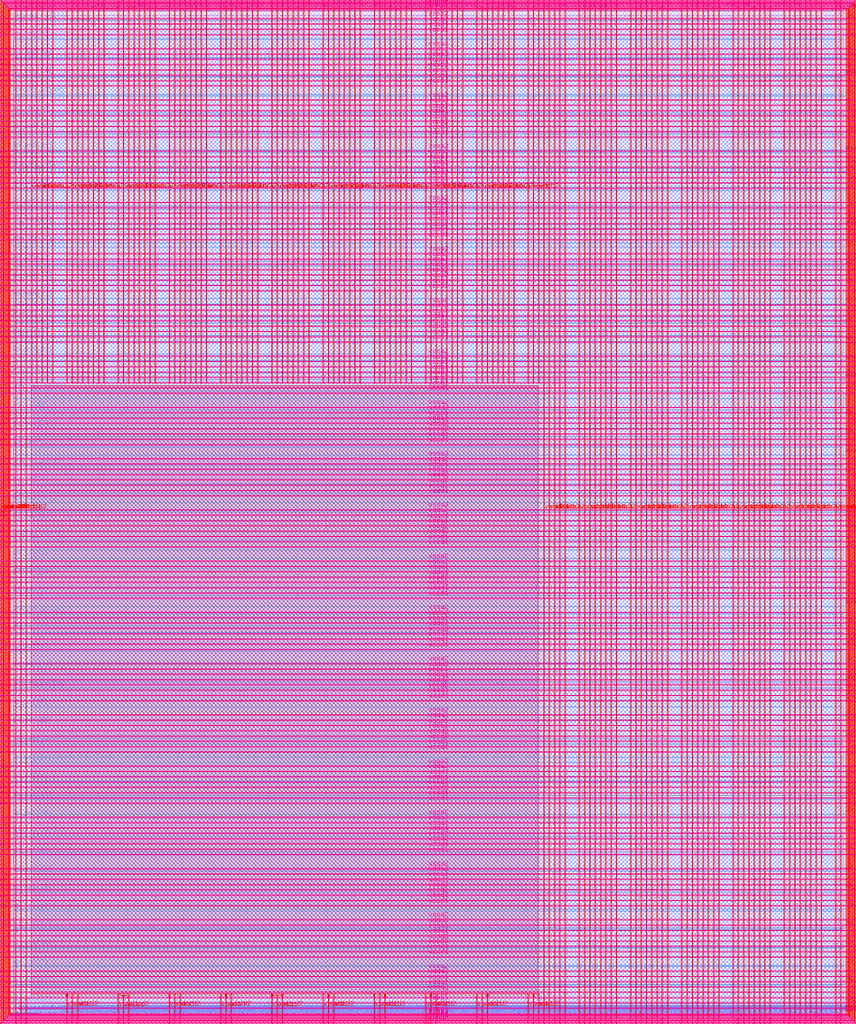
<source format=lef>
VERSION 5.7 ;
  NOWIREEXTENSIONATPIN ON ;
  DIVIDERCHAR "/" ;
  BUSBITCHARS "[]" ;
MACRO user_project_wrapper
  CLASS BLOCK ;
  FOREIGN user_project_wrapper ;
  ORIGIN 0.000 0.000 ;
  SIZE 2920.000 BY 3520.000 ;
  PIN analog_io[0]
    DIRECTION INOUT ;
    USE SIGNAL ;
    PORT
      LAYER met3 ;
        RECT 2917.600 1426.380 2924.800 1427.580 ;
    END
  END analog_io[0]
  PIN analog_io[10]
    DIRECTION INOUT ;
    USE SIGNAL ;
    PORT
      LAYER met2 ;
        RECT 2230.490 3517.600 2231.050 3524.800 ;
    END
  END analog_io[10]
  PIN analog_io[11]
    DIRECTION INOUT ;
    USE SIGNAL ;
    PORT
      LAYER met2 ;
        RECT 1905.730 3517.600 1906.290 3524.800 ;
    END
  END analog_io[11]
  PIN analog_io[12]
    DIRECTION INOUT ;
    USE SIGNAL ;
    PORT
      LAYER met2 ;
        RECT 1581.430 3517.600 1581.990 3524.800 ;
    END
  END analog_io[12]
  PIN analog_io[13]
    DIRECTION INOUT ;
    USE SIGNAL ;
    PORT
      LAYER met2 ;
        RECT 1257.130 3517.600 1257.690 3524.800 ;
    END
  END analog_io[13]
  PIN analog_io[14]
    DIRECTION INOUT ;
    USE SIGNAL ;
    PORT
      LAYER met2 ;
        RECT 932.370 3517.600 932.930 3524.800 ;
    END
  END analog_io[14]
  PIN analog_io[15]
    DIRECTION INOUT ;
    USE SIGNAL ;
    PORT
      LAYER met2 ;
        RECT 608.070 3517.600 608.630 3524.800 ;
    END
  END analog_io[15]
  PIN analog_io[16]
    DIRECTION INOUT ;
    USE SIGNAL ;
    PORT
      LAYER met2 ;
        RECT 283.770 3517.600 284.330 3524.800 ;
    END
  END analog_io[16]
  PIN analog_io[17]
    DIRECTION INOUT ;
    USE SIGNAL ;
    PORT
      LAYER met3 ;
        RECT -4.800 3486.100 2.400 3487.300 ;
    END
  END analog_io[17]
  PIN analog_io[18]
    DIRECTION INOUT ;
    USE SIGNAL ;
    PORT
      LAYER met3 ;
        RECT -4.800 3224.980 2.400 3226.180 ;
    END
  END analog_io[18]
  PIN analog_io[19]
    DIRECTION INOUT ;
    USE SIGNAL ;
    PORT
      LAYER met3 ;
        RECT -4.800 2964.540 2.400 2965.740 ;
    END
  END analog_io[19]
  PIN analog_io[1]
    DIRECTION INOUT ;
    USE SIGNAL ;
    PORT
      LAYER met3 ;
        RECT 2917.600 1692.260 2924.800 1693.460 ;
    END
  END analog_io[1]
  PIN analog_io[20]
    DIRECTION INOUT ;
    USE SIGNAL ;
    PORT
      LAYER met3 ;
        RECT -4.800 2703.420 2.400 2704.620 ;
    END
  END analog_io[20]
  PIN analog_io[21]
    DIRECTION INOUT ;
    USE SIGNAL ;
    PORT
      LAYER met3 ;
        RECT -4.800 2442.980 2.400 2444.180 ;
    END
  END analog_io[21]
  PIN analog_io[22]
    DIRECTION INOUT ;
    USE SIGNAL ;
    PORT
      LAYER met3 ;
        RECT -4.800 2182.540 2.400 2183.740 ;
    END
  END analog_io[22]
  PIN analog_io[23]
    DIRECTION INOUT ;
    USE SIGNAL ;
    PORT
      LAYER met3 ;
        RECT -4.800 1921.420 2.400 1922.620 ;
    END
  END analog_io[23]
  PIN analog_io[24]
    DIRECTION INOUT ;
    USE SIGNAL ;
    PORT
      LAYER met3 ;
        RECT -4.800 1660.980 2.400 1662.180 ;
    END
  END analog_io[24]
  PIN analog_io[25]
    DIRECTION INOUT ;
    USE SIGNAL ;
    PORT
      LAYER met3 ;
        RECT -4.800 1399.860 2.400 1401.060 ;
    END
  END analog_io[25]
  PIN analog_io[26]
    DIRECTION INOUT ;
    USE SIGNAL ;
    PORT
      LAYER met3 ;
        RECT -4.800 1139.420 2.400 1140.620 ;
    END
  END analog_io[26]
  PIN analog_io[27]
    DIRECTION INOUT ;
    USE SIGNAL ;
    PORT
      LAYER met3 ;
        RECT -4.800 878.980 2.400 880.180 ;
    END
  END analog_io[27]
  PIN analog_io[28]
    DIRECTION INOUT ;
    USE SIGNAL ;
    PORT
      LAYER met3 ;
        RECT -4.800 617.860 2.400 619.060 ;
    END
  END analog_io[28]
  PIN analog_io[2]
    DIRECTION INOUT ;
    USE SIGNAL ;
    PORT
      LAYER met3 ;
        RECT 2917.600 1958.140 2924.800 1959.340 ;
    END
  END analog_io[2]
  PIN analog_io[3]
    DIRECTION INOUT ;
    USE SIGNAL ;
    PORT
      LAYER met3 ;
        RECT 2917.600 2223.340 2924.800 2224.540 ;
    END
  END analog_io[3]
  PIN analog_io[4]
    DIRECTION INOUT ;
    USE SIGNAL ;
    PORT
      LAYER met3 ;
        RECT 2917.600 2489.220 2924.800 2490.420 ;
    END
  END analog_io[4]
  PIN analog_io[5]
    DIRECTION INOUT ;
    USE SIGNAL ;
    PORT
      LAYER met3 ;
        RECT 2917.600 2755.100 2924.800 2756.300 ;
    END
  END analog_io[5]
  PIN analog_io[6]
    DIRECTION INOUT ;
    USE SIGNAL ;
    PORT
      LAYER met3 ;
        RECT 2917.600 3020.300 2924.800 3021.500 ;
    END
  END analog_io[6]
  PIN analog_io[7]
    DIRECTION INOUT ;
    USE SIGNAL ;
    PORT
      LAYER met3 ;
        RECT 2917.600 3286.180 2924.800 3287.380 ;
    END
  END analog_io[7]
  PIN analog_io[8]
    DIRECTION INOUT ;
    USE SIGNAL ;
    PORT
      LAYER met2 ;
        RECT 2879.090 3517.600 2879.650 3524.800 ;
    END
  END analog_io[8]
  PIN analog_io[9]
    DIRECTION INOUT ;
    USE SIGNAL ;
    PORT
      LAYER met2 ;
        RECT 2554.790 3517.600 2555.350 3524.800 ;
    END
  END analog_io[9]
  PIN io_in[0]
    DIRECTION INPUT ;
    USE SIGNAL ;
    PORT
      LAYER met3 ;
        RECT 2917.600 32.380 2924.800 33.580 ;
    END
  END io_in[0]
  PIN io_in[10]
    DIRECTION INPUT ;
    USE SIGNAL ;
    PORT
      LAYER met3 ;
        RECT 2917.600 2289.980 2924.800 2291.180 ;
    END
  END io_in[10]
  PIN io_in[11]
    DIRECTION INPUT ;
    USE SIGNAL ;
    PORT
      LAYER met3 ;
        RECT 2917.600 2555.860 2924.800 2557.060 ;
    END
  END io_in[11]
  PIN io_in[12]
    DIRECTION INPUT ;
    USE SIGNAL ;
    PORT
      LAYER met3 ;
        RECT 2917.600 2821.060 2924.800 2822.260 ;
    END
  END io_in[12]
  PIN io_in[13]
    DIRECTION INPUT ;
    USE SIGNAL ;
    PORT
      LAYER met3 ;
        RECT 2917.600 3086.940 2924.800 3088.140 ;
    END
  END io_in[13]
  PIN io_in[14]
    DIRECTION INPUT ;
    USE SIGNAL ;
    PORT
      LAYER met3 ;
        RECT 2917.600 3352.820 2924.800 3354.020 ;
    END
  END io_in[14]
  PIN io_in[15]
    DIRECTION INPUT ;
    USE SIGNAL ;
    PORT
      LAYER met2 ;
        RECT 2798.130 3517.600 2798.690 3524.800 ;
    END
  END io_in[15]
  PIN io_in[16]
    DIRECTION INPUT ;
    USE SIGNAL ;
    PORT
      LAYER met2 ;
        RECT 2473.830 3517.600 2474.390 3524.800 ;
    END
  END io_in[16]
  PIN io_in[17]
    DIRECTION INPUT ;
    USE SIGNAL ;
    PORT
      LAYER met2 ;
        RECT 2149.070 3517.600 2149.630 3524.800 ;
    END
  END io_in[17]
  PIN io_in[18]
    DIRECTION INPUT ;
    USE SIGNAL ;
    PORT
      LAYER met2 ;
        RECT 1824.770 3517.600 1825.330 3524.800 ;
    END
  END io_in[18]
  PIN io_in[19]
    DIRECTION INPUT ;
    USE SIGNAL ;
    PORT
      LAYER met2 ;
        RECT 1500.470 3517.600 1501.030 3524.800 ;
    END
  END io_in[19]
  PIN io_in[1]
    DIRECTION INPUT ;
    USE SIGNAL ;
    PORT
      LAYER met3 ;
        RECT 2917.600 230.940 2924.800 232.140 ;
    END
  END io_in[1]
  PIN io_in[20]
    DIRECTION INPUT ;
    USE SIGNAL ;
    PORT
      LAYER met2 ;
        RECT 1175.710 3517.600 1176.270 3524.800 ;
    END
  END io_in[20]
  PIN io_in[21]
    DIRECTION INPUT ;
    USE SIGNAL ;
    PORT
      LAYER met2 ;
        RECT 851.410 3517.600 851.970 3524.800 ;
    END
  END io_in[21]
  PIN io_in[22]
    DIRECTION INPUT ;
    USE SIGNAL ;
    PORT
      LAYER met2 ;
        RECT 527.110 3517.600 527.670 3524.800 ;
    END
  END io_in[22]
  PIN io_in[23]
    DIRECTION INPUT ;
    USE SIGNAL ;
    PORT
      LAYER met2 ;
        RECT 202.350 3517.600 202.910 3524.800 ;
    END
  END io_in[23]
  PIN io_in[24]
    DIRECTION INPUT ;
    USE SIGNAL ;
    PORT
      LAYER met3 ;
        RECT -4.800 3420.820 2.400 3422.020 ;
    END
  END io_in[24]
  PIN io_in[25]
    DIRECTION INPUT ;
    USE SIGNAL ;
    PORT
      LAYER met3 ;
        RECT -4.800 3159.700 2.400 3160.900 ;
    END
  END io_in[25]
  PIN io_in[26]
    DIRECTION INPUT ;
    USE SIGNAL ;
    PORT
      LAYER met3 ;
        RECT -4.800 2899.260 2.400 2900.460 ;
    END
  END io_in[26]
  PIN io_in[27]
    DIRECTION INPUT ;
    USE SIGNAL ;
    PORT
      LAYER met3 ;
        RECT -4.800 2638.820 2.400 2640.020 ;
    END
  END io_in[27]
  PIN io_in[28]
    DIRECTION INPUT ;
    USE SIGNAL ;
    PORT
      LAYER met3 ;
        RECT -4.800 2377.700 2.400 2378.900 ;
    END
  END io_in[28]
  PIN io_in[29]
    DIRECTION INPUT ;
    USE SIGNAL ;
    PORT
      LAYER met3 ;
        RECT -4.800 2117.260 2.400 2118.460 ;
    END
  END io_in[29]
  PIN io_in[2]
    DIRECTION INPUT ;
    USE SIGNAL ;
    PORT
      LAYER met3 ;
        RECT 2917.600 430.180 2924.800 431.380 ;
    END
  END io_in[2]
  PIN io_in[30]
    DIRECTION INPUT ;
    USE SIGNAL ;
    PORT
      LAYER met3 ;
        RECT -4.800 1856.140 2.400 1857.340 ;
    END
  END io_in[30]
  PIN io_in[31]
    DIRECTION INPUT ;
    USE SIGNAL ;
    PORT
      LAYER met3 ;
        RECT -4.800 1595.700 2.400 1596.900 ;
    END
  END io_in[31]
  PIN io_in[32]
    DIRECTION INPUT ;
    USE SIGNAL ;
    PORT
      LAYER met3 ;
        RECT -4.800 1335.260 2.400 1336.460 ;
    END
  END io_in[32]
  PIN io_in[33]
    DIRECTION INPUT ;
    USE SIGNAL ;
    PORT
      LAYER met3 ;
        RECT -4.800 1074.140 2.400 1075.340 ;
    END
  END io_in[33]
  PIN io_in[34]
    DIRECTION INPUT ;
    USE SIGNAL ;
    PORT
      LAYER met3 ;
        RECT -4.800 813.700 2.400 814.900 ;
    END
  END io_in[34]
  PIN io_in[35]
    DIRECTION INPUT ;
    USE SIGNAL ;
    PORT
      LAYER met3 ;
        RECT -4.800 552.580 2.400 553.780 ;
    END
  END io_in[35]
  PIN io_in[36]
    DIRECTION INPUT ;
    USE SIGNAL ;
    PORT
      LAYER met3 ;
        RECT -4.800 357.420 2.400 358.620 ;
    END
  END io_in[36]
  PIN io_in[37]
    DIRECTION INPUT ;
    USE SIGNAL ;
    PORT
      LAYER met3 ;
        RECT -4.800 161.580 2.400 162.780 ;
    END
  END io_in[37]
  PIN io_in[3]
    DIRECTION INPUT ;
    USE SIGNAL ;
    PORT
      LAYER met3 ;
        RECT 2917.600 629.420 2924.800 630.620 ;
    END
  END io_in[3]
  PIN io_in[4]
    DIRECTION INPUT ;
    USE SIGNAL ;
    PORT
      LAYER met3 ;
        RECT 2917.600 828.660 2924.800 829.860 ;
    END
  END io_in[4]
  PIN io_in[5]
    DIRECTION INPUT ;
    USE SIGNAL ;
    PORT
      LAYER met3 ;
        RECT 2917.600 1027.900 2924.800 1029.100 ;
    END
  END io_in[5]
  PIN io_in[6]
    DIRECTION INPUT ;
    USE SIGNAL ;
    PORT
      LAYER met3 ;
        RECT 2917.600 1227.140 2924.800 1228.340 ;
    END
  END io_in[6]
  PIN io_in[7]
    DIRECTION INPUT ;
    USE SIGNAL ;
    PORT
      LAYER met3 ;
        RECT 2917.600 1493.020 2924.800 1494.220 ;
    END
  END io_in[7]
  PIN io_in[8]
    DIRECTION INPUT ;
    USE SIGNAL ;
    PORT
      LAYER met3 ;
        RECT 2917.600 1758.900 2924.800 1760.100 ;
    END
  END io_in[8]
  PIN io_in[9]
    DIRECTION INPUT ;
    USE SIGNAL ;
    PORT
      LAYER met3 ;
        RECT 2917.600 2024.100 2924.800 2025.300 ;
    END
  END io_in[9]
  PIN io_oeb[0]
    DIRECTION OUTPUT TRISTATE ;
    USE SIGNAL ;
    PORT
      LAYER met3 ;
        RECT 2917.600 164.980 2924.800 166.180 ;
    END
  END io_oeb[0]
  PIN io_oeb[10]
    DIRECTION OUTPUT TRISTATE ;
    USE SIGNAL ;
    PORT
      LAYER met3 ;
        RECT 2917.600 2422.580 2924.800 2423.780 ;
    END
  END io_oeb[10]
  PIN io_oeb[11]
    DIRECTION OUTPUT TRISTATE ;
    USE SIGNAL ;
    PORT
      LAYER met3 ;
        RECT 2917.600 2688.460 2924.800 2689.660 ;
    END
  END io_oeb[11]
  PIN io_oeb[12]
    DIRECTION OUTPUT TRISTATE ;
    USE SIGNAL ;
    PORT
      LAYER met3 ;
        RECT 2917.600 2954.340 2924.800 2955.540 ;
    END
  END io_oeb[12]
  PIN io_oeb[13]
    DIRECTION OUTPUT TRISTATE ;
    USE SIGNAL ;
    PORT
      LAYER met3 ;
        RECT 2917.600 3219.540 2924.800 3220.740 ;
    END
  END io_oeb[13]
  PIN io_oeb[14]
    DIRECTION OUTPUT TRISTATE ;
    USE SIGNAL ;
    PORT
      LAYER met3 ;
        RECT 2917.600 3485.420 2924.800 3486.620 ;
    END
  END io_oeb[14]
  PIN io_oeb[15]
    DIRECTION OUTPUT TRISTATE ;
    USE SIGNAL ;
    PORT
      LAYER met2 ;
        RECT 2635.750 3517.600 2636.310 3524.800 ;
    END
  END io_oeb[15]
  PIN io_oeb[16]
    DIRECTION OUTPUT TRISTATE ;
    USE SIGNAL ;
    PORT
      LAYER met2 ;
        RECT 2311.450 3517.600 2312.010 3524.800 ;
    END
  END io_oeb[16]
  PIN io_oeb[17]
    DIRECTION OUTPUT TRISTATE ;
    USE SIGNAL ;
    PORT
      LAYER met2 ;
        RECT 1987.150 3517.600 1987.710 3524.800 ;
    END
  END io_oeb[17]
  PIN io_oeb[18]
    DIRECTION OUTPUT TRISTATE ;
    USE SIGNAL ;
    PORT
      LAYER met2 ;
        RECT 1662.390 3517.600 1662.950 3524.800 ;
    END
  END io_oeb[18]
  PIN io_oeb[19]
    DIRECTION OUTPUT TRISTATE ;
    USE SIGNAL ;
    PORT
      LAYER met2 ;
        RECT 1338.090 3517.600 1338.650 3524.800 ;
    END
  END io_oeb[19]
  PIN io_oeb[1]
    DIRECTION OUTPUT TRISTATE ;
    USE SIGNAL ;
    PORT
      LAYER met3 ;
        RECT 2917.600 364.220 2924.800 365.420 ;
    END
  END io_oeb[1]
  PIN io_oeb[20]
    DIRECTION OUTPUT TRISTATE ;
    USE SIGNAL ;
    PORT
      LAYER met2 ;
        RECT 1013.790 3517.600 1014.350 3524.800 ;
    END
  END io_oeb[20]
  PIN io_oeb[21]
    DIRECTION OUTPUT TRISTATE ;
    USE SIGNAL ;
    PORT
      LAYER met2 ;
        RECT 689.030 3517.600 689.590 3524.800 ;
    END
  END io_oeb[21]
  PIN io_oeb[22]
    DIRECTION OUTPUT TRISTATE ;
    USE SIGNAL ;
    PORT
      LAYER met2 ;
        RECT 364.730 3517.600 365.290 3524.800 ;
    END
  END io_oeb[22]
  PIN io_oeb[23]
    DIRECTION OUTPUT TRISTATE ;
    USE SIGNAL ;
    PORT
      LAYER met2 ;
        RECT 40.430 3517.600 40.990 3524.800 ;
    END
  END io_oeb[23]
  PIN io_oeb[24]
    DIRECTION OUTPUT TRISTATE ;
    USE SIGNAL ;
    PORT
      LAYER met3 ;
        RECT -4.800 3290.260 2.400 3291.460 ;
    END
  END io_oeb[24]
  PIN io_oeb[25]
    DIRECTION OUTPUT TRISTATE ;
    USE SIGNAL ;
    PORT
      LAYER met3 ;
        RECT -4.800 3029.820 2.400 3031.020 ;
    END
  END io_oeb[25]
  PIN io_oeb[26]
    DIRECTION OUTPUT TRISTATE ;
    USE SIGNAL ;
    PORT
      LAYER met3 ;
        RECT -4.800 2768.700 2.400 2769.900 ;
    END
  END io_oeb[26]
  PIN io_oeb[27]
    DIRECTION OUTPUT TRISTATE ;
    USE SIGNAL ;
    PORT
      LAYER met3 ;
        RECT -4.800 2508.260 2.400 2509.460 ;
    END
  END io_oeb[27]
  PIN io_oeb[28]
    DIRECTION OUTPUT TRISTATE ;
    USE SIGNAL ;
    PORT
      LAYER met3 ;
        RECT -4.800 2247.140 2.400 2248.340 ;
    END
  END io_oeb[28]
  PIN io_oeb[29]
    DIRECTION OUTPUT TRISTATE ;
    USE SIGNAL ;
    PORT
      LAYER met3 ;
        RECT -4.800 1986.700 2.400 1987.900 ;
    END
  END io_oeb[29]
  PIN io_oeb[2]
    DIRECTION OUTPUT TRISTATE ;
    USE SIGNAL ;
    PORT
      LAYER met3 ;
        RECT 2917.600 563.460 2924.800 564.660 ;
    END
  END io_oeb[2]
  PIN io_oeb[30]
    DIRECTION OUTPUT TRISTATE ;
    USE SIGNAL ;
    PORT
      LAYER met3 ;
        RECT -4.800 1726.260 2.400 1727.460 ;
    END
  END io_oeb[30]
  PIN io_oeb[31]
    DIRECTION OUTPUT TRISTATE ;
    USE SIGNAL ;
    PORT
      LAYER met3 ;
        RECT -4.800 1465.140 2.400 1466.340 ;
    END
  END io_oeb[31]
  PIN io_oeb[32]
    DIRECTION OUTPUT TRISTATE ;
    USE SIGNAL ;
    PORT
      LAYER met3 ;
        RECT -4.800 1204.700 2.400 1205.900 ;
    END
  END io_oeb[32]
  PIN io_oeb[33]
    DIRECTION OUTPUT TRISTATE ;
    USE SIGNAL ;
    PORT
      LAYER met3 ;
        RECT -4.800 943.580 2.400 944.780 ;
    END
  END io_oeb[33]
  PIN io_oeb[34]
    DIRECTION OUTPUT TRISTATE ;
    USE SIGNAL ;
    PORT
      LAYER met3 ;
        RECT -4.800 683.140 2.400 684.340 ;
    END
  END io_oeb[34]
  PIN io_oeb[35]
    DIRECTION OUTPUT TRISTATE ;
    USE SIGNAL ;
    PORT
      LAYER met3 ;
        RECT -4.800 422.700 2.400 423.900 ;
    END
  END io_oeb[35]
  PIN io_oeb[36]
    DIRECTION OUTPUT TRISTATE ;
    USE SIGNAL ;
    PORT
      LAYER met3 ;
        RECT -4.800 226.860 2.400 228.060 ;
    END
  END io_oeb[36]
  PIN io_oeb[37]
    DIRECTION OUTPUT TRISTATE ;
    USE SIGNAL ;
    PORT
      LAYER met3 ;
        RECT -4.800 31.700 2.400 32.900 ;
    END
  END io_oeb[37]
  PIN io_oeb[3]
    DIRECTION OUTPUT TRISTATE ;
    USE SIGNAL ;
    PORT
      LAYER met3 ;
        RECT 2917.600 762.700 2924.800 763.900 ;
    END
  END io_oeb[3]
  PIN io_oeb[4]
    DIRECTION OUTPUT TRISTATE ;
    USE SIGNAL ;
    PORT
      LAYER met3 ;
        RECT 2917.600 961.940 2924.800 963.140 ;
    END
  END io_oeb[4]
  PIN io_oeb[5]
    DIRECTION OUTPUT TRISTATE ;
    USE SIGNAL ;
    PORT
      LAYER met3 ;
        RECT 2917.600 1161.180 2924.800 1162.380 ;
    END
  END io_oeb[5]
  PIN io_oeb[6]
    DIRECTION OUTPUT TRISTATE ;
    USE SIGNAL ;
    PORT
      LAYER met3 ;
        RECT 2917.600 1360.420 2924.800 1361.620 ;
    END
  END io_oeb[6]
  PIN io_oeb[7]
    DIRECTION OUTPUT TRISTATE ;
    USE SIGNAL ;
    PORT
      LAYER met3 ;
        RECT 2917.600 1625.620 2924.800 1626.820 ;
    END
  END io_oeb[7]
  PIN io_oeb[8]
    DIRECTION OUTPUT TRISTATE ;
    USE SIGNAL ;
    PORT
      LAYER met3 ;
        RECT 2917.600 1891.500 2924.800 1892.700 ;
    END
  END io_oeb[8]
  PIN io_oeb[9]
    DIRECTION OUTPUT TRISTATE ;
    USE SIGNAL ;
    PORT
      LAYER met3 ;
        RECT 2917.600 2157.380 2924.800 2158.580 ;
    END
  END io_oeb[9]
  PIN io_out[0]
    DIRECTION OUTPUT TRISTATE ;
    USE SIGNAL ;
    PORT
      LAYER met3 ;
        RECT 2917.600 98.340 2924.800 99.540 ;
    END
  END io_out[0]
  PIN io_out[10]
    DIRECTION OUTPUT TRISTATE ;
    USE SIGNAL ;
    PORT
      LAYER met3 ;
        RECT 2917.600 2356.620 2924.800 2357.820 ;
    END
  END io_out[10]
  PIN io_out[11]
    DIRECTION OUTPUT TRISTATE ;
    USE SIGNAL ;
    PORT
      LAYER met3 ;
        RECT 2917.600 2621.820 2924.800 2623.020 ;
    END
  END io_out[11]
  PIN io_out[12]
    DIRECTION OUTPUT TRISTATE ;
    USE SIGNAL ;
    PORT
      LAYER met3 ;
        RECT 2917.600 2887.700 2924.800 2888.900 ;
    END
  END io_out[12]
  PIN io_out[13]
    DIRECTION OUTPUT TRISTATE ;
    USE SIGNAL ;
    PORT
      LAYER met3 ;
        RECT 2917.600 3153.580 2924.800 3154.780 ;
    END
  END io_out[13]
  PIN io_out[14]
    DIRECTION OUTPUT TRISTATE ;
    USE SIGNAL ;
    PORT
      LAYER met3 ;
        RECT 2917.600 3418.780 2924.800 3419.980 ;
    END
  END io_out[14]
  PIN io_out[15]
    DIRECTION OUTPUT TRISTATE ;
    USE SIGNAL ;
    PORT
      LAYER met2 ;
        RECT 2717.170 3517.600 2717.730 3524.800 ;
    END
  END io_out[15]
  PIN io_out[16]
    DIRECTION OUTPUT TRISTATE ;
    USE SIGNAL ;
    PORT
      LAYER met2 ;
        RECT 2392.410 3517.600 2392.970 3524.800 ;
    END
  END io_out[16]
  PIN io_out[17]
    DIRECTION OUTPUT TRISTATE ;
    USE SIGNAL ;
    PORT
      LAYER met2 ;
        RECT 2068.110 3517.600 2068.670 3524.800 ;
    END
  END io_out[17]
  PIN io_out[18]
    DIRECTION OUTPUT TRISTATE ;
    USE SIGNAL ;
    PORT
      LAYER met2 ;
        RECT 1743.810 3517.600 1744.370 3524.800 ;
    END
  END io_out[18]
  PIN io_out[19]
    DIRECTION OUTPUT TRISTATE ;
    USE SIGNAL ;
    PORT
      LAYER met2 ;
        RECT 1419.050 3517.600 1419.610 3524.800 ;
    END
  END io_out[19]
  PIN io_out[1]
    DIRECTION OUTPUT TRISTATE ;
    USE SIGNAL ;
    PORT
      LAYER met3 ;
        RECT 2917.600 297.580 2924.800 298.780 ;
    END
  END io_out[1]
  PIN io_out[20]
    DIRECTION OUTPUT TRISTATE ;
    USE SIGNAL ;
    PORT
      LAYER met2 ;
        RECT 1094.750 3517.600 1095.310 3524.800 ;
    END
  END io_out[20]
  PIN io_out[21]
    DIRECTION OUTPUT TRISTATE ;
    USE SIGNAL ;
    PORT
      LAYER met2 ;
        RECT 770.450 3517.600 771.010 3524.800 ;
    END
  END io_out[21]
  PIN io_out[22]
    DIRECTION OUTPUT TRISTATE ;
    USE SIGNAL ;
    PORT
      LAYER met2 ;
        RECT 445.690 3517.600 446.250 3524.800 ;
    END
  END io_out[22]
  PIN io_out[23]
    DIRECTION OUTPUT TRISTATE ;
    USE SIGNAL ;
    PORT
      LAYER met2 ;
        RECT 121.390 3517.600 121.950 3524.800 ;
    END
  END io_out[23]
  PIN io_out[24]
    DIRECTION OUTPUT TRISTATE ;
    USE SIGNAL ;
    PORT
      LAYER met3 ;
        RECT -4.800 3355.540 2.400 3356.740 ;
    END
  END io_out[24]
  PIN io_out[25]
    DIRECTION OUTPUT TRISTATE ;
    USE SIGNAL ;
    PORT
      LAYER met3 ;
        RECT -4.800 3095.100 2.400 3096.300 ;
    END
  END io_out[25]
  PIN io_out[26]
    DIRECTION OUTPUT TRISTATE ;
    USE SIGNAL ;
    PORT
      LAYER met3 ;
        RECT -4.800 2833.980 2.400 2835.180 ;
    END
  END io_out[26]
  PIN io_out[27]
    DIRECTION OUTPUT TRISTATE ;
    USE SIGNAL ;
    PORT
      LAYER met3 ;
        RECT -4.800 2573.540 2.400 2574.740 ;
    END
  END io_out[27]
  PIN io_out[28]
    DIRECTION OUTPUT TRISTATE ;
    USE SIGNAL ;
    PORT
      LAYER met3 ;
        RECT -4.800 2312.420 2.400 2313.620 ;
    END
  END io_out[28]
  PIN io_out[29]
    DIRECTION OUTPUT TRISTATE ;
    USE SIGNAL ;
    PORT
      LAYER met3 ;
        RECT -4.800 2051.980 2.400 2053.180 ;
    END
  END io_out[29]
  PIN io_out[2]
    DIRECTION OUTPUT TRISTATE ;
    USE SIGNAL ;
    PORT
      LAYER met3 ;
        RECT 2917.600 496.820 2924.800 498.020 ;
    END
  END io_out[2]
  PIN io_out[30]
    DIRECTION OUTPUT TRISTATE ;
    USE SIGNAL ;
    PORT
      LAYER met3 ;
        RECT -4.800 1791.540 2.400 1792.740 ;
    END
  END io_out[30]
  PIN io_out[31]
    DIRECTION OUTPUT TRISTATE ;
    USE SIGNAL ;
    PORT
      LAYER met3 ;
        RECT -4.800 1530.420 2.400 1531.620 ;
    END
  END io_out[31]
  PIN io_out[32]
    DIRECTION OUTPUT TRISTATE ;
    USE SIGNAL ;
    PORT
      LAYER met3 ;
        RECT -4.800 1269.980 2.400 1271.180 ;
    END
  END io_out[32]
  PIN io_out[33]
    DIRECTION OUTPUT TRISTATE ;
    USE SIGNAL ;
    PORT
      LAYER met3 ;
        RECT -4.800 1008.860 2.400 1010.060 ;
    END
  END io_out[33]
  PIN io_out[34]
    DIRECTION OUTPUT TRISTATE ;
    USE SIGNAL ;
    PORT
      LAYER met3 ;
        RECT -4.800 748.420 2.400 749.620 ;
    END
  END io_out[34]
  PIN io_out[35]
    DIRECTION OUTPUT TRISTATE ;
    USE SIGNAL ;
    PORT
      LAYER met3 ;
        RECT -4.800 487.300 2.400 488.500 ;
    END
  END io_out[35]
  PIN io_out[36]
    DIRECTION OUTPUT TRISTATE ;
    USE SIGNAL ;
    PORT
      LAYER met3 ;
        RECT -4.800 292.140 2.400 293.340 ;
    END
  END io_out[36]
  PIN io_out[37]
    DIRECTION OUTPUT TRISTATE ;
    USE SIGNAL ;
    PORT
      LAYER met3 ;
        RECT -4.800 96.300 2.400 97.500 ;
    END
  END io_out[37]
  PIN io_out[3]
    DIRECTION OUTPUT TRISTATE ;
    USE SIGNAL ;
    PORT
      LAYER met3 ;
        RECT 2917.600 696.060 2924.800 697.260 ;
    END
  END io_out[3]
  PIN io_out[4]
    DIRECTION OUTPUT TRISTATE ;
    USE SIGNAL ;
    PORT
      LAYER met3 ;
        RECT 2917.600 895.300 2924.800 896.500 ;
    END
  END io_out[4]
  PIN io_out[5]
    DIRECTION OUTPUT TRISTATE ;
    USE SIGNAL ;
    PORT
      LAYER met3 ;
        RECT 2917.600 1094.540 2924.800 1095.740 ;
    END
  END io_out[5]
  PIN io_out[6]
    DIRECTION OUTPUT TRISTATE ;
    USE SIGNAL ;
    PORT
      LAYER met3 ;
        RECT 2917.600 1293.780 2924.800 1294.980 ;
    END
  END io_out[6]
  PIN io_out[7]
    DIRECTION OUTPUT TRISTATE ;
    USE SIGNAL ;
    PORT
      LAYER met3 ;
        RECT 2917.600 1559.660 2924.800 1560.860 ;
    END
  END io_out[7]
  PIN io_out[8]
    DIRECTION OUTPUT TRISTATE ;
    USE SIGNAL ;
    PORT
      LAYER met3 ;
        RECT 2917.600 1824.860 2924.800 1826.060 ;
    END
  END io_out[8]
  PIN io_out[9]
    DIRECTION OUTPUT TRISTATE ;
    USE SIGNAL ;
    PORT
      LAYER met3 ;
        RECT 2917.600 2090.740 2924.800 2091.940 ;
    END
  END io_out[9]
  PIN la_data_in[0]
    DIRECTION INPUT ;
    USE SIGNAL ;
    PORT
      LAYER met2 ;
        RECT 629.230 -4.800 629.790 2.400 ;
    END
  END la_data_in[0]
  PIN la_data_in[100]
    DIRECTION INPUT ;
    USE SIGNAL ;
    PORT
      LAYER met2 ;
        RECT 2402.530 -4.800 2403.090 2.400 ;
    END
  END la_data_in[100]
  PIN la_data_in[101]
    DIRECTION INPUT ;
    USE SIGNAL ;
    PORT
      LAYER met2 ;
        RECT 2420.010 -4.800 2420.570 2.400 ;
    END
  END la_data_in[101]
  PIN la_data_in[102]
    DIRECTION INPUT ;
    USE SIGNAL ;
    PORT
      LAYER met2 ;
        RECT 2437.950 -4.800 2438.510 2.400 ;
    END
  END la_data_in[102]
  PIN la_data_in[103]
    DIRECTION INPUT ;
    USE SIGNAL ;
    PORT
      LAYER met2 ;
        RECT 2455.430 -4.800 2455.990 2.400 ;
    END
  END la_data_in[103]
  PIN la_data_in[104]
    DIRECTION INPUT ;
    USE SIGNAL ;
    PORT
      LAYER met2 ;
        RECT 2473.370 -4.800 2473.930 2.400 ;
    END
  END la_data_in[104]
  PIN la_data_in[105]
    DIRECTION INPUT ;
    USE SIGNAL ;
    PORT
      LAYER met2 ;
        RECT 2490.850 -4.800 2491.410 2.400 ;
    END
  END la_data_in[105]
  PIN la_data_in[106]
    DIRECTION INPUT ;
    USE SIGNAL ;
    PORT
      LAYER met2 ;
        RECT 2508.790 -4.800 2509.350 2.400 ;
    END
  END la_data_in[106]
  PIN la_data_in[107]
    DIRECTION INPUT ;
    USE SIGNAL ;
    PORT
      LAYER met2 ;
        RECT 2526.730 -4.800 2527.290 2.400 ;
    END
  END la_data_in[107]
  PIN la_data_in[108]
    DIRECTION INPUT ;
    USE SIGNAL ;
    PORT
      LAYER met2 ;
        RECT 2544.210 -4.800 2544.770 2.400 ;
    END
  END la_data_in[108]
  PIN la_data_in[109]
    DIRECTION INPUT ;
    USE SIGNAL ;
    PORT
      LAYER met2 ;
        RECT 2562.150 -4.800 2562.710 2.400 ;
    END
  END la_data_in[109]
  PIN la_data_in[10]
    DIRECTION INPUT ;
    USE SIGNAL ;
    PORT
      LAYER met2 ;
        RECT 806.330 -4.800 806.890 2.400 ;
    END
  END la_data_in[10]
  PIN la_data_in[110]
    DIRECTION INPUT ;
    USE SIGNAL ;
    PORT
      LAYER met2 ;
        RECT 2579.630 -4.800 2580.190 2.400 ;
    END
  END la_data_in[110]
  PIN la_data_in[111]
    DIRECTION INPUT ;
    USE SIGNAL ;
    PORT
      LAYER met2 ;
        RECT 2597.570 -4.800 2598.130 2.400 ;
    END
  END la_data_in[111]
  PIN la_data_in[112]
    DIRECTION INPUT ;
    USE SIGNAL ;
    PORT
      LAYER met2 ;
        RECT 2615.050 -4.800 2615.610 2.400 ;
    END
  END la_data_in[112]
  PIN la_data_in[113]
    DIRECTION INPUT ;
    USE SIGNAL ;
    PORT
      LAYER met2 ;
        RECT 2632.990 -4.800 2633.550 2.400 ;
    END
  END la_data_in[113]
  PIN la_data_in[114]
    DIRECTION INPUT ;
    USE SIGNAL ;
    PORT
      LAYER met2 ;
        RECT 2650.470 -4.800 2651.030 2.400 ;
    END
  END la_data_in[114]
  PIN la_data_in[115]
    DIRECTION INPUT ;
    USE SIGNAL ;
    PORT
      LAYER met2 ;
        RECT 2668.410 -4.800 2668.970 2.400 ;
    END
  END la_data_in[115]
  PIN la_data_in[116]
    DIRECTION INPUT ;
    USE SIGNAL ;
    PORT
      LAYER met2 ;
        RECT 2685.890 -4.800 2686.450 2.400 ;
    END
  END la_data_in[116]
  PIN la_data_in[117]
    DIRECTION INPUT ;
    USE SIGNAL ;
    PORT
      LAYER met2 ;
        RECT 2703.830 -4.800 2704.390 2.400 ;
    END
  END la_data_in[117]
  PIN la_data_in[118]
    DIRECTION INPUT ;
    USE SIGNAL ;
    PORT
      LAYER met2 ;
        RECT 2721.770 -4.800 2722.330 2.400 ;
    END
  END la_data_in[118]
  PIN la_data_in[119]
    DIRECTION INPUT ;
    USE SIGNAL ;
    PORT
      LAYER met2 ;
        RECT 2739.250 -4.800 2739.810 2.400 ;
    END
  END la_data_in[119]
  PIN la_data_in[11]
    DIRECTION INPUT ;
    USE SIGNAL ;
    PORT
      LAYER met2 ;
        RECT 824.270 -4.800 824.830 2.400 ;
    END
  END la_data_in[11]
  PIN la_data_in[120]
    DIRECTION INPUT ;
    USE SIGNAL ;
    PORT
      LAYER met2 ;
        RECT 2757.190 -4.800 2757.750 2.400 ;
    END
  END la_data_in[120]
  PIN la_data_in[121]
    DIRECTION INPUT ;
    USE SIGNAL ;
    PORT
      LAYER met2 ;
        RECT 2774.670 -4.800 2775.230 2.400 ;
    END
  END la_data_in[121]
  PIN la_data_in[122]
    DIRECTION INPUT ;
    USE SIGNAL ;
    PORT
      LAYER met2 ;
        RECT 2792.610 -4.800 2793.170 2.400 ;
    END
  END la_data_in[122]
  PIN la_data_in[123]
    DIRECTION INPUT ;
    USE SIGNAL ;
    PORT
      LAYER met2 ;
        RECT 2810.090 -4.800 2810.650 2.400 ;
    END
  END la_data_in[123]
  PIN la_data_in[124]
    DIRECTION INPUT ;
    USE SIGNAL ;
    PORT
      LAYER met2 ;
        RECT 2828.030 -4.800 2828.590 2.400 ;
    END
  END la_data_in[124]
  PIN la_data_in[125]
    DIRECTION INPUT ;
    USE SIGNAL ;
    PORT
      LAYER met2 ;
        RECT 2845.510 -4.800 2846.070 2.400 ;
    END
  END la_data_in[125]
  PIN la_data_in[126]
    DIRECTION INPUT ;
    USE SIGNAL ;
    PORT
      LAYER met2 ;
        RECT 2863.450 -4.800 2864.010 2.400 ;
    END
  END la_data_in[126]
  PIN la_data_in[127]
    DIRECTION INPUT ;
    USE SIGNAL ;
    PORT
      LAYER met2 ;
        RECT 2881.390 -4.800 2881.950 2.400 ;
    END
  END la_data_in[127]
  PIN la_data_in[12]
    DIRECTION INPUT ;
    USE SIGNAL ;
    PORT
      LAYER met2 ;
        RECT 841.750 -4.800 842.310 2.400 ;
    END
  END la_data_in[12]
  PIN la_data_in[13]
    DIRECTION INPUT ;
    USE SIGNAL ;
    PORT
      LAYER met2 ;
        RECT 859.690 -4.800 860.250 2.400 ;
    END
  END la_data_in[13]
  PIN la_data_in[14]
    DIRECTION INPUT ;
    USE SIGNAL ;
    PORT
      LAYER met2 ;
        RECT 877.170 -4.800 877.730 2.400 ;
    END
  END la_data_in[14]
  PIN la_data_in[15]
    DIRECTION INPUT ;
    USE SIGNAL ;
    PORT
      LAYER met2 ;
        RECT 895.110 -4.800 895.670 2.400 ;
    END
  END la_data_in[15]
  PIN la_data_in[16]
    DIRECTION INPUT ;
    USE SIGNAL ;
    PORT
      LAYER met2 ;
        RECT 912.590 -4.800 913.150 2.400 ;
    END
  END la_data_in[16]
  PIN la_data_in[17]
    DIRECTION INPUT ;
    USE SIGNAL ;
    PORT
      LAYER met2 ;
        RECT 930.530 -4.800 931.090 2.400 ;
    END
  END la_data_in[17]
  PIN la_data_in[18]
    DIRECTION INPUT ;
    USE SIGNAL ;
    PORT
      LAYER met2 ;
        RECT 948.470 -4.800 949.030 2.400 ;
    END
  END la_data_in[18]
  PIN la_data_in[19]
    DIRECTION INPUT ;
    USE SIGNAL ;
    PORT
      LAYER met2 ;
        RECT 965.950 -4.800 966.510 2.400 ;
    END
  END la_data_in[19]
  PIN la_data_in[1]
    DIRECTION INPUT ;
    USE SIGNAL ;
    PORT
      LAYER met2 ;
        RECT 646.710 -4.800 647.270 2.400 ;
    END
  END la_data_in[1]
  PIN la_data_in[20]
    DIRECTION INPUT ;
    USE SIGNAL ;
    PORT
      LAYER met2 ;
        RECT 983.890 -4.800 984.450 2.400 ;
    END
  END la_data_in[20]
  PIN la_data_in[21]
    DIRECTION INPUT ;
    USE SIGNAL ;
    PORT
      LAYER met2 ;
        RECT 1001.370 -4.800 1001.930 2.400 ;
    END
  END la_data_in[21]
  PIN la_data_in[22]
    DIRECTION INPUT ;
    USE SIGNAL ;
    PORT
      LAYER met2 ;
        RECT 1019.310 -4.800 1019.870 2.400 ;
    END
  END la_data_in[22]
  PIN la_data_in[23]
    DIRECTION INPUT ;
    USE SIGNAL ;
    PORT
      LAYER met2 ;
        RECT 1036.790 -4.800 1037.350 2.400 ;
    END
  END la_data_in[23]
  PIN la_data_in[24]
    DIRECTION INPUT ;
    USE SIGNAL ;
    PORT
      LAYER met2 ;
        RECT 1054.730 -4.800 1055.290 2.400 ;
    END
  END la_data_in[24]
  PIN la_data_in[25]
    DIRECTION INPUT ;
    USE SIGNAL ;
    PORT
      LAYER met2 ;
        RECT 1072.210 -4.800 1072.770 2.400 ;
    END
  END la_data_in[25]
  PIN la_data_in[26]
    DIRECTION INPUT ;
    USE SIGNAL ;
    PORT
      LAYER met2 ;
        RECT 1090.150 -4.800 1090.710 2.400 ;
    END
  END la_data_in[26]
  PIN la_data_in[27]
    DIRECTION INPUT ;
    USE SIGNAL ;
    PORT
      LAYER met2 ;
        RECT 1107.630 -4.800 1108.190 2.400 ;
    END
  END la_data_in[27]
  PIN la_data_in[28]
    DIRECTION INPUT ;
    USE SIGNAL ;
    PORT
      LAYER met2 ;
        RECT 1125.570 -4.800 1126.130 2.400 ;
    END
  END la_data_in[28]
  PIN la_data_in[29]
    DIRECTION INPUT ;
    USE SIGNAL ;
    PORT
      LAYER met2 ;
        RECT 1143.510 -4.800 1144.070 2.400 ;
    END
  END la_data_in[29]
  PIN la_data_in[2]
    DIRECTION INPUT ;
    USE SIGNAL ;
    PORT
      LAYER met2 ;
        RECT 664.650 -4.800 665.210 2.400 ;
    END
  END la_data_in[2]
  PIN la_data_in[30]
    DIRECTION INPUT ;
    USE SIGNAL ;
    PORT
      LAYER met2 ;
        RECT 1160.990 -4.800 1161.550 2.400 ;
    END
  END la_data_in[30]
  PIN la_data_in[31]
    DIRECTION INPUT ;
    USE SIGNAL ;
    PORT
      LAYER met2 ;
        RECT 1178.930 -4.800 1179.490 2.400 ;
    END
  END la_data_in[31]
  PIN la_data_in[32]
    DIRECTION INPUT ;
    USE SIGNAL ;
    PORT
      LAYER met2 ;
        RECT 1196.410 -4.800 1196.970 2.400 ;
    END
  END la_data_in[32]
  PIN la_data_in[33]
    DIRECTION INPUT ;
    USE SIGNAL ;
    PORT
      LAYER met2 ;
        RECT 1214.350 -4.800 1214.910 2.400 ;
    END
  END la_data_in[33]
  PIN la_data_in[34]
    DIRECTION INPUT ;
    USE SIGNAL ;
    PORT
      LAYER met2 ;
        RECT 1231.830 -4.800 1232.390 2.400 ;
    END
  END la_data_in[34]
  PIN la_data_in[35]
    DIRECTION INPUT ;
    USE SIGNAL ;
    PORT
      LAYER met2 ;
        RECT 1249.770 -4.800 1250.330 2.400 ;
    END
  END la_data_in[35]
  PIN la_data_in[36]
    DIRECTION INPUT ;
    USE SIGNAL ;
    PORT
      LAYER met2 ;
        RECT 1267.250 -4.800 1267.810 2.400 ;
    END
  END la_data_in[36]
  PIN la_data_in[37]
    DIRECTION INPUT ;
    USE SIGNAL ;
    PORT
      LAYER met2 ;
        RECT 1285.190 -4.800 1285.750 2.400 ;
    END
  END la_data_in[37]
  PIN la_data_in[38]
    DIRECTION INPUT ;
    USE SIGNAL ;
    PORT
      LAYER met2 ;
        RECT 1303.130 -4.800 1303.690 2.400 ;
    END
  END la_data_in[38]
  PIN la_data_in[39]
    DIRECTION INPUT ;
    USE SIGNAL ;
    PORT
      LAYER met2 ;
        RECT 1320.610 -4.800 1321.170 2.400 ;
    END
  END la_data_in[39]
  PIN la_data_in[3]
    DIRECTION INPUT ;
    USE SIGNAL ;
    PORT
      LAYER met2 ;
        RECT 682.130 -4.800 682.690 2.400 ;
    END
  END la_data_in[3]
  PIN la_data_in[40]
    DIRECTION INPUT ;
    USE SIGNAL ;
    PORT
      LAYER met2 ;
        RECT 1338.550 -4.800 1339.110 2.400 ;
    END
  END la_data_in[40]
  PIN la_data_in[41]
    DIRECTION INPUT ;
    USE SIGNAL ;
    PORT
      LAYER met2 ;
        RECT 1356.030 -4.800 1356.590 2.400 ;
    END
  END la_data_in[41]
  PIN la_data_in[42]
    DIRECTION INPUT ;
    USE SIGNAL ;
    PORT
      LAYER met2 ;
        RECT 1373.970 -4.800 1374.530 2.400 ;
    END
  END la_data_in[42]
  PIN la_data_in[43]
    DIRECTION INPUT ;
    USE SIGNAL ;
    PORT
      LAYER met2 ;
        RECT 1391.450 -4.800 1392.010 2.400 ;
    END
  END la_data_in[43]
  PIN la_data_in[44]
    DIRECTION INPUT ;
    USE SIGNAL ;
    PORT
      LAYER met2 ;
        RECT 1409.390 -4.800 1409.950 2.400 ;
    END
  END la_data_in[44]
  PIN la_data_in[45]
    DIRECTION INPUT ;
    USE SIGNAL ;
    PORT
      LAYER met2 ;
        RECT 1426.870 -4.800 1427.430 2.400 ;
    END
  END la_data_in[45]
  PIN la_data_in[46]
    DIRECTION INPUT ;
    USE SIGNAL ;
    PORT
      LAYER met2 ;
        RECT 1444.810 -4.800 1445.370 2.400 ;
    END
  END la_data_in[46]
  PIN la_data_in[47]
    DIRECTION INPUT ;
    USE SIGNAL ;
    PORT
      LAYER met2 ;
        RECT 1462.750 -4.800 1463.310 2.400 ;
    END
  END la_data_in[47]
  PIN la_data_in[48]
    DIRECTION INPUT ;
    USE SIGNAL ;
    PORT
      LAYER met2 ;
        RECT 1480.230 -4.800 1480.790 2.400 ;
    END
  END la_data_in[48]
  PIN la_data_in[49]
    DIRECTION INPUT ;
    USE SIGNAL ;
    PORT
      LAYER met2 ;
        RECT 1498.170 -4.800 1498.730 2.400 ;
    END
  END la_data_in[49]
  PIN la_data_in[4]
    DIRECTION INPUT ;
    USE SIGNAL ;
    PORT
      LAYER met2 ;
        RECT 700.070 -4.800 700.630 2.400 ;
    END
  END la_data_in[4]
  PIN la_data_in[50]
    DIRECTION INPUT ;
    USE SIGNAL ;
    PORT
      LAYER met2 ;
        RECT 1515.650 -4.800 1516.210 2.400 ;
    END
  END la_data_in[50]
  PIN la_data_in[51]
    DIRECTION INPUT ;
    USE SIGNAL ;
    PORT
      LAYER met2 ;
        RECT 1533.590 -4.800 1534.150 2.400 ;
    END
  END la_data_in[51]
  PIN la_data_in[52]
    DIRECTION INPUT ;
    USE SIGNAL ;
    PORT
      LAYER met2 ;
        RECT 1551.070 -4.800 1551.630 2.400 ;
    END
  END la_data_in[52]
  PIN la_data_in[53]
    DIRECTION INPUT ;
    USE SIGNAL ;
    PORT
      LAYER met2 ;
        RECT 1569.010 -4.800 1569.570 2.400 ;
    END
  END la_data_in[53]
  PIN la_data_in[54]
    DIRECTION INPUT ;
    USE SIGNAL ;
    PORT
      LAYER met2 ;
        RECT 1586.490 -4.800 1587.050 2.400 ;
    END
  END la_data_in[54]
  PIN la_data_in[55]
    DIRECTION INPUT ;
    USE SIGNAL ;
    PORT
      LAYER met2 ;
        RECT 1604.430 -4.800 1604.990 2.400 ;
    END
  END la_data_in[55]
  PIN la_data_in[56]
    DIRECTION INPUT ;
    USE SIGNAL ;
    PORT
      LAYER met2 ;
        RECT 1621.910 -4.800 1622.470 2.400 ;
    END
  END la_data_in[56]
  PIN la_data_in[57]
    DIRECTION INPUT ;
    USE SIGNAL ;
    PORT
      LAYER met2 ;
        RECT 1639.850 -4.800 1640.410 2.400 ;
    END
  END la_data_in[57]
  PIN la_data_in[58]
    DIRECTION INPUT ;
    USE SIGNAL ;
    PORT
      LAYER met2 ;
        RECT 1657.790 -4.800 1658.350 2.400 ;
    END
  END la_data_in[58]
  PIN la_data_in[59]
    DIRECTION INPUT ;
    USE SIGNAL ;
    PORT
      LAYER met2 ;
        RECT 1675.270 -4.800 1675.830 2.400 ;
    END
  END la_data_in[59]
  PIN la_data_in[5]
    DIRECTION INPUT ;
    USE SIGNAL ;
    PORT
      LAYER met2 ;
        RECT 717.550 -4.800 718.110 2.400 ;
    END
  END la_data_in[5]
  PIN la_data_in[60]
    DIRECTION INPUT ;
    USE SIGNAL ;
    PORT
      LAYER met2 ;
        RECT 1693.210 -4.800 1693.770 2.400 ;
    END
  END la_data_in[60]
  PIN la_data_in[61]
    DIRECTION INPUT ;
    USE SIGNAL ;
    PORT
      LAYER met2 ;
        RECT 1710.690 -4.800 1711.250 2.400 ;
    END
  END la_data_in[61]
  PIN la_data_in[62]
    DIRECTION INPUT ;
    USE SIGNAL ;
    PORT
      LAYER met2 ;
        RECT 1728.630 -4.800 1729.190 2.400 ;
    END
  END la_data_in[62]
  PIN la_data_in[63]
    DIRECTION INPUT ;
    USE SIGNAL ;
    PORT
      LAYER met2 ;
        RECT 1746.110 -4.800 1746.670 2.400 ;
    END
  END la_data_in[63]
  PIN la_data_in[64]
    DIRECTION INPUT ;
    USE SIGNAL ;
    PORT
      LAYER met2 ;
        RECT 1764.050 -4.800 1764.610 2.400 ;
    END
  END la_data_in[64]
  PIN la_data_in[65]
    DIRECTION INPUT ;
    USE SIGNAL ;
    PORT
      LAYER met2 ;
        RECT 1781.530 -4.800 1782.090 2.400 ;
    END
  END la_data_in[65]
  PIN la_data_in[66]
    DIRECTION INPUT ;
    USE SIGNAL ;
    PORT
      LAYER met2 ;
        RECT 1799.470 -4.800 1800.030 2.400 ;
    END
  END la_data_in[66]
  PIN la_data_in[67]
    DIRECTION INPUT ;
    USE SIGNAL ;
    PORT
      LAYER met2 ;
        RECT 1817.410 -4.800 1817.970 2.400 ;
    END
  END la_data_in[67]
  PIN la_data_in[68]
    DIRECTION INPUT ;
    USE SIGNAL ;
    PORT
      LAYER met2 ;
        RECT 1834.890 -4.800 1835.450 2.400 ;
    END
  END la_data_in[68]
  PIN la_data_in[69]
    DIRECTION INPUT ;
    USE SIGNAL ;
    PORT
      LAYER met2 ;
        RECT 1852.830 -4.800 1853.390 2.400 ;
    END
  END la_data_in[69]
  PIN la_data_in[6]
    DIRECTION INPUT ;
    USE SIGNAL ;
    PORT
      LAYER met2 ;
        RECT 735.490 -4.800 736.050 2.400 ;
    END
  END la_data_in[6]
  PIN la_data_in[70]
    DIRECTION INPUT ;
    USE SIGNAL ;
    PORT
      LAYER met2 ;
        RECT 1870.310 -4.800 1870.870 2.400 ;
    END
  END la_data_in[70]
  PIN la_data_in[71]
    DIRECTION INPUT ;
    USE SIGNAL ;
    PORT
      LAYER met2 ;
        RECT 1888.250 -4.800 1888.810 2.400 ;
    END
  END la_data_in[71]
  PIN la_data_in[72]
    DIRECTION INPUT ;
    USE SIGNAL ;
    PORT
      LAYER met2 ;
        RECT 1905.730 -4.800 1906.290 2.400 ;
    END
  END la_data_in[72]
  PIN la_data_in[73]
    DIRECTION INPUT ;
    USE SIGNAL ;
    PORT
      LAYER met2 ;
        RECT 1923.670 -4.800 1924.230 2.400 ;
    END
  END la_data_in[73]
  PIN la_data_in[74]
    DIRECTION INPUT ;
    USE SIGNAL ;
    PORT
      LAYER met2 ;
        RECT 1941.150 -4.800 1941.710 2.400 ;
    END
  END la_data_in[74]
  PIN la_data_in[75]
    DIRECTION INPUT ;
    USE SIGNAL ;
    PORT
      LAYER met2 ;
        RECT 1959.090 -4.800 1959.650 2.400 ;
    END
  END la_data_in[75]
  PIN la_data_in[76]
    DIRECTION INPUT ;
    USE SIGNAL ;
    PORT
      LAYER met2 ;
        RECT 1976.570 -4.800 1977.130 2.400 ;
    END
  END la_data_in[76]
  PIN la_data_in[77]
    DIRECTION INPUT ;
    USE SIGNAL ;
    PORT
      LAYER met2 ;
        RECT 1994.510 -4.800 1995.070 2.400 ;
    END
  END la_data_in[77]
  PIN la_data_in[78]
    DIRECTION INPUT ;
    USE SIGNAL ;
    PORT
      LAYER met2 ;
        RECT 2012.450 -4.800 2013.010 2.400 ;
    END
  END la_data_in[78]
  PIN la_data_in[79]
    DIRECTION INPUT ;
    USE SIGNAL ;
    PORT
      LAYER met2 ;
        RECT 2029.930 -4.800 2030.490 2.400 ;
    END
  END la_data_in[79]
  PIN la_data_in[7]
    DIRECTION INPUT ;
    USE SIGNAL ;
    PORT
      LAYER met2 ;
        RECT 752.970 -4.800 753.530 2.400 ;
    END
  END la_data_in[7]
  PIN la_data_in[80]
    DIRECTION INPUT ;
    USE SIGNAL ;
    PORT
      LAYER met2 ;
        RECT 2047.870 -4.800 2048.430 2.400 ;
    END
  END la_data_in[80]
  PIN la_data_in[81]
    DIRECTION INPUT ;
    USE SIGNAL ;
    PORT
      LAYER met2 ;
        RECT 2065.350 -4.800 2065.910 2.400 ;
    END
  END la_data_in[81]
  PIN la_data_in[82]
    DIRECTION INPUT ;
    USE SIGNAL ;
    PORT
      LAYER met2 ;
        RECT 2083.290 -4.800 2083.850 2.400 ;
    END
  END la_data_in[82]
  PIN la_data_in[83]
    DIRECTION INPUT ;
    USE SIGNAL ;
    PORT
      LAYER met2 ;
        RECT 2100.770 -4.800 2101.330 2.400 ;
    END
  END la_data_in[83]
  PIN la_data_in[84]
    DIRECTION INPUT ;
    USE SIGNAL ;
    PORT
      LAYER met2 ;
        RECT 2118.710 -4.800 2119.270 2.400 ;
    END
  END la_data_in[84]
  PIN la_data_in[85]
    DIRECTION INPUT ;
    USE SIGNAL ;
    PORT
      LAYER met2 ;
        RECT 2136.190 -4.800 2136.750 2.400 ;
    END
  END la_data_in[85]
  PIN la_data_in[86]
    DIRECTION INPUT ;
    USE SIGNAL ;
    PORT
      LAYER met2 ;
        RECT 2154.130 -4.800 2154.690 2.400 ;
    END
  END la_data_in[86]
  PIN la_data_in[87]
    DIRECTION INPUT ;
    USE SIGNAL ;
    PORT
      LAYER met2 ;
        RECT 2172.070 -4.800 2172.630 2.400 ;
    END
  END la_data_in[87]
  PIN la_data_in[88]
    DIRECTION INPUT ;
    USE SIGNAL ;
    PORT
      LAYER met2 ;
        RECT 2189.550 -4.800 2190.110 2.400 ;
    END
  END la_data_in[88]
  PIN la_data_in[89]
    DIRECTION INPUT ;
    USE SIGNAL ;
    PORT
      LAYER met2 ;
        RECT 2207.490 -4.800 2208.050 2.400 ;
    END
  END la_data_in[89]
  PIN la_data_in[8]
    DIRECTION INPUT ;
    USE SIGNAL ;
    PORT
      LAYER met2 ;
        RECT 770.910 -4.800 771.470 2.400 ;
    END
  END la_data_in[8]
  PIN la_data_in[90]
    DIRECTION INPUT ;
    USE SIGNAL ;
    PORT
      LAYER met2 ;
        RECT 2224.970 -4.800 2225.530 2.400 ;
    END
  END la_data_in[90]
  PIN la_data_in[91]
    DIRECTION INPUT ;
    USE SIGNAL ;
    PORT
      LAYER met2 ;
        RECT 2242.910 -4.800 2243.470 2.400 ;
    END
  END la_data_in[91]
  PIN la_data_in[92]
    DIRECTION INPUT ;
    USE SIGNAL ;
    PORT
      LAYER met2 ;
        RECT 2260.390 -4.800 2260.950 2.400 ;
    END
  END la_data_in[92]
  PIN la_data_in[93]
    DIRECTION INPUT ;
    USE SIGNAL ;
    PORT
      LAYER met2 ;
        RECT 2278.330 -4.800 2278.890 2.400 ;
    END
  END la_data_in[93]
  PIN la_data_in[94]
    DIRECTION INPUT ;
    USE SIGNAL ;
    PORT
      LAYER met2 ;
        RECT 2295.810 -4.800 2296.370 2.400 ;
    END
  END la_data_in[94]
  PIN la_data_in[95]
    DIRECTION INPUT ;
    USE SIGNAL ;
    PORT
      LAYER met2 ;
        RECT 2313.750 -4.800 2314.310 2.400 ;
    END
  END la_data_in[95]
  PIN la_data_in[96]
    DIRECTION INPUT ;
    USE SIGNAL ;
    PORT
      LAYER met2 ;
        RECT 2331.230 -4.800 2331.790 2.400 ;
    END
  END la_data_in[96]
  PIN la_data_in[97]
    DIRECTION INPUT ;
    USE SIGNAL ;
    PORT
      LAYER met2 ;
        RECT 2349.170 -4.800 2349.730 2.400 ;
    END
  END la_data_in[97]
  PIN la_data_in[98]
    DIRECTION INPUT ;
    USE SIGNAL ;
    PORT
      LAYER met2 ;
        RECT 2367.110 -4.800 2367.670 2.400 ;
    END
  END la_data_in[98]
  PIN la_data_in[99]
    DIRECTION INPUT ;
    USE SIGNAL ;
    PORT
      LAYER met2 ;
        RECT 2384.590 -4.800 2385.150 2.400 ;
    END
  END la_data_in[99]
  PIN la_data_in[9]
    DIRECTION INPUT ;
    USE SIGNAL ;
    PORT
      LAYER met2 ;
        RECT 788.850 -4.800 789.410 2.400 ;
    END
  END la_data_in[9]
  PIN la_data_out[0]
    DIRECTION OUTPUT TRISTATE ;
    USE SIGNAL ;
    PORT
      LAYER met2 ;
        RECT 634.750 -4.800 635.310 2.400 ;
    END
  END la_data_out[0]
  PIN la_data_out[100]
    DIRECTION OUTPUT TRISTATE ;
    USE SIGNAL ;
    PORT
      LAYER met2 ;
        RECT 2408.510 -4.800 2409.070 2.400 ;
    END
  END la_data_out[100]
  PIN la_data_out[101]
    DIRECTION OUTPUT TRISTATE ;
    USE SIGNAL ;
    PORT
      LAYER met2 ;
        RECT 2425.990 -4.800 2426.550 2.400 ;
    END
  END la_data_out[101]
  PIN la_data_out[102]
    DIRECTION OUTPUT TRISTATE ;
    USE SIGNAL ;
    PORT
      LAYER met2 ;
        RECT 2443.930 -4.800 2444.490 2.400 ;
    END
  END la_data_out[102]
  PIN la_data_out[103]
    DIRECTION OUTPUT TRISTATE ;
    USE SIGNAL ;
    PORT
      LAYER met2 ;
        RECT 2461.410 -4.800 2461.970 2.400 ;
    END
  END la_data_out[103]
  PIN la_data_out[104]
    DIRECTION OUTPUT TRISTATE ;
    USE SIGNAL ;
    PORT
      LAYER met2 ;
        RECT 2479.350 -4.800 2479.910 2.400 ;
    END
  END la_data_out[104]
  PIN la_data_out[105]
    DIRECTION OUTPUT TRISTATE ;
    USE SIGNAL ;
    PORT
      LAYER met2 ;
        RECT 2496.830 -4.800 2497.390 2.400 ;
    END
  END la_data_out[105]
  PIN la_data_out[106]
    DIRECTION OUTPUT TRISTATE ;
    USE SIGNAL ;
    PORT
      LAYER met2 ;
        RECT 2514.770 -4.800 2515.330 2.400 ;
    END
  END la_data_out[106]
  PIN la_data_out[107]
    DIRECTION OUTPUT TRISTATE ;
    USE SIGNAL ;
    PORT
      LAYER met2 ;
        RECT 2532.250 -4.800 2532.810 2.400 ;
    END
  END la_data_out[107]
  PIN la_data_out[108]
    DIRECTION OUTPUT TRISTATE ;
    USE SIGNAL ;
    PORT
      LAYER met2 ;
        RECT 2550.190 -4.800 2550.750 2.400 ;
    END
  END la_data_out[108]
  PIN la_data_out[109]
    DIRECTION OUTPUT TRISTATE ;
    USE SIGNAL ;
    PORT
      LAYER met2 ;
        RECT 2567.670 -4.800 2568.230 2.400 ;
    END
  END la_data_out[109]
  PIN la_data_out[10]
    DIRECTION OUTPUT TRISTATE ;
    USE SIGNAL ;
    PORT
      LAYER met2 ;
        RECT 812.310 -4.800 812.870 2.400 ;
    END
  END la_data_out[10]
  PIN la_data_out[110]
    DIRECTION OUTPUT TRISTATE ;
    USE SIGNAL ;
    PORT
      LAYER met2 ;
        RECT 2585.610 -4.800 2586.170 2.400 ;
    END
  END la_data_out[110]
  PIN la_data_out[111]
    DIRECTION OUTPUT TRISTATE ;
    USE SIGNAL ;
    PORT
      LAYER met2 ;
        RECT 2603.550 -4.800 2604.110 2.400 ;
    END
  END la_data_out[111]
  PIN la_data_out[112]
    DIRECTION OUTPUT TRISTATE ;
    USE SIGNAL ;
    PORT
      LAYER met2 ;
        RECT 2621.030 -4.800 2621.590 2.400 ;
    END
  END la_data_out[112]
  PIN la_data_out[113]
    DIRECTION OUTPUT TRISTATE ;
    USE SIGNAL ;
    PORT
      LAYER met2 ;
        RECT 2638.970 -4.800 2639.530 2.400 ;
    END
  END la_data_out[113]
  PIN la_data_out[114]
    DIRECTION OUTPUT TRISTATE ;
    USE SIGNAL ;
    PORT
      LAYER met2 ;
        RECT 2656.450 -4.800 2657.010 2.400 ;
    END
  END la_data_out[114]
  PIN la_data_out[115]
    DIRECTION OUTPUT TRISTATE ;
    USE SIGNAL ;
    PORT
      LAYER met2 ;
        RECT 2674.390 -4.800 2674.950 2.400 ;
    END
  END la_data_out[115]
  PIN la_data_out[116]
    DIRECTION OUTPUT TRISTATE ;
    USE SIGNAL ;
    PORT
      LAYER met2 ;
        RECT 2691.870 -4.800 2692.430 2.400 ;
    END
  END la_data_out[116]
  PIN la_data_out[117]
    DIRECTION OUTPUT TRISTATE ;
    USE SIGNAL ;
    PORT
      LAYER met2 ;
        RECT 2709.810 -4.800 2710.370 2.400 ;
    END
  END la_data_out[117]
  PIN la_data_out[118]
    DIRECTION OUTPUT TRISTATE ;
    USE SIGNAL ;
    PORT
      LAYER met2 ;
        RECT 2727.290 -4.800 2727.850 2.400 ;
    END
  END la_data_out[118]
  PIN la_data_out[119]
    DIRECTION OUTPUT TRISTATE ;
    USE SIGNAL ;
    PORT
      LAYER met2 ;
        RECT 2745.230 -4.800 2745.790 2.400 ;
    END
  END la_data_out[119]
  PIN la_data_out[11]
    DIRECTION OUTPUT TRISTATE ;
    USE SIGNAL ;
    PORT
      LAYER met2 ;
        RECT 830.250 -4.800 830.810 2.400 ;
    END
  END la_data_out[11]
  PIN la_data_out[120]
    DIRECTION OUTPUT TRISTATE ;
    USE SIGNAL ;
    PORT
      LAYER met2 ;
        RECT 2763.170 -4.800 2763.730 2.400 ;
    END
  END la_data_out[120]
  PIN la_data_out[121]
    DIRECTION OUTPUT TRISTATE ;
    USE SIGNAL ;
    PORT
      LAYER met2 ;
        RECT 2780.650 -4.800 2781.210 2.400 ;
    END
  END la_data_out[121]
  PIN la_data_out[122]
    DIRECTION OUTPUT TRISTATE ;
    USE SIGNAL ;
    PORT
      LAYER met2 ;
        RECT 2798.590 -4.800 2799.150 2.400 ;
    END
  END la_data_out[122]
  PIN la_data_out[123]
    DIRECTION OUTPUT TRISTATE ;
    USE SIGNAL ;
    PORT
      LAYER met2 ;
        RECT 2816.070 -4.800 2816.630 2.400 ;
    END
  END la_data_out[123]
  PIN la_data_out[124]
    DIRECTION OUTPUT TRISTATE ;
    USE SIGNAL ;
    PORT
      LAYER met2 ;
        RECT 2834.010 -4.800 2834.570 2.400 ;
    END
  END la_data_out[124]
  PIN la_data_out[125]
    DIRECTION OUTPUT TRISTATE ;
    USE SIGNAL ;
    PORT
      LAYER met2 ;
        RECT 2851.490 -4.800 2852.050 2.400 ;
    END
  END la_data_out[125]
  PIN la_data_out[126]
    DIRECTION OUTPUT TRISTATE ;
    USE SIGNAL ;
    PORT
      LAYER met2 ;
        RECT 2869.430 -4.800 2869.990 2.400 ;
    END
  END la_data_out[126]
  PIN la_data_out[127]
    DIRECTION OUTPUT TRISTATE ;
    USE SIGNAL ;
    PORT
      LAYER met2 ;
        RECT 2886.910 -4.800 2887.470 2.400 ;
    END
  END la_data_out[127]
  PIN la_data_out[12]
    DIRECTION OUTPUT TRISTATE ;
    USE SIGNAL ;
    PORT
      LAYER met2 ;
        RECT 847.730 -4.800 848.290 2.400 ;
    END
  END la_data_out[12]
  PIN la_data_out[13]
    DIRECTION OUTPUT TRISTATE ;
    USE SIGNAL ;
    PORT
      LAYER met2 ;
        RECT 865.670 -4.800 866.230 2.400 ;
    END
  END la_data_out[13]
  PIN la_data_out[14]
    DIRECTION OUTPUT TRISTATE ;
    USE SIGNAL ;
    PORT
      LAYER met2 ;
        RECT 883.150 -4.800 883.710 2.400 ;
    END
  END la_data_out[14]
  PIN la_data_out[15]
    DIRECTION OUTPUT TRISTATE ;
    USE SIGNAL ;
    PORT
      LAYER met2 ;
        RECT 901.090 -4.800 901.650 2.400 ;
    END
  END la_data_out[15]
  PIN la_data_out[16]
    DIRECTION OUTPUT TRISTATE ;
    USE SIGNAL ;
    PORT
      LAYER met2 ;
        RECT 918.570 -4.800 919.130 2.400 ;
    END
  END la_data_out[16]
  PIN la_data_out[17]
    DIRECTION OUTPUT TRISTATE ;
    USE SIGNAL ;
    PORT
      LAYER met2 ;
        RECT 936.510 -4.800 937.070 2.400 ;
    END
  END la_data_out[17]
  PIN la_data_out[18]
    DIRECTION OUTPUT TRISTATE ;
    USE SIGNAL ;
    PORT
      LAYER met2 ;
        RECT 953.990 -4.800 954.550 2.400 ;
    END
  END la_data_out[18]
  PIN la_data_out[19]
    DIRECTION OUTPUT TRISTATE ;
    USE SIGNAL ;
    PORT
      LAYER met2 ;
        RECT 971.930 -4.800 972.490 2.400 ;
    END
  END la_data_out[19]
  PIN la_data_out[1]
    DIRECTION OUTPUT TRISTATE ;
    USE SIGNAL ;
    PORT
      LAYER met2 ;
        RECT 652.690 -4.800 653.250 2.400 ;
    END
  END la_data_out[1]
  PIN la_data_out[20]
    DIRECTION OUTPUT TRISTATE ;
    USE SIGNAL ;
    PORT
      LAYER met2 ;
        RECT 989.410 -4.800 989.970 2.400 ;
    END
  END la_data_out[20]
  PIN la_data_out[21]
    DIRECTION OUTPUT TRISTATE ;
    USE SIGNAL ;
    PORT
      LAYER met2 ;
        RECT 1007.350 -4.800 1007.910 2.400 ;
    END
  END la_data_out[21]
  PIN la_data_out[22]
    DIRECTION OUTPUT TRISTATE ;
    USE SIGNAL ;
    PORT
      LAYER met2 ;
        RECT 1025.290 -4.800 1025.850 2.400 ;
    END
  END la_data_out[22]
  PIN la_data_out[23]
    DIRECTION OUTPUT TRISTATE ;
    USE SIGNAL ;
    PORT
      LAYER met2 ;
        RECT 1042.770 -4.800 1043.330 2.400 ;
    END
  END la_data_out[23]
  PIN la_data_out[24]
    DIRECTION OUTPUT TRISTATE ;
    USE SIGNAL ;
    PORT
      LAYER met2 ;
        RECT 1060.710 -4.800 1061.270 2.400 ;
    END
  END la_data_out[24]
  PIN la_data_out[25]
    DIRECTION OUTPUT TRISTATE ;
    USE SIGNAL ;
    PORT
      LAYER met2 ;
        RECT 1078.190 -4.800 1078.750 2.400 ;
    END
  END la_data_out[25]
  PIN la_data_out[26]
    DIRECTION OUTPUT TRISTATE ;
    USE SIGNAL ;
    PORT
      LAYER met2 ;
        RECT 1096.130 -4.800 1096.690 2.400 ;
    END
  END la_data_out[26]
  PIN la_data_out[27]
    DIRECTION OUTPUT TRISTATE ;
    USE SIGNAL ;
    PORT
      LAYER met2 ;
        RECT 1113.610 -4.800 1114.170 2.400 ;
    END
  END la_data_out[27]
  PIN la_data_out[28]
    DIRECTION OUTPUT TRISTATE ;
    USE SIGNAL ;
    PORT
      LAYER met2 ;
        RECT 1131.550 -4.800 1132.110 2.400 ;
    END
  END la_data_out[28]
  PIN la_data_out[29]
    DIRECTION OUTPUT TRISTATE ;
    USE SIGNAL ;
    PORT
      LAYER met2 ;
        RECT 1149.030 -4.800 1149.590 2.400 ;
    END
  END la_data_out[29]
  PIN la_data_out[2]
    DIRECTION OUTPUT TRISTATE ;
    USE SIGNAL ;
    PORT
      LAYER met2 ;
        RECT 670.630 -4.800 671.190 2.400 ;
    END
  END la_data_out[2]
  PIN la_data_out[30]
    DIRECTION OUTPUT TRISTATE ;
    USE SIGNAL ;
    PORT
      LAYER met2 ;
        RECT 1166.970 -4.800 1167.530 2.400 ;
    END
  END la_data_out[30]
  PIN la_data_out[31]
    DIRECTION OUTPUT TRISTATE ;
    USE SIGNAL ;
    PORT
      LAYER met2 ;
        RECT 1184.910 -4.800 1185.470 2.400 ;
    END
  END la_data_out[31]
  PIN la_data_out[32]
    DIRECTION OUTPUT TRISTATE ;
    USE SIGNAL ;
    PORT
      LAYER met2 ;
        RECT 1202.390 -4.800 1202.950 2.400 ;
    END
  END la_data_out[32]
  PIN la_data_out[33]
    DIRECTION OUTPUT TRISTATE ;
    USE SIGNAL ;
    PORT
      LAYER met2 ;
        RECT 1220.330 -4.800 1220.890 2.400 ;
    END
  END la_data_out[33]
  PIN la_data_out[34]
    DIRECTION OUTPUT TRISTATE ;
    USE SIGNAL ;
    PORT
      LAYER met2 ;
        RECT 1237.810 -4.800 1238.370 2.400 ;
    END
  END la_data_out[34]
  PIN la_data_out[35]
    DIRECTION OUTPUT TRISTATE ;
    USE SIGNAL ;
    PORT
      LAYER met2 ;
        RECT 1255.750 -4.800 1256.310 2.400 ;
    END
  END la_data_out[35]
  PIN la_data_out[36]
    DIRECTION OUTPUT TRISTATE ;
    USE SIGNAL ;
    PORT
      LAYER met2 ;
        RECT 1273.230 -4.800 1273.790 2.400 ;
    END
  END la_data_out[36]
  PIN la_data_out[37]
    DIRECTION OUTPUT TRISTATE ;
    USE SIGNAL ;
    PORT
      LAYER met2 ;
        RECT 1291.170 -4.800 1291.730 2.400 ;
    END
  END la_data_out[37]
  PIN la_data_out[38]
    DIRECTION OUTPUT TRISTATE ;
    USE SIGNAL ;
    PORT
      LAYER met2 ;
        RECT 1308.650 -4.800 1309.210 2.400 ;
    END
  END la_data_out[38]
  PIN la_data_out[39]
    DIRECTION OUTPUT TRISTATE ;
    USE SIGNAL ;
    PORT
      LAYER met2 ;
        RECT 1326.590 -4.800 1327.150 2.400 ;
    END
  END la_data_out[39]
  PIN la_data_out[3]
    DIRECTION OUTPUT TRISTATE ;
    USE SIGNAL ;
    PORT
      LAYER met2 ;
        RECT 688.110 -4.800 688.670 2.400 ;
    END
  END la_data_out[3]
  PIN la_data_out[40]
    DIRECTION OUTPUT TRISTATE ;
    USE SIGNAL ;
    PORT
      LAYER met2 ;
        RECT 1344.070 -4.800 1344.630 2.400 ;
    END
  END la_data_out[40]
  PIN la_data_out[41]
    DIRECTION OUTPUT TRISTATE ;
    USE SIGNAL ;
    PORT
      LAYER met2 ;
        RECT 1362.010 -4.800 1362.570 2.400 ;
    END
  END la_data_out[41]
  PIN la_data_out[42]
    DIRECTION OUTPUT TRISTATE ;
    USE SIGNAL ;
    PORT
      LAYER met2 ;
        RECT 1379.950 -4.800 1380.510 2.400 ;
    END
  END la_data_out[42]
  PIN la_data_out[43]
    DIRECTION OUTPUT TRISTATE ;
    USE SIGNAL ;
    PORT
      LAYER met2 ;
        RECT 1397.430 -4.800 1397.990 2.400 ;
    END
  END la_data_out[43]
  PIN la_data_out[44]
    DIRECTION OUTPUT TRISTATE ;
    USE SIGNAL ;
    PORT
      LAYER met2 ;
        RECT 1415.370 -4.800 1415.930 2.400 ;
    END
  END la_data_out[44]
  PIN la_data_out[45]
    DIRECTION OUTPUT TRISTATE ;
    USE SIGNAL ;
    PORT
      LAYER met2 ;
        RECT 1432.850 -4.800 1433.410 2.400 ;
    END
  END la_data_out[45]
  PIN la_data_out[46]
    DIRECTION OUTPUT TRISTATE ;
    USE SIGNAL ;
    PORT
      LAYER met2 ;
        RECT 1450.790 -4.800 1451.350 2.400 ;
    END
  END la_data_out[46]
  PIN la_data_out[47]
    DIRECTION OUTPUT TRISTATE ;
    USE SIGNAL ;
    PORT
      LAYER met2 ;
        RECT 1468.270 -4.800 1468.830 2.400 ;
    END
  END la_data_out[47]
  PIN la_data_out[48]
    DIRECTION OUTPUT TRISTATE ;
    USE SIGNAL ;
    PORT
      LAYER met2 ;
        RECT 1486.210 -4.800 1486.770 2.400 ;
    END
  END la_data_out[48]
  PIN la_data_out[49]
    DIRECTION OUTPUT TRISTATE ;
    USE SIGNAL ;
    PORT
      LAYER met2 ;
        RECT 1503.690 -4.800 1504.250 2.400 ;
    END
  END la_data_out[49]
  PIN la_data_out[4]
    DIRECTION OUTPUT TRISTATE ;
    USE SIGNAL ;
    PORT
      LAYER met2 ;
        RECT 706.050 -4.800 706.610 2.400 ;
    END
  END la_data_out[4]
  PIN la_data_out[50]
    DIRECTION OUTPUT TRISTATE ;
    USE SIGNAL ;
    PORT
      LAYER met2 ;
        RECT 1521.630 -4.800 1522.190 2.400 ;
    END
  END la_data_out[50]
  PIN la_data_out[51]
    DIRECTION OUTPUT TRISTATE ;
    USE SIGNAL ;
    PORT
      LAYER met2 ;
        RECT 1539.570 -4.800 1540.130 2.400 ;
    END
  END la_data_out[51]
  PIN la_data_out[52]
    DIRECTION OUTPUT TRISTATE ;
    USE SIGNAL ;
    PORT
      LAYER met2 ;
        RECT 1557.050 -4.800 1557.610 2.400 ;
    END
  END la_data_out[52]
  PIN la_data_out[53]
    DIRECTION OUTPUT TRISTATE ;
    USE SIGNAL ;
    PORT
      LAYER met2 ;
        RECT 1574.990 -4.800 1575.550 2.400 ;
    END
  END la_data_out[53]
  PIN la_data_out[54]
    DIRECTION OUTPUT TRISTATE ;
    USE SIGNAL ;
    PORT
      LAYER met2 ;
        RECT 1592.470 -4.800 1593.030 2.400 ;
    END
  END la_data_out[54]
  PIN la_data_out[55]
    DIRECTION OUTPUT TRISTATE ;
    USE SIGNAL ;
    PORT
      LAYER met2 ;
        RECT 1610.410 -4.800 1610.970 2.400 ;
    END
  END la_data_out[55]
  PIN la_data_out[56]
    DIRECTION OUTPUT TRISTATE ;
    USE SIGNAL ;
    PORT
      LAYER met2 ;
        RECT 1627.890 -4.800 1628.450 2.400 ;
    END
  END la_data_out[56]
  PIN la_data_out[57]
    DIRECTION OUTPUT TRISTATE ;
    USE SIGNAL ;
    PORT
      LAYER met2 ;
        RECT 1645.830 -4.800 1646.390 2.400 ;
    END
  END la_data_out[57]
  PIN la_data_out[58]
    DIRECTION OUTPUT TRISTATE ;
    USE SIGNAL ;
    PORT
      LAYER met2 ;
        RECT 1663.310 -4.800 1663.870 2.400 ;
    END
  END la_data_out[58]
  PIN la_data_out[59]
    DIRECTION OUTPUT TRISTATE ;
    USE SIGNAL ;
    PORT
      LAYER met2 ;
        RECT 1681.250 -4.800 1681.810 2.400 ;
    END
  END la_data_out[59]
  PIN la_data_out[5]
    DIRECTION OUTPUT TRISTATE ;
    USE SIGNAL ;
    PORT
      LAYER met2 ;
        RECT 723.530 -4.800 724.090 2.400 ;
    END
  END la_data_out[5]
  PIN la_data_out[60]
    DIRECTION OUTPUT TRISTATE ;
    USE SIGNAL ;
    PORT
      LAYER met2 ;
        RECT 1699.190 -4.800 1699.750 2.400 ;
    END
  END la_data_out[60]
  PIN la_data_out[61]
    DIRECTION OUTPUT TRISTATE ;
    USE SIGNAL ;
    PORT
      LAYER met2 ;
        RECT 1716.670 -4.800 1717.230 2.400 ;
    END
  END la_data_out[61]
  PIN la_data_out[62]
    DIRECTION OUTPUT TRISTATE ;
    USE SIGNAL ;
    PORT
      LAYER met2 ;
        RECT 1734.610 -4.800 1735.170 2.400 ;
    END
  END la_data_out[62]
  PIN la_data_out[63]
    DIRECTION OUTPUT TRISTATE ;
    USE SIGNAL ;
    PORT
      LAYER met2 ;
        RECT 1752.090 -4.800 1752.650 2.400 ;
    END
  END la_data_out[63]
  PIN la_data_out[64]
    DIRECTION OUTPUT TRISTATE ;
    USE SIGNAL ;
    PORT
      LAYER met2 ;
        RECT 1770.030 -4.800 1770.590 2.400 ;
    END
  END la_data_out[64]
  PIN la_data_out[65]
    DIRECTION OUTPUT TRISTATE ;
    USE SIGNAL ;
    PORT
      LAYER met2 ;
        RECT 1787.510 -4.800 1788.070 2.400 ;
    END
  END la_data_out[65]
  PIN la_data_out[66]
    DIRECTION OUTPUT TRISTATE ;
    USE SIGNAL ;
    PORT
      LAYER met2 ;
        RECT 1805.450 -4.800 1806.010 2.400 ;
    END
  END la_data_out[66]
  PIN la_data_out[67]
    DIRECTION OUTPUT TRISTATE ;
    USE SIGNAL ;
    PORT
      LAYER met2 ;
        RECT 1822.930 -4.800 1823.490 2.400 ;
    END
  END la_data_out[67]
  PIN la_data_out[68]
    DIRECTION OUTPUT TRISTATE ;
    USE SIGNAL ;
    PORT
      LAYER met2 ;
        RECT 1840.870 -4.800 1841.430 2.400 ;
    END
  END la_data_out[68]
  PIN la_data_out[69]
    DIRECTION OUTPUT TRISTATE ;
    USE SIGNAL ;
    PORT
      LAYER met2 ;
        RECT 1858.350 -4.800 1858.910 2.400 ;
    END
  END la_data_out[69]
  PIN la_data_out[6]
    DIRECTION OUTPUT TRISTATE ;
    USE SIGNAL ;
    PORT
      LAYER met2 ;
        RECT 741.470 -4.800 742.030 2.400 ;
    END
  END la_data_out[6]
  PIN la_data_out[70]
    DIRECTION OUTPUT TRISTATE ;
    USE SIGNAL ;
    PORT
      LAYER met2 ;
        RECT 1876.290 -4.800 1876.850 2.400 ;
    END
  END la_data_out[70]
  PIN la_data_out[71]
    DIRECTION OUTPUT TRISTATE ;
    USE SIGNAL ;
    PORT
      LAYER met2 ;
        RECT 1894.230 -4.800 1894.790 2.400 ;
    END
  END la_data_out[71]
  PIN la_data_out[72]
    DIRECTION OUTPUT TRISTATE ;
    USE SIGNAL ;
    PORT
      LAYER met2 ;
        RECT 1911.710 -4.800 1912.270 2.400 ;
    END
  END la_data_out[72]
  PIN la_data_out[73]
    DIRECTION OUTPUT TRISTATE ;
    USE SIGNAL ;
    PORT
      LAYER met2 ;
        RECT 1929.650 -4.800 1930.210 2.400 ;
    END
  END la_data_out[73]
  PIN la_data_out[74]
    DIRECTION OUTPUT TRISTATE ;
    USE SIGNAL ;
    PORT
      LAYER met2 ;
        RECT 1947.130 -4.800 1947.690 2.400 ;
    END
  END la_data_out[74]
  PIN la_data_out[75]
    DIRECTION OUTPUT TRISTATE ;
    USE SIGNAL ;
    PORT
      LAYER met2 ;
        RECT 1965.070 -4.800 1965.630 2.400 ;
    END
  END la_data_out[75]
  PIN la_data_out[76]
    DIRECTION OUTPUT TRISTATE ;
    USE SIGNAL ;
    PORT
      LAYER met2 ;
        RECT 1982.550 -4.800 1983.110 2.400 ;
    END
  END la_data_out[76]
  PIN la_data_out[77]
    DIRECTION OUTPUT TRISTATE ;
    USE SIGNAL ;
    PORT
      LAYER met2 ;
        RECT 2000.490 -4.800 2001.050 2.400 ;
    END
  END la_data_out[77]
  PIN la_data_out[78]
    DIRECTION OUTPUT TRISTATE ;
    USE SIGNAL ;
    PORT
      LAYER met2 ;
        RECT 2017.970 -4.800 2018.530 2.400 ;
    END
  END la_data_out[78]
  PIN la_data_out[79]
    DIRECTION OUTPUT TRISTATE ;
    USE SIGNAL ;
    PORT
      LAYER met2 ;
        RECT 2035.910 -4.800 2036.470 2.400 ;
    END
  END la_data_out[79]
  PIN la_data_out[7]
    DIRECTION OUTPUT TRISTATE ;
    USE SIGNAL ;
    PORT
      LAYER met2 ;
        RECT 758.950 -4.800 759.510 2.400 ;
    END
  END la_data_out[7]
  PIN la_data_out[80]
    DIRECTION OUTPUT TRISTATE ;
    USE SIGNAL ;
    PORT
      LAYER met2 ;
        RECT 2053.850 -4.800 2054.410 2.400 ;
    END
  END la_data_out[80]
  PIN la_data_out[81]
    DIRECTION OUTPUT TRISTATE ;
    USE SIGNAL ;
    PORT
      LAYER met2 ;
        RECT 2071.330 -4.800 2071.890 2.400 ;
    END
  END la_data_out[81]
  PIN la_data_out[82]
    DIRECTION OUTPUT TRISTATE ;
    USE SIGNAL ;
    PORT
      LAYER met2 ;
        RECT 2089.270 -4.800 2089.830 2.400 ;
    END
  END la_data_out[82]
  PIN la_data_out[83]
    DIRECTION OUTPUT TRISTATE ;
    USE SIGNAL ;
    PORT
      LAYER met2 ;
        RECT 2106.750 -4.800 2107.310 2.400 ;
    END
  END la_data_out[83]
  PIN la_data_out[84]
    DIRECTION OUTPUT TRISTATE ;
    USE SIGNAL ;
    PORT
      LAYER met2 ;
        RECT 2124.690 -4.800 2125.250 2.400 ;
    END
  END la_data_out[84]
  PIN la_data_out[85]
    DIRECTION OUTPUT TRISTATE ;
    USE SIGNAL ;
    PORT
      LAYER met2 ;
        RECT 2142.170 -4.800 2142.730 2.400 ;
    END
  END la_data_out[85]
  PIN la_data_out[86]
    DIRECTION OUTPUT TRISTATE ;
    USE SIGNAL ;
    PORT
      LAYER met2 ;
        RECT 2160.110 -4.800 2160.670 2.400 ;
    END
  END la_data_out[86]
  PIN la_data_out[87]
    DIRECTION OUTPUT TRISTATE ;
    USE SIGNAL ;
    PORT
      LAYER met2 ;
        RECT 2177.590 -4.800 2178.150 2.400 ;
    END
  END la_data_out[87]
  PIN la_data_out[88]
    DIRECTION OUTPUT TRISTATE ;
    USE SIGNAL ;
    PORT
      LAYER met2 ;
        RECT 2195.530 -4.800 2196.090 2.400 ;
    END
  END la_data_out[88]
  PIN la_data_out[89]
    DIRECTION OUTPUT TRISTATE ;
    USE SIGNAL ;
    PORT
      LAYER met2 ;
        RECT 2213.010 -4.800 2213.570 2.400 ;
    END
  END la_data_out[89]
  PIN la_data_out[8]
    DIRECTION OUTPUT TRISTATE ;
    USE SIGNAL ;
    PORT
      LAYER met2 ;
        RECT 776.890 -4.800 777.450 2.400 ;
    END
  END la_data_out[8]
  PIN la_data_out[90]
    DIRECTION OUTPUT TRISTATE ;
    USE SIGNAL ;
    PORT
      LAYER met2 ;
        RECT 2230.950 -4.800 2231.510 2.400 ;
    END
  END la_data_out[90]
  PIN la_data_out[91]
    DIRECTION OUTPUT TRISTATE ;
    USE SIGNAL ;
    PORT
      LAYER met2 ;
        RECT 2248.890 -4.800 2249.450 2.400 ;
    END
  END la_data_out[91]
  PIN la_data_out[92]
    DIRECTION OUTPUT TRISTATE ;
    USE SIGNAL ;
    PORT
      LAYER met2 ;
        RECT 2266.370 -4.800 2266.930 2.400 ;
    END
  END la_data_out[92]
  PIN la_data_out[93]
    DIRECTION OUTPUT TRISTATE ;
    USE SIGNAL ;
    PORT
      LAYER met2 ;
        RECT 2284.310 -4.800 2284.870 2.400 ;
    END
  END la_data_out[93]
  PIN la_data_out[94]
    DIRECTION OUTPUT TRISTATE ;
    USE SIGNAL ;
    PORT
      LAYER met2 ;
        RECT 2301.790 -4.800 2302.350 2.400 ;
    END
  END la_data_out[94]
  PIN la_data_out[95]
    DIRECTION OUTPUT TRISTATE ;
    USE SIGNAL ;
    PORT
      LAYER met2 ;
        RECT 2319.730 -4.800 2320.290 2.400 ;
    END
  END la_data_out[95]
  PIN la_data_out[96]
    DIRECTION OUTPUT TRISTATE ;
    USE SIGNAL ;
    PORT
      LAYER met2 ;
        RECT 2337.210 -4.800 2337.770 2.400 ;
    END
  END la_data_out[96]
  PIN la_data_out[97]
    DIRECTION OUTPUT TRISTATE ;
    USE SIGNAL ;
    PORT
      LAYER met2 ;
        RECT 2355.150 -4.800 2355.710 2.400 ;
    END
  END la_data_out[97]
  PIN la_data_out[98]
    DIRECTION OUTPUT TRISTATE ;
    USE SIGNAL ;
    PORT
      LAYER met2 ;
        RECT 2372.630 -4.800 2373.190 2.400 ;
    END
  END la_data_out[98]
  PIN la_data_out[99]
    DIRECTION OUTPUT TRISTATE ;
    USE SIGNAL ;
    PORT
      LAYER met2 ;
        RECT 2390.570 -4.800 2391.130 2.400 ;
    END
  END la_data_out[99]
  PIN la_data_out[9]
    DIRECTION OUTPUT TRISTATE ;
    USE SIGNAL ;
    PORT
      LAYER met2 ;
        RECT 794.370 -4.800 794.930 2.400 ;
    END
  END la_data_out[9]
  PIN la_oenb[0]
    DIRECTION INPUT ;
    USE SIGNAL ;
    PORT
      LAYER met2 ;
        RECT 640.730 -4.800 641.290 2.400 ;
    END
  END la_oenb[0]
  PIN la_oenb[100]
    DIRECTION INPUT ;
    USE SIGNAL ;
    PORT
      LAYER met2 ;
        RECT 2414.030 -4.800 2414.590 2.400 ;
    END
  END la_oenb[100]
  PIN la_oenb[101]
    DIRECTION INPUT ;
    USE SIGNAL ;
    PORT
      LAYER met2 ;
        RECT 2431.970 -4.800 2432.530 2.400 ;
    END
  END la_oenb[101]
  PIN la_oenb[102]
    DIRECTION INPUT ;
    USE SIGNAL ;
    PORT
      LAYER met2 ;
        RECT 2449.450 -4.800 2450.010 2.400 ;
    END
  END la_oenb[102]
  PIN la_oenb[103]
    DIRECTION INPUT ;
    USE SIGNAL ;
    PORT
      LAYER met2 ;
        RECT 2467.390 -4.800 2467.950 2.400 ;
    END
  END la_oenb[103]
  PIN la_oenb[104]
    DIRECTION INPUT ;
    USE SIGNAL ;
    PORT
      LAYER met2 ;
        RECT 2485.330 -4.800 2485.890 2.400 ;
    END
  END la_oenb[104]
  PIN la_oenb[105]
    DIRECTION INPUT ;
    USE SIGNAL ;
    PORT
      LAYER met2 ;
        RECT 2502.810 -4.800 2503.370 2.400 ;
    END
  END la_oenb[105]
  PIN la_oenb[106]
    DIRECTION INPUT ;
    USE SIGNAL ;
    PORT
      LAYER met2 ;
        RECT 2520.750 -4.800 2521.310 2.400 ;
    END
  END la_oenb[106]
  PIN la_oenb[107]
    DIRECTION INPUT ;
    USE SIGNAL ;
    PORT
      LAYER met2 ;
        RECT 2538.230 -4.800 2538.790 2.400 ;
    END
  END la_oenb[107]
  PIN la_oenb[108]
    DIRECTION INPUT ;
    USE SIGNAL ;
    PORT
      LAYER met2 ;
        RECT 2556.170 -4.800 2556.730 2.400 ;
    END
  END la_oenb[108]
  PIN la_oenb[109]
    DIRECTION INPUT ;
    USE SIGNAL ;
    PORT
      LAYER met2 ;
        RECT 2573.650 -4.800 2574.210 2.400 ;
    END
  END la_oenb[109]
  PIN la_oenb[10]
    DIRECTION INPUT ;
    USE SIGNAL ;
    PORT
      LAYER met2 ;
        RECT 818.290 -4.800 818.850 2.400 ;
    END
  END la_oenb[10]
  PIN la_oenb[110]
    DIRECTION INPUT ;
    USE SIGNAL ;
    PORT
      LAYER met2 ;
        RECT 2591.590 -4.800 2592.150 2.400 ;
    END
  END la_oenb[110]
  PIN la_oenb[111]
    DIRECTION INPUT ;
    USE SIGNAL ;
    PORT
      LAYER met2 ;
        RECT 2609.070 -4.800 2609.630 2.400 ;
    END
  END la_oenb[111]
  PIN la_oenb[112]
    DIRECTION INPUT ;
    USE SIGNAL ;
    PORT
      LAYER met2 ;
        RECT 2627.010 -4.800 2627.570 2.400 ;
    END
  END la_oenb[112]
  PIN la_oenb[113]
    DIRECTION INPUT ;
    USE SIGNAL ;
    PORT
      LAYER met2 ;
        RECT 2644.950 -4.800 2645.510 2.400 ;
    END
  END la_oenb[113]
  PIN la_oenb[114]
    DIRECTION INPUT ;
    USE SIGNAL ;
    PORT
      LAYER met2 ;
        RECT 2662.430 -4.800 2662.990 2.400 ;
    END
  END la_oenb[114]
  PIN la_oenb[115]
    DIRECTION INPUT ;
    USE SIGNAL ;
    PORT
      LAYER met2 ;
        RECT 2680.370 -4.800 2680.930 2.400 ;
    END
  END la_oenb[115]
  PIN la_oenb[116]
    DIRECTION INPUT ;
    USE SIGNAL ;
    PORT
      LAYER met2 ;
        RECT 2697.850 -4.800 2698.410 2.400 ;
    END
  END la_oenb[116]
  PIN la_oenb[117]
    DIRECTION INPUT ;
    USE SIGNAL ;
    PORT
      LAYER met2 ;
        RECT 2715.790 -4.800 2716.350 2.400 ;
    END
  END la_oenb[117]
  PIN la_oenb[118]
    DIRECTION INPUT ;
    USE SIGNAL ;
    PORT
      LAYER met2 ;
        RECT 2733.270 -4.800 2733.830 2.400 ;
    END
  END la_oenb[118]
  PIN la_oenb[119]
    DIRECTION INPUT ;
    USE SIGNAL ;
    PORT
      LAYER met2 ;
        RECT 2751.210 -4.800 2751.770 2.400 ;
    END
  END la_oenb[119]
  PIN la_oenb[11]
    DIRECTION INPUT ;
    USE SIGNAL ;
    PORT
      LAYER met2 ;
        RECT 835.770 -4.800 836.330 2.400 ;
    END
  END la_oenb[11]
  PIN la_oenb[120]
    DIRECTION INPUT ;
    USE SIGNAL ;
    PORT
      LAYER met2 ;
        RECT 2768.690 -4.800 2769.250 2.400 ;
    END
  END la_oenb[120]
  PIN la_oenb[121]
    DIRECTION INPUT ;
    USE SIGNAL ;
    PORT
      LAYER met2 ;
        RECT 2786.630 -4.800 2787.190 2.400 ;
    END
  END la_oenb[121]
  PIN la_oenb[122]
    DIRECTION INPUT ;
    USE SIGNAL ;
    PORT
      LAYER met2 ;
        RECT 2804.110 -4.800 2804.670 2.400 ;
    END
  END la_oenb[122]
  PIN la_oenb[123]
    DIRECTION INPUT ;
    USE SIGNAL ;
    PORT
      LAYER met2 ;
        RECT 2822.050 -4.800 2822.610 2.400 ;
    END
  END la_oenb[123]
  PIN la_oenb[124]
    DIRECTION INPUT ;
    USE SIGNAL ;
    PORT
      LAYER met2 ;
        RECT 2839.990 -4.800 2840.550 2.400 ;
    END
  END la_oenb[124]
  PIN la_oenb[125]
    DIRECTION INPUT ;
    USE SIGNAL ;
    PORT
      LAYER met2 ;
        RECT 2857.470 -4.800 2858.030 2.400 ;
    END
  END la_oenb[125]
  PIN la_oenb[126]
    DIRECTION INPUT ;
    USE SIGNAL ;
    PORT
      LAYER met2 ;
        RECT 2875.410 -4.800 2875.970 2.400 ;
    END
  END la_oenb[126]
  PIN la_oenb[127]
    DIRECTION INPUT ;
    USE SIGNAL ;
    PORT
      LAYER met2 ;
        RECT 2892.890 -4.800 2893.450 2.400 ;
    END
  END la_oenb[127]
  PIN la_oenb[12]
    DIRECTION INPUT ;
    USE SIGNAL ;
    PORT
      LAYER met2 ;
        RECT 853.710 -4.800 854.270 2.400 ;
    END
  END la_oenb[12]
  PIN la_oenb[13]
    DIRECTION INPUT ;
    USE SIGNAL ;
    PORT
      LAYER met2 ;
        RECT 871.190 -4.800 871.750 2.400 ;
    END
  END la_oenb[13]
  PIN la_oenb[14]
    DIRECTION INPUT ;
    USE SIGNAL ;
    PORT
      LAYER met2 ;
        RECT 889.130 -4.800 889.690 2.400 ;
    END
  END la_oenb[14]
  PIN la_oenb[15]
    DIRECTION INPUT ;
    USE SIGNAL ;
    PORT
      LAYER met2 ;
        RECT 907.070 -4.800 907.630 2.400 ;
    END
  END la_oenb[15]
  PIN la_oenb[16]
    DIRECTION INPUT ;
    USE SIGNAL ;
    PORT
      LAYER met2 ;
        RECT 924.550 -4.800 925.110 2.400 ;
    END
  END la_oenb[16]
  PIN la_oenb[17]
    DIRECTION INPUT ;
    USE SIGNAL ;
    PORT
      LAYER met2 ;
        RECT 942.490 -4.800 943.050 2.400 ;
    END
  END la_oenb[17]
  PIN la_oenb[18]
    DIRECTION INPUT ;
    USE SIGNAL ;
    PORT
      LAYER met2 ;
        RECT 959.970 -4.800 960.530 2.400 ;
    END
  END la_oenb[18]
  PIN la_oenb[19]
    DIRECTION INPUT ;
    USE SIGNAL ;
    PORT
      LAYER met2 ;
        RECT 977.910 -4.800 978.470 2.400 ;
    END
  END la_oenb[19]
  PIN la_oenb[1]
    DIRECTION INPUT ;
    USE SIGNAL ;
    PORT
      LAYER met2 ;
        RECT 658.670 -4.800 659.230 2.400 ;
    END
  END la_oenb[1]
  PIN la_oenb[20]
    DIRECTION INPUT ;
    USE SIGNAL ;
    PORT
      LAYER met2 ;
        RECT 995.390 -4.800 995.950 2.400 ;
    END
  END la_oenb[20]
  PIN la_oenb[21]
    DIRECTION INPUT ;
    USE SIGNAL ;
    PORT
      LAYER met2 ;
        RECT 1013.330 -4.800 1013.890 2.400 ;
    END
  END la_oenb[21]
  PIN la_oenb[22]
    DIRECTION INPUT ;
    USE SIGNAL ;
    PORT
      LAYER met2 ;
        RECT 1030.810 -4.800 1031.370 2.400 ;
    END
  END la_oenb[22]
  PIN la_oenb[23]
    DIRECTION INPUT ;
    USE SIGNAL ;
    PORT
      LAYER met2 ;
        RECT 1048.750 -4.800 1049.310 2.400 ;
    END
  END la_oenb[23]
  PIN la_oenb[24]
    DIRECTION INPUT ;
    USE SIGNAL ;
    PORT
      LAYER met2 ;
        RECT 1066.690 -4.800 1067.250 2.400 ;
    END
  END la_oenb[24]
  PIN la_oenb[25]
    DIRECTION INPUT ;
    USE SIGNAL ;
    PORT
      LAYER met2 ;
        RECT 1084.170 -4.800 1084.730 2.400 ;
    END
  END la_oenb[25]
  PIN la_oenb[26]
    DIRECTION INPUT ;
    USE SIGNAL ;
    PORT
      LAYER met2 ;
        RECT 1102.110 -4.800 1102.670 2.400 ;
    END
  END la_oenb[26]
  PIN la_oenb[27]
    DIRECTION INPUT ;
    USE SIGNAL ;
    PORT
      LAYER met2 ;
        RECT 1119.590 -4.800 1120.150 2.400 ;
    END
  END la_oenb[27]
  PIN la_oenb[28]
    DIRECTION INPUT ;
    USE SIGNAL ;
    PORT
      LAYER met2 ;
        RECT 1137.530 -4.800 1138.090 2.400 ;
    END
  END la_oenb[28]
  PIN la_oenb[29]
    DIRECTION INPUT ;
    USE SIGNAL ;
    PORT
      LAYER met2 ;
        RECT 1155.010 -4.800 1155.570 2.400 ;
    END
  END la_oenb[29]
  PIN la_oenb[2]
    DIRECTION INPUT ;
    USE SIGNAL ;
    PORT
      LAYER met2 ;
        RECT 676.150 -4.800 676.710 2.400 ;
    END
  END la_oenb[2]
  PIN la_oenb[30]
    DIRECTION INPUT ;
    USE SIGNAL ;
    PORT
      LAYER met2 ;
        RECT 1172.950 -4.800 1173.510 2.400 ;
    END
  END la_oenb[30]
  PIN la_oenb[31]
    DIRECTION INPUT ;
    USE SIGNAL ;
    PORT
      LAYER met2 ;
        RECT 1190.430 -4.800 1190.990 2.400 ;
    END
  END la_oenb[31]
  PIN la_oenb[32]
    DIRECTION INPUT ;
    USE SIGNAL ;
    PORT
      LAYER met2 ;
        RECT 1208.370 -4.800 1208.930 2.400 ;
    END
  END la_oenb[32]
  PIN la_oenb[33]
    DIRECTION INPUT ;
    USE SIGNAL ;
    PORT
      LAYER met2 ;
        RECT 1225.850 -4.800 1226.410 2.400 ;
    END
  END la_oenb[33]
  PIN la_oenb[34]
    DIRECTION INPUT ;
    USE SIGNAL ;
    PORT
      LAYER met2 ;
        RECT 1243.790 -4.800 1244.350 2.400 ;
    END
  END la_oenb[34]
  PIN la_oenb[35]
    DIRECTION INPUT ;
    USE SIGNAL ;
    PORT
      LAYER met2 ;
        RECT 1261.730 -4.800 1262.290 2.400 ;
    END
  END la_oenb[35]
  PIN la_oenb[36]
    DIRECTION INPUT ;
    USE SIGNAL ;
    PORT
      LAYER met2 ;
        RECT 1279.210 -4.800 1279.770 2.400 ;
    END
  END la_oenb[36]
  PIN la_oenb[37]
    DIRECTION INPUT ;
    USE SIGNAL ;
    PORT
      LAYER met2 ;
        RECT 1297.150 -4.800 1297.710 2.400 ;
    END
  END la_oenb[37]
  PIN la_oenb[38]
    DIRECTION INPUT ;
    USE SIGNAL ;
    PORT
      LAYER met2 ;
        RECT 1314.630 -4.800 1315.190 2.400 ;
    END
  END la_oenb[38]
  PIN la_oenb[39]
    DIRECTION INPUT ;
    USE SIGNAL ;
    PORT
      LAYER met2 ;
        RECT 1332.570 -4.800 1333.130 2.400 ;
    END
  END la_oenb[39]
  PIN la_oenb[3]
    DIRECTION INPUT ;
    USE SIGNAL ;
    PORT
      LAYER met2 ;
        RECT 694.090 -4.800 694.650 2.400 ;
    END
  END la_oenb[3]
  PIN la_oenb[40]
    DIRECTION INPUT ;
    USE SIGNAL ;
    PORT
      LAYER met2 ;
        RECT 1350.050 -4.800 1350.610 2.400 ;
    END
  END la_oenb[40]
  PIN la_oenb[41]
    DIRECTION INPUT ;
    USE SIGNAL ;
    PORT
      LAYER met2 ;
        RECT 1367.990 -4.800 1368.550 2.400 ;
    END
  END la_oenb[41]
  PIN la_oenb[42]
    DIRECTION INPUT ;
    USE SIGNAL ;
    PORT
      LAYER met2 ;
        RECT 1385.470 -4.800 1386.030 2.400 ;
    END
  END la_oenb[42]
  PIN la_oenb[43]
    DIRECTION INPUT ;
    USE SIGNAL ;
    PORT
      LAYER met2 ;
        RECT 1403.410 -4.800 1403.970 2.400 ;
    END
  END la_oenb[43]
  PIN la_oenb[44]
    DIRECTION INPUT ;
    USE SIGNAL ;
    PORT
      LAYER met2 ;
        RECT 1421.350 -4.800 1421.910 2.400 ;
    END
  END la_oenb[44]
  PIN la_oenb[45]
    DIRECTION INPUT ;
    USE SIGNAL ;
    PORT
      LAYER met2 ;
        RECT 1438.830 -4.800 1439.390 2.400 ;
    END
  END la_oenb[45]
  PIN la_oenb[46]
    DIRECTION INPUT ;
    USE SIGNAL ;
    PORT
      LAYER met2 ;
        RECT 1456.770 -4.800 1457.330 2.400 ;
    END
  END la_oenb[46]
  PIN la_oenb[47]
    DIRECTION INPUT ;
    USE SIGNAL ;
    PORT
      LAYER met2 ;
        RECT 1474.250 -4.800 1474.810 2.400 ;
    END
  END la_oenb[47]
  PIN la_oenb[48]
    DIRECTION INPUT ;
    USE SIGNAL ;
    PORT
      LAYER met2 ;
        RECT 1492.190 -4.800 1492.750 2.400 ;
    END
  END la_oenb[48]
  PIN la_oenb[49]
    DIRECTION INPUT ;
    USE SIGNAL ;
    PORT
      LAYER met2 ;
        RECT 1509.670 -4.800 1510.230 2.400 ;
    END
  END la_oenb[49]
  PIN la_oenb[4]
    DIRECTION INPUT ;
    USE SIGNAL ;
    PORT
      LAYER met2 ;
        RECT 712.030 -4.800 712.590 2.400 ;
    END
  END la_oenb[4]
  PIN la_oenb[50]
    DIRECTION INPUT ;
    USE SIGNAL ;
    PORT
      LAYER met2 ;
        RECT 1527.610 -4.800 1528.170 2.400 ;
    END
  END la_oenb[50]
  PIN la_oenb[51]
    DIRECTION INPUT ;
    USE SIGNAL ;
    PORT
      LAYER met2 ;
        RECT 1545.090 -4.800 1545.650 2.400 ;
    END
  END la_oenb[51]
  PIN la_oenb[52]
    DIRECTION INPUT ;
    USE SIGNAL ;
    PORT
      LAYER met2 ;
        RECT 1563.030 -4.800 1563.590 2.400 ;
    END
  END la_oenb[52]
  PIN la_oenb[53]
    DIRECTION INPUT ;
    USE SIGNAL ;
    PORT
      LAYER met2 ;
        RECT 1580.970 -4.800 1581.530 2.400 ;
    END
  END la_oenb[53]
  PIN la_oenb[54]
    DIRECTION INPUT ;
    USE SIGNAL ;
    PORT
      LAYER met2 ;
        RECT 1598.450 -4.800 1599.010 2.400 ;
    END
  END la_oenb[54]
  PIN la_oenb[55]
    DIRECTION INPUT ;
    USE SIGNAL ;
    PORT
      LAYER met2 ;
        RECT 1616.390 -4.800 1616.950 2.400 ;
    END
  END la_oenb[55]
  PIN la_oenb[56]
    DIRECTION INPUT ;
    USE SIGNAL ;
    PORT
      LAYER met2 ;
        RECT 1633.870 -4.800 1634.430 2.400 ;
    END
  END la_oenb[56]
  PIN la_oenb[57]
    DIRECTION INPUT ;
    USE SIGNAL ;
    PORT
      LAYER met2 ;
        RECT 1651.810 -4.800 1652.370 2.400 ;
    END
  END la_oenb[57]
  PIN la_oenb[58]
    DIRECTION INPUT ;
    USE SIGNAL ;
    PORT
      LAYER met2 ;
        RECT 1669.290 -4.800 1669.850 2.400 ;
    END
  END la_oenb[58]
  PIN la_oenb[59]
    DIRECTION INPUT ;
    USE SIGNAL ;
    PORT
      LAYER met2 ;
        RECT 1687.230 -4.800 1687.790 2.400 ;
    END
  END la_oenb[59]
  PIN la_oenb[5]
    DIRECTION INPUT ;
    USE SIGNAL ;
    PORT
      LAYER met2 ;
        RECT 729.510 -4.800 730.070 2.400 ;
    END
  END la_oenb[5]
  PIN la_oenb[60]
    DIRECTION INPUT ;
    USE SIGNAL ;
    PORT
      LAYER met2 ;
        RECT 1704.710 -4.800 1705.270 2.400 ;
    END
  END la_oenb[60]
  PIN la_oenb[61]
    DIRECTION INPUT ;
    USE SIGNAL ;
    PORT
      LAYER met2 ;
        RECT 1722.650 -4.800 1723.210 2.400 ;
    END
  END la_oenb[61]
  PIN la_oenb[62]
    DIRECTION INPUT ;
    USE SIGNAL ;
    PORT
      LAYER met2 ;
        RECT 1740.130 -4.800 1740.690 2.400 ;
    END
  END la_oenb[62]
  PIN la_oenb[63]
    DIRECTION INPUT ;
    USE SIGNAL ;
    PORT
      LAYER met2 ;
        RECT 1758.070 -4.800 1758.630 2.400 ;
    END
  END la_oenb[63]
  PIN la_oenb[64]
    DIRECTION INPUT ;
    USE SIGNAL ;
    PORT
      LAYER met2 ;
        RECT 1776.010 -4.800 1776.570 2.400 ;
    END
  END la_oenb[64]
  PIN la_oenb[65]
    DIRECTION INPUT ;
    USE SIGNAL ;
    PORT
      LAYER met2 ;
        RECT 1793.490 -4.800 1794.050 2.400 ;
    END
  END la_oenb[65]
  PIN la_oenb[66]
    DIRECTION INPUT ;
    USE SIGNAL ;
    PORT
      LAYER met2 ;
        RECT 1811.430 -4.800 1811.990 2.400 ;
    END
  END la_oenb[66]
  PIN la_oenb[67]
    DIRECTION INPUT ;
    USE SIGNAL ;
    PORT
      LAYER met2 ;
        RECT 1828.910 -4.800 1829.470 2.400 ;
    END
  END la_oenb[67]
  PIN la_oenb[68]
    DIRECTION INPUT ;
    USE SIGNAL ;
    PORT
      LAYER met2 ;
        RECT 1846.850 -4.800 1847.410 2.400 ;
    END
  END la_oenb[68]
  PIN la_oenb[69]
    DIRECTION INPUT ;
    USE SIGNAL ;
    PORT
      LAYER met2 ;
        RECT 1864.330 -4.800 1864.890 2.400 ;
    END
  END la_oenb[69]
  PIN la_oenb[6]
    DIRECTION INPUT ;
    USE SIGNAL ;
    PORT
      LAYER met2 ;
        RECT 747.450 -4.800 748.010 2.400 ;
    END
  END la_oenb[6]
  PIN la_oenb[70]
    DIRECTION INPUT ;
    USE SIGNAL ;
    PORT
      LAYER met2 ;
        RECT 1882.270 -4.800 1882.830 2.400 ;
    END
  END la_oenb[70]
  PIN la_oenb[71]
    DIRECTION INPUT ;
    USE SIGNAL ;
    PORT
      LAYER met2 ;
        RECT 1899.750 -4.800 1900.310 2.400 ;
    END
  END la_oenb[71]
  PIN la_oenb[72]
    DIRECTION INPUT ;
    USE SIGNAL ;
    PORT
      LAYER met2 ;
        RECT 1917.690 -4.800 1918.250 2.400 ;
    END
  END la_oenb[72]
  PIN la_oenb[73]
    DIRECTION INPUT ;
    USE SIGNAL ;
    PORT
      LAYER met2 ;
        RECT 1935.630 -4.800 1936.190 2.400 ;
    END
  END la_oenb[73]
  PIN la_oenb[74]
    DIRECTION INPUT ;
    USE SIGNAL ;
    PORT
      LAYER met2 ;
        RECT 1953.110 -4.800 1953.670 2.400 ;
    END
  END la_oenb[74]
  PIN la_oenb[75]
    DIRECTION INPUT ;
    USE SIGNAL ;
    PORT
      LAYER met2 ;
        RECT 1971.050 -4.800 1971.610 2.400 ;
    END
  END la_oenb[75]
  PIN la_oenb[76]
    DIRECTION INPUT ;
    USE SIGNAL ;
    PORT
      LAYER met2 ;
        RECT 1988.530 -4.800 1989.090 2.400 ;
    END
  END la_oenb[76]
  PIN la_oenb[77]
    DIRECTION INPUT ;
    USE SIGNAL ;
    PORT
      LAYER met2 ;
        RECT 2006.470 -4.800 2007.030 2.400 ;
    END
  END la_oenb[77]
  PIN la_oenb[78]
    DIRECTION INPUT ;
    USE SIGNAL ;
    PORT
      LAYER met2 ;
        RECT 2023.950 -4.800 2024.510 2.400 ;
    END
  END la_oenb[78]
  PIN la_oenb[79]
    DIRECTION INPUT ;
    USE SIGNAL ;
    PORT
      LAYER met2 ;
        RECT 2041.890 -4.800 2042.450 2.400 ;
    END
  END la_oenb[79]
  PIN la_oenb[7]
    DIRECTION INPUT ;
    USE SIGNAL ;
    PORT
      LAYER met2 ;
        RECT 764.930 -4.800 765.490 2.400 ;
    END
  END la_oenb[7]
  PIN la_oenb[80]
    DIRECTION INPUT ;
    USE SIGNAL ;
    PORT
      LAYER met2 ;
        RECT 2059.370 -4.800 2059.930 2.400 ;
    END
  END la_oenb[80]
  PIN la_oenb[81]
    DIRECTION INPUT ;
    USE SIGNAL ;
    PORT
      LAYER met2 ;
        RECT 2077.310 -4.800 2077.870 2.400 ;
    END
  END la_oenb[81]
  PIN la_oenb[82]
    DIRECTION INPUT ;
    USE SIGNAL ;
    PORT
      LAYER met2 ;
        RECT 2094.790 -4.800 2095.350 2.400 ;
    END
  END la_oenb[82]
  PIN la_oenb[83]
    DIRECTION INPUT ;
    USE SIGNAL ;
    PORT
      LAYER met2 ;
        RECT 2112.730 -4.800 2113.290 2.400 ;
    END
  END la_oenb[83]
  PIN la_oenb[84]
    DIRECTION INPUT ;
    USE SIGNAL ;
    PORT
      LAYER met2 ;
        RECT 2130.670 -4.800 2131.230 2.400 ;
    END
  END la_oenb[84]
  PIN la_oenb[85]
    DIRECTION INPUT ;
    USE SIGNAL ;
    PORT
      LAYER met2 ;
        RECT 2148.150 -4.800 2148.710 2.400 ;
    END
  END la_oenb[85]
  PIN la_oenb[86]
    DIRECTION INPUT ;
    USE SIGNAL ;
    PORT
      LAYER met2 ;
        RECT 2166.090 -4.800 2166.650 2.400 ;
    END
  END la_oenb[86]
  PIN la_oenb[87]
    DIRECTION INPUT ;
    USE SIGNAL ;
    PORT
      LAYER met2 ;
        RECT 2183.570 -4.800 2184.130 2.400 ;
    END
  END la_oenb[87]
  PIN la_oenb[88]
    DIRECTION INPUT ;
    USE SIGNAL ;
    PORT
      LAYER met2 ;
        RECT 2201.510 -4.800 2202.070 2.400 ;
    END
  END la_oenb[88]
  PIN la_oenb[89]
    DIRECTION INPUT ;
    USE SIGNAL ;
    PORT
      LAYER met2 ;
        RECT 2218.990 -4.800 2219.550 2.400 ;
    END
  END la_oenb[89]
  PIN la_oenb[8]
    DIRECTION INPUT ;
    USE SIGNAL ;
    PORT
      LAYER met2 ;
        RECT 782.870 -4.800 783.430 2.400 ;
    END
  END la_oenb[8]
  PIN la_oenb[90]
    DIRECTION INPUT ;
    USE SIGNAL ;
    PORT
      LAYER met2 ;
        RECT 2236.930 -4.800 2237.490 2.400 ;
    END
  END la_oenb[90]
  PIN la_oenb[91]
    DIRECTION INPUT ;
    USE SIGNAL ;
    PORT
      LAYER met2 ;
        RECT 2254.410 -4.800 2254.970 2.400 ;
    END
  END la_oenb[91]
  PIN la_oenb[92]
    DIRECTION INPUT ;
    USE SIGNAL ;
    PORT
      LAYER met2 ;
        RECT 2272.350 -4.800 2272.910 2.400 ;
    END
  END la_oenb[92]
  PIN la_oenb[93]
    DIRECTION INPUT ;
    USE SIGNAL ;
    PORT
      LAYER met2 ;
        RECT 2290.290 -4.800 2290.850 2.400 ;
    END
  END la_oenb[93]
  PIN la_oenb[94]
    DIRECTION INPUT ;
    USE SIGNAL ;
    PORT
      LAYER met2 ;
        RECT 2307.770 -4.800 2308.330 2.400 ;
    END
  END la_oenb[94]
  PIN la_oenb[95]
    DIRECTION INPUT ;
    USE SIGNAL ;
    PORT
      LAYER met2 ;
        RECT 2325.710 -4.800 2326.270 2.400 ;
    END
  END la_oenb[95]
  PIN la_oenb[96]
    DIRECTION INPUT ;
    USE SIGNAL ;
    PORT
      LAYER met2 ;
        RECT 2343.190 -4.800 2343.750 2.400 ;
    END
  END la_oenb[96]
  PIN la_oenb[97]
    DIRECTION INPUT ;
    USE SIGNAL ;
    PORT
      LAYER met2 ;
        RECT 2361.130 -4.800 2361.690 2.400 ;
    END
  END la_oenb[97]
  PIN la_oenb[98]
    DIRECTION INPUT ;
    USE SIGNAL ;
    PORT
      LAYER met2 ;
        RECT 2378.610 -4.800 2379.170 2.400 ;
    END
  END la_oenb[98]
  PIN la_oenb[99]
    DIRECTION INPUT ;
    USE SIGNAL ;
    PORT
      LAYER met2 ;
        RECT 2396.550 -4.800 2397.110 2.400 ;
    END
  END la_oenb[99]
  PIN la_oenb[9]
    DIRECTION INPUT ;
    USE SIGNAL ;
    PORT
      LAYER met2 ;
        RECT 800.350 -4.800 800.910 2.400 ;
    END
  END la_oenb[9]
  PIN user_clock2
    DIRECTION INPUT ;
    USE SIGNAL ;
    PORT
      LAYER met2 ;
        RECT 2898.870 -4.800 2899.430 2.400 ;
    END
  END user_clock2
  PIN user_irq[0]
    DIRECTION OUTPUT TRISTATE ;
    USE SIGNAL ;
    PORT
      LAYER met2 ;
        RECT 2904.850 -4.800 2905.410 2.400 ;
    END
  END user_irq[0]
  PIN user_irq[1]
    DIRECTION OUTPUT TRISTATE ;
    USE SIGNAL ;
    PORT
      LAYER met2 ;
        RECT 2910.830 -4.800 2911.390 2.400 ;
    END
  END user_irq[1]
  PIN user_irq[2]
    DIRECTION OUTPUT TRISTATE ;
    USE SIGNAL ;
    PORT
      LAYER met2 ;
        RECT 2916.810 -4.800 2917.370 2.400 ;
    END
  END user_irq[2]
  PIN vccd1
    DIRECTION INOUT ;
    USE POWER ;
    PORT
      LAYER met4 ;
        RECT -10.030 -4.670 -6.930 3524.350 ;
    END
    PORT
      LAYER met5 ;
        RECT -10.030 -4.670 2929.650 -1.570 ;
    END
    PORT
      LAYER met5 ;
        RECT -10.030 3521.250 2929.650 3524.350 ;
    END
    PORT
      LAYER met4 ;
        RECT 2926.550 -4.670 2929.650 3524.350 ;
    END
    PORT
      LAYER met4 ;
        RECT 8.970 -38.270 12.070 3557.950 ;
    END
    PORT
      LAYER met4 ;
        RECT 188.970 -38.270 192.070 66.875 ;
    END
    PORT
      LAYER met4 ;
        RECT 188.970 2212.805 192.070 3557.950 ;
    END
    PORT
      LAYER met4 ;
        RECT 368.970 -38.270 372.070 66.875 ;
    END
    PORT
      LAYER met4 ;
        RECT 368.970 2212.805 372.070 3557.950 ;
    END
    PORT
      LAYER met4 ;
        RECT 548.970 -38.270 552.070 66.875 ;
    END
    PORT
      LAYER met4 ;
        RECT 548.970 2212.805 552.070 3557.950 ;
    END
    PORT
      LAYER met4 ;
        RECT 728.970 -38.270 732.070 66.875 ;
    END
    PORT
      LAYER met4 ;
        RECT 728.970 2212.805 732.070 3557.950 ;
    END
    PORT
      LAYER met4 ;
        RECT 908.970 -38.270 912.070 66.875 ;
    END
    PORT
      LAYER met4 ;
        RECT 908.970 2212.805 912.070 3557.950 ;
    END
    PORT
      LAYER met4 ;
        RECT 1088.970 -38.270 1092.070 66.875 ;
    END
    PORT
      LAYER met4 ;
        RECT 1088.970 2212.805 1092.070 3557.950 ;
    END
    PORT
      LAYER met4 ;
        RECT 1268.970 -38.270 1272.070 66.875 ;
    END
    PORT
      LAYER met4 ;
        RECT 1268.970 2212.805 1272.070 3557.950 ;
    END
    PORT
      LAYER met4 ;
        RECT 1448.970 -38.270 1452.070 66.875 ;
    END
    PORT
      LAYER met4 ;
        RECT 1448.970 2212.805 1452.070 3557.950 ;
    END
    PORT
      LAYER met4 ;
        RECT 1628.970 -38.270 1632.070 66.875 ;
    END
    PORT
      LAYER met4 ;
        RECT 1628.970 2212.805 1632.070 3557.950 ;
    END
    PORT
      LAYER met4 ;
        RECT 1808.970 -38.270 1812.070 66.875 ;
    END
    PORT
      LAYER met4 ;
        RECT 1808.970 2212.805 1812.070 3557.950 ;
    END
    PORT
      LAYER met4 ;
        RECT 1988.970 -38.270 1992.070 3557.950 ;
    END
    PORT
      LAYER met4 ;
        RECT 2168.970 -38.270 2172.070 3557.950 ;
    END
    PORT
      LAYER met4 ;
        RECT 2348.970 -38.270 2352.070 3557.950 ;
    END
    PORT
      LAYER met4 ;
        RECT 2528.970 -38.270 2532.070 3557.950 ;
    END
    PORT
      LAYER met4 ;
        RECT 2708.970 -38.270 2712.070 3557.950 ;
    END
    PORT
      LAYER met4 ;
        RECT 2888.970 -38.270 2892.070 3557.950 ;
    END
    PORT
      LAYER met5 ;
        RECT -43.630 14.330 2963.250 17.430 ;
    END
    PORT
      LAYER met5 ;
        RECT -43.630 194.330 2963.250 197.430 ;
    END
    PORT
      LAYER met5 ;
        RECT -43.630 374.330 2963.250 377.430 ;
    END
    PORT
      LAYER met5 ;
        RECT -43.630 554.330 2963.250 557.430 ;
    END
    PORT
      LAYER met5 ;
        RECT -43.630 734.330 2963.250 737.430 ;
    END
    PORT
      LAYER met5 ;
        RECT -43.630 914.330 2963.250 917.430 ;
    END
    PORT
      LAYER met5 ;
        RECT -43.630 1094.330 2963.250 1097.430 ;
    END
    PORT
      LAYER met5 ;
        RECT -43.630 1274.330 2963.250 1277.430 ;
    END
    PORT
      LAYER met5 ;
        RECT -43.630 1454.330 2963.250 1457.430 ;
    END
    PORT
      LAYER met5 ;
        RECT -43.630 1634.330 2963.250 1637.430 ;
    END
    PORT
      LAYER met5 ;
        RECT -43.630 1814.330 2963.250 1817.430 ;
    END
    PORT
      LAYER met5 ;
        RECT -43.630 1994.330 2963.250 1997.430 ;
    END
    PORT
      LAYER met5 ;
        RECT -43.630 2174.330 2963.250 2177.430 ;
    END
    PORT
      LAYER met5 ;
        RECT -43.630 2354.330 2963.250 2357.430 ;
    END
    PORT
      LAYER met5 ;
        RECT -43.630 2534.330 2963.250 2537.430 ;
    END
    PORT
      LAYER met5 ;
        RECT -43.630 2714.330 2963.250 2717.430 ;
    END
    PORT
      LAYER met5 ;
        RECT -43.630 2894.330 2963.250 2897.430 ;
    END
    PORT
      LAYER met5 ;
        RECT -43.630 3074.330 2963.250 3077.430 ;
    END
    PORT
      LAYER met5 ;
        RECT -43.630 3254.330 2963.250 3257.430 ;
    END
    PORT
      LAYER met5 ;
        RECT -43.630 3434.330 2963.250 3437.430 ;
    END
  END vccd1
  PIN vccd2
    DIRECTION INOUT ;
    USE POWER ;
    PORT
      LAYER met4 ;
        RECT -19.630 -14.270 -16.530 3533.950 ;
    END
    PORT
      LAYER met5 ;
        RECT -19.630 -14.270 2939.250 -11.170 ;
    END
    PORT
      LAYER met5 ;
        RECT -19.630 3530.850 2939.250 3533.950 ;
    END
    PORT
      LAYER met4 ;
        RECT 2936.150 -14.270 2939.250 3533.950 ;
    END
    PORT
      LAYER met4 ;
        RECT 46.170 -38.270 49.270 3557.950 ;
    END
    PORT
      LAYER met4 ;
        RECT 226.170 -38.270 229.270 66.875 ;
    END
    PORT
      LAYER met4 ;
        RECT 226.170 2212.805 229.270 3557.950 ;
    END
    PORT
      LAYER met4 ;
        RECT 406.170 -38.270 409.270 66.875 ;
    END
    PORT
      LAYER met4 ;
        RECT 406.170 2212.805 409.270 3557.950 ;
    END
    PORT
      LAYER met4 ;
        RECT 586.170 -38.270 589.270 66.875 ;
    END
    PORT
      LAYER met4 ;
        RECT 586.170 2212.805 589.270 3557.950 ;
    END
    PORT
      LAYER met4 ;
        RECT 766.170 -38.270 769.270 66.875 ;
    END
    PORT
      LAYER met4 ;
        RECT 766.170 2212.805 769.270 3557.950 ;
    END
    PORT
      LAYER met4 ;
        RECT 946.170 -38.270 949.270 66.875 ;
    END
    PORT
      LAYER met4 ;
        RECT 946.170 2212.805 949.270 3557.950 ;
    END
    PORT
      LAYER met4 ;
        RECT 1126.170 -38.270 1129.270 66.875 ;
    END
    PORT
      LAYER met4 ;
        RECT 1126.170 2212.805 1129.270 3557.950 ;
    END
    PORT
      LAYER met4 ;
        RECT 1306.170 -38.270 1309.270 66.875 ;
    END
    PORT
      LAYER met4 ;
        RECT 1306.170 2212.805 1309.270 3557.950 ;
    END
    PORT
      LAYER met4 ;
        RECT 1486.170 -38.270 1489.270 66.875 ;
    END
    PORT
      LAYER met4 ;
        RECT 1486.170 2212.805 1489.270 3557.950 ;
    END
    PORT
      LAYER met4 ;
        RECT 1666.170 -38.270 1669.270 66.875 ;
    END
    PORT
      LAYER met4 ;
        RECT 1666.170 2212.805 1669.270 3557.950 ;
    END
    PORT
      LAYER met4 ;
        RECT 1846.170 -38.270 1849.270 66.875 ;
    END
    PORT
      LAYER met4 ;
        RECT 1846.170 2212.805 1849.270 3557.950 ;
    END
    PORT
      LAYER met4 ;
        RECT 2026.170 -38.270 2029.270 3557.950 ;
    END
    PORT
      LAYER met4 ;
        RECT 2206.170 -38.270 2209.270 3557.950 ;
    END
    PORT
      LAYER met4 ;
        RECT 2386.170 -38.270 2389.270 3557.950 ;
    END
    PORT
      LAYER met4 ;
        RECT 2566.170 -38.270 2569.270 3557.950 ;
    END
    PORT
      LAYER met4 ;
        RECT 2746.170 -38.270 2749.270 3557.950 ;
    END
    PORT
      LAYER met5 ;
        RECT -43.630 51.530 2963.250 54.630 ;
    END
    PORT
      LAYER met5 ;
        RECT -43.630 231.530 2963.250 234.630 ;
    END
    PORT
      LAYER met5 ;
        RECT -43.630 411.530 2963.250 414.630 ;
    END
    PORT
      LAYER met5 ;
        RECT -43.630 591.530 2963.250 594.630 ;
    END
    PORT
      LAYER met5 ;
        RECT -43.630 771.530 2963.250 774.630 ;
    END
    PORT
      LAYER met5 ;
        RECT -43.630 951.530 2963.250 954.630 ;
    END
    PORT
      LAYER met5 ;
        RECT -43.630 1131.530 2963.250 1134.630 ;
    END
    PORT
      LAYER met5 ;
        RECT -43.630 1311.530 2963.250 1314.630 ;
    END
    PORT
      LAYER met5 ;
        RECT -43.630 1491.530 2963.250 1494.630 ;
    END
    PORT
      LAYER met5 ;
        RECT -43.630 1671.530 2963.250 1674.630 ;
    END
    PORT
      LAYER met5 ;
        RECT -43.630 1851.530 2963.250 1854.630 ;
    END
    PORT
      LAYER met5 ;
        RECT -43.630 2031.530 2963.250 2034.630 ;
    END
    PORT
      LAYER met5 ;
        RECT -43.630 2211.530 2963.250 2214.630 ;
    END
    PORT
      LAYER met5 ;
        RECT -43.630 2391.530 2963.250 2394.630 ;
    END
    PORT
      LAYER met5 ;
        RECT -43.630 2571.530 2963.250 2574.630 ;
    END
    PORT
      LAYER met5 ;
        RECT -43.630 2751.530 2963.250 2754.630 ;
    END
    PORT
      LAYER met5 ;
        RECT -43.630 2931.530 2963.250 2934.630 ;
    END
    PORT
      LAYER met5 ;
        RECT -43.630 3111.530 2963.250 3114.630 ;
    END
    PORT
      LAYER met5 ;
        RECT -43.630 3291.530 2963.250 3294.630 ;
    END
    PORT
      LAYER met5 ;
        RECT -43.630 3471.530 2963.250 3474.630 ;
    END
  END vccd2
  PIN vdda1
    DIRECTION INOUT ;
    USE POWER ;
    PORT
      LAYER met4 ;
        RECT -29.230 -23.870 -26.130 3543.550 ;
    END
    PORT
      LAYER met5 ;
        RECT -29.230 -23.870 2948.850 -20.770 ;
    END
    PORT
      LAYER met5 ;
        RECT -29.230 3540.450 2948.850 3543.550 ;
    END
    PORT
      LAYER met4 ;
        RECT 2945.750 -23.870 2948.850 3543.550 ;
    END
    PORT
      LAYER met4 ;
        RECT 83.370 2212.805 86.470 3557.950 ;
    END
    PORT
      LAYER met4 ;
        RECT 263.370 2212.805 266.470 3557.950 ;
    END
    PORT
      LAYER met4 ;
        RECT 443.370 2212.805 446.470 3557.950 ;
    END
    PORT
      LAYER met4 ;
        RECT 623.370 2212.805 626.470 3557.950 ;
    END
    PORT
      LAYER met4 ;
        RECT 803.370 2212.805 806.470 3557.950 ;
    END
    PORT
      LAYER met4 ;
        RECT 983.370 2212.805 986.470 3557.950 ;
    END
    PORT
      LAYER met4 ;
        RECT 1163.370 2212.805 1166.470 3557.950 ;
    END
    PORT
      LAYER met4 ;
        RECT 1343.370 2212.805 1346.470 3557.950 ;
    END
    PORT
      LAYER met4 ;
        RECT 1523.370 2212.805 1526.470 3557.950 ;
    END
    PORT
      LAYER met4 ;
        RECT 1703.370 2212.805 1706.470 3557.950 ;
    END
    PORT
      LAYER met4 ;
        RECT 1883.370 -38.270 1886.470 3557.950 ;
    END
    PORT
      LAYER met4 ;
        RECT 2063.370 -38.270 2066.470 3557.950 ;
    END
    PORT
      LAYER met4 ;
        RECT 2243.370 -38.270 2246.470 3557.950 ;
    END
    PORT
      LAYER met4 ;
        RECT 2423.370 -38.270 2426.470 3557.950 ;
    END
    PORT
      LAYER met4 ;
        RECT 2603.370 -38.270 2606.470 3557.950 ;
    END
    PORT
      LAYER met4 ;
        RECT 2783.370 -38.270 2786.470 3557.950 ;
    END
    PORT
      LAYER met5 ;
        RECT -43.630 88.730 2963.250 91.830 ;
    END
    PORT
      LAYER met5 ;
        RECT -43.630 268.730 2963.250 271.830 ;
    END
    PORT
      LAYER met5 ;
        RECT -43.630 448.730 2963.250 451.830 ;
    END
    PORT
      LAYER met5 ;
        RECT -43.630 628.730 2963.250 631.830 ;
    END
    PORT
      LAYER met5 ;
        RECT -43.630 808.730 2963.250 811.830 ;
    END
    PORT
      LAYER met5 ;
        RECT -43.630 988.730 2963.250 991.830 ;
    END
    PORT
      LAYER met5 ;
        RECT -43.630 1168.730 2963.250 1171.830 ;
    END
    PORT
      LAYER met5 ;
        RECT -43.630 1348.730 2963.250 1351.830 ;
    END
    PORT
      LAYER met5 ;
        RECT -43.630 1528.730 2963.250 1531.830 ;
    END
    PORT
      LAYER met5 ;
        RECT -43.630 1708.730 2963.250 1711.830 ;
    END
    PORT
      LAYER met5 ;
        RECT -43.630 1888.730 2963.250 1891.830 ;
    END
    PORT
      LAYER met5 ;
        RECT -43.630 2068.730 2963.250 2071.830 ;
    END
    PORT
      LAYER met5 ;
        RECT -43.630 2248.730 2963.250 2251.830 ;
    END
    PORT
      LAYER met5 ;
        RECT -43.630 2428.730 2963.250 2431.830 ;
    END
    PORT
      LAYER met5 ;
        RECT -43.630 2608.730 2963.250 2611.830 ;
    END
    PORT
      LAYER met5 ;
        RECT -43.630 2788.730 2963.250 2791.830 ;
    END
    PORT
      LAYER met5 ;
        RECT -43.630 2968.730 2963.250 2971.830 ;
    END
    PORT
      LAYER met5 ;
        RECT -43.630 3148.730 2963.250 3151.830 ;
    END
    PORT
      LAYER met5 ;
        RECT -43.630 3328.730 2963.250 3331.830 ;
    END
  END vdda1
  PIN vdda2
    DIRECTION INOUT ;
    USE POWER ;
    PORT
      LAYER met4 ;
        RECT -38.830 -33.470 -35.730 3553.150 ;
    END
    PORT
      LAYER met5 ;
        RECT -38.830 -33.470 2958.450 -30.370 ;
    END
    PORT
      LAYER met5 ;
        RECT -38.830 3550.050 2958.450 3553.150 ;
    END
    PORT
      LAYER met4 ;
        RECT 2955.350 -33.470 2958.450 3553.150 ;
    END
    PORT
      LAYER met4 ;
        RECT 120.570 2212.805 123.670 3557.950 ;
    END
    PORT
      LAYER met4 ;
        RECT 300.570 2212.805 303.670 3557.950 ;
    END
    PORT
      LAYER met4 ;
        RECT 480.570 2212.805 483.670 3557.950 ;
    END
    PORT
      LAYER met4 ;
        RECT 660.570 2212.805 663.670 3557.950 ;
    END
    PORT
      LAYER met4 ;
        RECT 840.570 2212.805 843.670 3557.950 ;
    END
    PORT
      LAYER met4 ;
        RECT 1020.570 2212.805 1023.670 3557.950 ;
    END
    PORT
      LAYER met4 ;
        RECT 1200.570 2212.805 1203.670 3557.950 ;
    END
    PORT
      LAYER met4 ;
        RECT 1380.570 2212.805 1383.670 3557.950 ;
    END
    PORT
      LAYER met4 ;
        RECT 1560.570 2212.805 1563.670 3557.950 ;
    END
    PORT
      LAYER met4 ;
        RECT 1740.570 2212.805 1743.670 3557.950 ;
    END
    PORT
      LAYER met4 ;
        RECT 1920.570 -38.270 1923.670 3557.950 ;
    END
    PORT
      LAYER met4 ;
        RECT 2100.570 -38.270 2103.670 3557.950 ;
    END
    PORT
      LAYER met4 ;
        RECT 2280.570 -38.270 2283.670 3557.950 ;
    END
    PORT
      LAYER met4 ;
        RECT 2460.570 -38.270 2463.670 3557.950 ;
    END
    PORT
      LAYER met4 ;
        RECT 2640.570 -38.270 2643.670 3557.950 ;
    END
    PORT
      LAYER met4 ;
        RECT 2820.570 -38.270 2823.670 3557.950 ;
    END
    PORT
      LAYER met5 ;
        RECT -43.630 125.930 2963.250 129.030 ;
    END
    PORT
      LAYER met5 ;
        RECT -43.630 305.930 2963.250 309.030 ;
    END
    PORT
      LAYER met5 ;
        RECT -43.630 485.930 2963.250 489.030 ;
    END
    PORT
      LAYER met5 ;
        RECT -43.630 665.930 2963.250 669.030 ;
    END
    PORT
      LAYER met5 ;
        RECT -43.630 845.930 2963.250 849.030 ;
    END
    PORT
      LAYER met5 ;
        RECT -43.630 1025.930 2963.250 1029.030 ;
    END
    PORT
      LAYER met5 ;
        RECT -43.630 1205.930 2963.250 1209.030 ;
    END
    PORT
      LAYER met5 ;
        RECT -43.630 1385.930 2963.250 1389.030 ;
    END
    PORT
      LAYER met5 ;
        RECT -43.630 1565.930 2963.250 1569.030 ;
    END
    PORT
      LAYER met5 ;
        RECT -43.630 1745.930 2963.250 1749.030 ;
    END
    PORT
      LAYER met5 ;
        RECT -43.630 1925.930 2963.250 1929.030 ;
    END
    PORT
      LAYER met5 ;
        RECT -43.630 2105.930 2963.250 2109.030 ;
    END
    PORT
      LAYER met5 ;
        RECT -43.630 2285.930 2963.250 2289.030 ;
    END
    PORT
      LAYER met5 ;
        RECT -43.630 2465.930 2963.250 2469.030 ;
    END
    PORT
      LAYER met5 ;
        RECT -43.630 2645.930 2963.250 2649.030 ;
    END
    PORT
      LAYER met5 ;
        RECT -43.630 2825.930 2963.250 2829.030 ;
    END
    PORT
      LAYER met5 ;
        RECT -43.630 3005.930 2963.250 3009.030 ;
    END
    PORT
      LAYER met5 ;
        RECT -43.630 3185.930 2963.250 3189.030 ;
    END
    PORT
      LAYER met5 ;
        RECT -43.630 3365.930 2963.250 3369.030 ;
    END
  END vdda2
  PIN vssa1
    DIRECTION INOUT ;
    USE GROUND ;
    PORT
      LAYER met4 ;
        RECT -34.030 -28.670 -30.930 3548.350 ;
    END
    PORT
      LAYER met5 ;
        RECT -34.030 -28.670 2953.650 -25.570 ;
    END
    PORT
      LAYER met5 ;
        RECT -34.030 3545.250 2953.650 3548.350 ;
    END
    PORT
      LAYER met4 ;
        RECT 2950.550 -28.670 2953.650 3548.350 ;
    END
    PORT
      LAYER met4 ;
        RECT 101.970 2212.805 105.070 3557.950 ;
    END
    PORT
      LAYER met4 ;
        RECT 281.970 2212.805 285.070 3557.950 ;
    END
    PORT
      LAYER met4 ;
        RECT 461.970 2212.805 465.070 3557.950 ;
    END
    PORT
      LAYER met4 ;
        RECT 641.970 2212.805 645.070 3557.950 ;
    END
    PORT
      LAYER met4 ;
        RECT 821.970 2212.805 825.070 3557.950 ;
    END
    PORT
      LAYER met4 ;
        RECT 1001.970 2212.805 1005.070 3557.950 ;
    END
    PORT
      LAYER met4 ;
        RECT 1181.970 2212.805 1185.070 3557.950 ;
    END
    PORT
      LAYER met4 ;
        RECT 1361.970 2212.805 1365.070 3557.950 ;
    END
    PORT
      LAYER met4 ;
        RECT 1541.970 2212.805 1545.070 3557.950 ;
    END
    PORT
      LAYER met4 ;
        RECT 1721.970 2212.805 1725.070 3557.950 ;
    END
    PORT
      LAYER met4 ;
        RECT 1901.970 -38.270 1905.070 3557.950 ;
    END
    PORT
      LAYER met4 ;
        RECT 2081.970 -38.270 2085.070 3557.950 ;
    END
    PORT
      LAYER met4 ;
        RECT 2261.970 -38.270 2265.070 3557.950 ;
    END
    PORT
      LAYER met4 ;
        RECT 2441.970 -38.270 2445.070 3557.950 ;
    END
    PORT
      LAYER met4 ;
        RECT 2621.970 -38.270 2625.070 3557.950 ;
    END
    PORT
      LAYER met4 ;
        RECT 2801.970 -38.270 2805.070 3557.950 ;
    END
    PORT
      LAYER met5 ;
        RECT -43.630 107.330 2963.250 110.430 ;
    END
    PORT
      LAYER met5 ;
        RECT -43.630 287.330 2963.250 290.430 ;
    END
    PORT
      LAYER met5 ;
        RECT -43.630 467.330 2963.250 470.430 ;
    END
    PORT
      LAYER met5 ;
        RECT -43.630 647.330 2963.250 650.430 ;
    END
    PORT
      LAYER met5 ;
        RECT -43.630 827.330 2963.250 830.430 ;
    END
    PORT
      LAYER met5 ;
        RECT -43.630 1007.330 2963.250 1010.430 ;
    END
    PORT
      LAYER met5 ;
        RECT -43.630 1187.330 2963.250 1190.430 ;
    END
    PORT
      LAYER met5 ;
        RECT -43.630 1367.330 2963.250 1370.430 ;
    END
    PORT
      LAYER met5 ;
        RECT -43.630 1547.330 2963.250 1550.430 ;
    END
    PORT
      LAYER met5 ;
        RECT -43.630 1727.330 2963.250 1730.430 ;
    END
    PORT
      LAYER met5 ;
        RECT -43.630 1907.330 2963.250 1910.430 ;
    END
    PORT
      LAYER met5 ;
        RECT -43.630 2087.330 2963.250 2090.430 ;
    END
    PORT
      LAYER met5 ;
        RECT -43.630 2267.330 2963.250 2270.430 ;
    END
    PORT
      LAYER met5 ;
        RECT -43.630 2447.330 2963.250 2450.430 ;
    END
    PORT
      LAYER met5 ;
        RECT -43.630 2627.330 2963.250 2630.430 ;
    END
    PORT
      LAYER met5 ;
        RECT -43.630 2807.330 2963.250 2810.430 ;
    END
    PORT
      LAYER met5 ;
        RECT -43.630 2987.330 2963.250 2990.430 ;
    END
    PORT
      LAYER met5 ;
        RECT -43.630 3167.330 2963.250 3170.430 ;
    END
    PORT
      LAYER met5 ;
        RECT -43.630 3347.330 2963.250 3350.430 ;
    END
  END vssa1
  PIN vssa2
    DIRECTION INOUT ;
    USE GROUND ;
    PORT
      LAYER met4 ;
        RECT -43.630 -38.270 -40.530 3557.950 ;
    END
    PORT
      LAYER met5 ;
        RECT -43.630 -38.270 2963.250 -35.170 ;
    END
    PORT
      LAYER met5 ;
        RECT -43.630 3554.850 2963.250 3557.950 ;
    END
    PORT
      LAYER met4 ;
        RECT 2960.150 -38.270 2963.250 3557.950 ;
    END
    PORT
      LAYER met4 ;
        RECT 139.170 2212.805 142.270 3557.950 ;
    END
    PORT
      LAYER met4 ;
        RECT 319.170 2212.805 322.270 3557.950 ;
    END
    PORT
      LAYER met4 ;
        RECT 499.170 2212.805 502.270 3557.950 ;
    END
    PORT
      LAYER met4 ;
        RECT 679.170 2212.805 682.270 3557.950 ;
    END
    PORT
      LAYER met4 ;
        RECT 859.170 2212.805 862.270 3557.950 ;
    END
    PORT
      LAYER met4 ;
        RECT 1039.170 2212.805 1042.270 3557.950 ;
    END
    PORT
      LAYER met4 ;
        RECT 1219.170 2212.805 1222.270 3557.950 ;
    END
    PORT
      LAYER met4 ;
        RECT 1399.170 2212.805 1402.270 3557.950 ;
    END
    PORT
      LAYER met4 ;
        RECT 1579.170 2212.805 1582.270 3557.950 ;
    END
    PORT
      LAYER met4 ;
        RECT 1759.170 2212.805 1762.270 3557.950 ;
    END
    PORT
      LAYER met4 ;
        RECT 1939.170 -38.270 1942.270 3557.950 ;
    END
    PORT
      LAYER met4 ;
        RECT 2119.170 -38.270 2122.270 3557.950 ;
    END
    PORT
      LAYER met4 ;
        RECT 2299.170 -38.270 2302.270 3557.950 ;
    END
    PORT
      LAYER met4 ;
        RECT 2479.170 -38.270 2482.270 3557.950 ;
    END
    PORT
      LAYER met4 ;
        RECT 2659.170 -38.270 2662.270 3557.950 ;
    END
    PORT
      LAYER met4 ;
        RECT 2839.170 -38.270 2842.270 3557.950 ;
    END
    PORT
      LAYER met5 ;
        RECT -43.630 144.530 2963.250 147.630 ;
    END
    PORT
      LAYER met5 ;
        RECT -43.630 324.530 2963.250 327.630 ;
    END
    PORT
      LAYER met5 ;
        RECT -43.630 504.530 2963.250 507.630 ;
    END
    PORT
      LAYER met5 ;
        RECT -43.630 684.530 2963.250 687.630 ;
    END
    PORT
      LAYER met5 ;
        RECT -43.630 864.530 2963.250 867.630 ;
    END
    PORT
      LAYER met5 ;
        RECT -43.630 1044.530 2963.250 1047.630 ;
    END
    PORT
      LAYER met5 ;
        RECT -43.630 1224.530 2963.250 1227.630 ;
    END
    PORT
      LAYER met5 ;
        RECT -43.630 1404.530 2963.250 1407.630 ;
    END
    PORT
      LAYER met5 ;
        RECT -43.630 1584.530 2963.250 1587.630 ;
    END
    PORT
      LAYER met5 ;
        RECT -43.630 1764.530 2963.250 1767.630 ;
    END
    PORT
      LAYER met5 ;
        RECT -43.630 1944.530 2963.250 1947.630 ;
    END
    PORT
      LAYER met5 ;
        RECT -43.630 2124.530 2963.250 2127.630 ;
    END
    PORT
      LAYER met5 ;
        RECT -43.630 2304.530 2963.250 2307.630 ;
    END
    PORT
      LAYER met5 ;
        RECT -43.630 2484.530 2963.250 2487.630 ;
    END
    PORT
      LAYER met5 ;
        RECT -43.630 2664.530 2963.250 2667.630 ;
    END
    PORT
      LAYER met5 ;
        RECT -43.630 2844.530 2963.250 2847.630 ;
    END
    PORT
      LAYER met5 ;
        RECT -43.630 3024.530 2963.250 3027.630 ;
    END
    PORT
      LAYER met5 ;
        RECT -43.630 3204.530 2963.250 3207.630 ;
    END
    PORT
      LAYER met5 ;
        RECT -43.630 3384.530 2963.250 3387.630 ;
    END
  END vssa2
  PIN vssd1
    DIRECTION INOUT ;
    USE GROUND ;
    PORT
      LAYER met4 ;
        RECT -14.830 -9.470 -11.730 3529.150 ;
    END
    PORT
      LAYER met5 ;
        RECT -14.830 -9.470 2934.450 -6.370 ;
    END
    PORT
      LAYER met5 ;
        RECT -14.830 3526.050 2934.450 3529.150 ;
    END
    PORT
      LAYER met4 ;
        RECT 2931.350 -9.470 2934.450 3529.150 ;
    END
    PORT
      LAYER met4 ;
        RECT 27.570 -38.270 30.670 3557.950 ;
    END
    PORT
      LAYER met4 ;
        RECT 207.570 -38.270 210.670 66.875 ;
    END
    PORT
      LAYER met4 ;
        RECT 207.570 2212.805 210.670 3557.950 ;
    END
    PORT
      LAYER met4 ;
        RECT 387.570 -38.270 390.670 60.340 ;
    END
    PORT
      LAYER met4 ;
        RECT 387.570 2212.805 390.670 3557.950 ;
    END
    PORT
      LAYER met4 ;
        RECT 567.570 -38.270 570.670 66.875 ;
    END
    PORT
      LAYER met4 ;
        RECT 567.570 2212.805 570.670 3557.950 ;
    END
    PORT
      LAYER met4 ;
        RECT 747.570 -38.270 750.670 66.875 ;
    END
    PORT
      LAYER met4 ;
        RECT 747.570 2212.805 750.670 3557.950 ;
    END
    PORT
      LAYER met4 ;
        RECT 927.570 -38.270 930.670 60.340 ;
    END
    PORT
      LAYER met4 ;
        RECT 927.570 2212.805 930.670 3557.950 ;
    END
    PORT
      LAYER met4 ;
        RECT 1107.570 -38.270 1110.670 66.875 ;
    END
    PORT
      LAYER met4 ;
        RECT 1107.570 2212.805 1110.670 3557.950 ;
    END
    PORT
      LAYER met4 ;
        RECT 1287.570 -38.270 1290.670 66.875 ;
    END
    PORT
      LAYER met4 ;
        RECT 1287.570 2212.805 1290.670 3557.950 ;
    END
    PORT
      LAYER met4 ;
        RECT 1467.570 -38.270 1470.670 66.875 ;
    END
    PORT
      LAYER met4 ;
        RECT 1467.570 2212.805 1470.670 3557.950 ;
    END
    PORT
      LAYER met4 ;
        RECT 1647.570 -38.270 1650.670 66.875 ;
    END
    PORT
      LAYER met4 ;
        RECT 1647.570 2212.805 1650.670 3557.950 ;
    END
    PORT
      LAYER met4 ;
        RECT 1827.570 -38.270 1830.670 66.875 ;
    END
    PORT
      LAYER met4 ;
        RECT 1827.570 2212.805 1830.670 3557.950 ;
    END
    PORT
      LAYER met4 ;
        RECT 2007.570 -38.270 2010.670 3557.950 ;
    END
    PORT
      LAYER met4 ;
        RECT 2187.570 -38.270 2190.670 3557.950 ;
    END
    PORT
      LAYER met4 ;
        RECT 2367.570 -38.270 2370.670 3557.950 ;
    END
    PORT
      LAYER met4 ;
        RECT 2547.570 -38.270 2550.670 3557.950 ;
    END
    PORT
      LAYER met4 ;
        RECT 2727.570 -38.270 2730.670 3557.950 ;
    END
    PORT
      LAYER met4 ;
        RECT 2907.570 -38.270 2910.670 3557.950 ;
    END
    PORT
      LAYER met5 ;
        RECT -43.630 32.930 2963.250 36.030 ;
    END
    PORT
      LAYER met5 ;
        RECT -43.630 212.930 2963.250 216.030 ;
    END
    PORT
      LAYER met5 ;
        RECT -43.630 392.930 2963.250 396.030 ;
    END
    PORT
      LAYER met5 ;
        RECT -43.630 572.930 2963.250 576.030 ;
    END
    PORT
      LAYER met5 ;
        RECT -43.630 752.930 2963.250 756.030 ;
    END
    PORT
      LAYER met5 ;
        RECT -43.630 932.930 2963.250 936.030 ;
    END
    PORT
      LAYER met5 ;
        RECT -43.630 1112.930 2963.250 1116.030 ;
    END
    PORT
      LAYER met5 ;
        RECT -43.630 1292.930 2963.250 1296.030 ;
    END
    PORT
      LAYER met5 ;
        RECT -43.630 1472.930 2963.250 1476.030 ;
    END
    PORT
      LAYER met5 ;
        RECT -43.630 1652.930 2963.250 1656.030 ;
    END
    PORT
      LAYER met5 ;
        RECT -43.630 1832.930 2963.250 1836.030 ;
    END
    PORT
      LAYER met5 ;
        RECT -43.630 2012.930 2963.250 2016.030 ;
    END
    PORT
      LAYER met5 ;
        RECT -43.630 2192.930 2963.250 2196.030 ;
    END
    PORT
      LAYER met5 ;
        RECT -43.630 2372.930 2963.250 2376.030 ;
    END
    PORT
      LAYER met5 ;
        RECT -43.630 2552.930 2963.250 2556.030 ;
    END
    PORT
      LAYER met5 ;
        RECT -43.630 2732.930 2963.250 2736.030 ;
    END
    PORT
      LAYER met5 ;
        RECT -43.630 2912.930 2963.250 2916.030 ;
    END
    PORT
      LAYER met5 ;
        RECT -43.630 3092.930 2963.250 3096.030 ;
    END
    PORT
      LAYER met5 ;
        RECT -43.630 3272.930 2963.250 3276.030 ;
    END
    PORT
      LAYER met5 ;
        RECT -43.630 3452.930 2963.250 3456.030 ;
    END
  END vssd1
  PIN vssd2
    DIRECTION INOUT ;
    USE GROUND ;
    PORT
      LAYER met4 ;
        RECT -24.430 -19.070 -21.330 3538.750 ;
    END
    PORT
      LAYER met5 ;
        RECT -24.430 -19.070 2944.050 -15.970 ;
    END
    PORT
      LAYER met5 ;
        RECT -24.430 3535.650 2944.050 3538.750 ;
    END
    PORT
      LAYER met4 ;
        RECT 2940.950 -19.070 2944.050 3538.750 ;
    END
    PORT
      LAYER met4 ;
        RECT 64.770 2212.805 67.870 3557.950 ;
    END
    PORT
      LAYER met4 ;
        RECT 244.770 2212.805 247.870 3557.950 ;
    END
    PORT
      LAYER met4 ;
        RECT 424.770 2212.805 427.870 3557.950 ;
    END
    PORT
      LAYER met4 ;
        RECT 604.770 2212.805 607.870 3557.950 ;
    END
    PORT
      LAYER met4 ;
        RECT 784.770 2212.805 787.870 3557.950 ;
    END
    PORT
      LAYER met4 ;
        RECT 964.770 2212.805 967.870 3557.950 ;
    END
    PORT
      LAYER met4 ;
        RECT 1144.770 2212.805 1147.870 3557.950 ;
    END
    PORT
      LAYER met4 ;
        RECT 1324.770 2212.805 1327.870 3557.950 ;
    END
    PORT
      LAYER met4 ;
        RECT 1504.770 2212.805 1507.870 3557.950 ;
    END
    PORT
      LAYER met4 ;
        RECT 1684.770 2212.805 1687.870 3557.950 ;
    END
    PORT
      LAYER met4 ;
        RECT 1864.770 -38.270 1867.870 3557.950 ;
    END
    PORT
      LAYER met4 ;
        RECT 2044.770 -38.270 2047.870 3557.950 ;
    END
    PORT
      LAYER met4 ;
        RECT 2224.770 -38.270 2227.870 3557.950 ;
    END
    PORT
      LAYER met4 ;
        RECT 2404.770 -38.270 2407.870 3557.950 ;
    END
    PORT
      LAYER met4 ;
        RECT 2584.770 -38.270 2587.870 3557.950 ;
    END
    PORT
      LAYER met4 ;
        RECT 2764.770 -38.270 2767.870 3557.950 ;
    END
    PORT
      LAYER met5 ;
        RECT -43.630 70.130 2963.250 73.230 ;
    END
    PORT
      LAYER met5 ;
        RECT -43.630 250.130 2963.250 253.230 ;
    END
    PORT
      LAYER met5 ;
        RECT -43.630 430.130 2963.250 433.230 ;
    END
    PORT
      LAYER met5 ;
        RECT -43.630 610.130 2963.250 613.230 ;
    END
    PORT
      LAYER met5 ;
        RECT -43.630 790.130 2963.250 793.230 ;
    END
    PORT
      LAYER met5 ;
        RECT -43.630 970.130 2963.250 973.230 ;
    END
    PORT
      LAYER met5 ;
        RECT -43.630 1150.130 2963.250 1153.230 ;
    END
    PORT
      LAYER met5 ;
        RECT -43.630 1330.130 2963.250 1333.230 ;
    END
    PORT
      LAYER met5 ;
        RECT -43.630 1510.130 2963.250 1513.230 ;
    END
    PORT
      LAYER met5 ;
        RECT -43.630 1690.130 2963.250 1693.230 ;
    END
    PORT
      LAYER met5 ;
        RECT -43.630 1870.130 2963.250 1873.230 ;
    END
    PORT
      LAYER met5 ;
        RECT -43.630 2050.130 2963.250 2053.230 ;
    END
    PORT
      LAYER met5 ;
        RECT -43.630 2230.130 2963.250 2233.230 ;
    END
    PORT
      LAYER met5 ;
        RECT -43.630 2410.130 2963.250 2413.230 ;
    END
    PORT
      LAYER met5 ;
        RECT -43.630 2590.130 2963.250 2593.230 ;
    END
    PORT
      LAYER met5 ;
        RECT -43.630 2770.130 2963.250 2773.230 ;
    END
    PORT
      LAYER met5 ;
        RECT -43.630 2950.130 2963.250 2953.230 ;
    END
    PORT
      LAYER met5 ;
        RECT -43.630 3130.130 2963.250 3133.230 ;
    END
    PORT
      LAYER met5 ;
        RECT -43.630 3310.130 2963.250 3313.230 ;
    END
    PORT
      LAYER met5 ;
        RECT -43.630 3490.130 2963.250 3493.230 ;
    END
  END vssd2
  PIN wb_clk_i
    DIRECTION INPUT ;
    USE SIGNAL ;
    PORT
      LAYER met2 ;
        RECT 2.710 -4.800 3.270 2.400 ;
    END
  END wb_clk_i
  PIN wb_rst_i
    DIRECTION INPUT ;
    USE SIGNAL ;
    PORT
      LAYER met2 ;
        RECT 8.230 -4.800 8.790 2.400 ;
    END
  END wb_rst_i
  PIN wbs_ack_o
    DIRECTION OUTPUT TRISTATE ;
    USE SIGNAL ;
    PORT
      LAYER met2 ;
        RECT 14.210 -4.800 14.770 2.400 ;
    END
  END wbs_ack_o
  PIN wbs_adr_i[0]
    DIRECTION INPUT ;
    USE SIGNAL ;
    PORT
      LAYER met2 ;
        RECT 38.130 -4.800 38.690 2.400 ;
    END
  END wbs_adr_i[0]
  PIN wbs_adr_i[10]
    DIRECTION INPUT ;
    USE SIGNAL ;
    PORT
      LAYER met2 ;
        RECT 239.150 -4.800 239.710 2.400 ;
    END
  END wbs_adr_i[10]
  PIN wbs_adr_i[11]
    DIRECTION INPUT ;
    USE SIGNAL ;
    PORT
      LAYER met2 ;
        RECT 256.630 -4.800 257.190 2.400 ;
    END
  END wbs_adr_i[11]
  PIN wbs_adr_i[12]
    DIRECTION INPUT ;
    USE SIGNAL ;
    PORT
      LAYER met2 ;
        RECT 274.570 -4.800 275.130 2.400 ;
    END
  END wbs_adr_i[12]
  PIN wbs_adr_i[13]
    DIRECTION INPUT ;
    USE SIGNAL ;
    PORT
      LAYER met2 ;
        RECT 292.050 -4.800 292.610 2.400 ;
    END
  END wbs_adr_i[13]
  PIN wbs_adr_i[14]
    DIRECTION INPUT ;
    USE SIGNAL ;
    PORT
      LAYER met2 ;
        RECT 309.990 -4.800 310.550 2.400 ;
    END
  END wbs_adr_i[14]
  PIN wbs_adr_i[15]
    DIRECTION INPUT ;
    USE SIGNAL ;
    PORT
      LAYER met2 ;
        RECT 327.470 -4.800 328.030 2.400 ;
    END
  END wbs_adr_i[15]
  PIN wbs_adr_i[16]
    DIRECTION INPUT ;
    USE SIGNAL ;
    PORT
      LAYER met2 ;
        RECT 345.410 -4.800 345.970 2.400 ;
    END
  END wbs_adr_i[16]
  PIN wbs_adr_i[17]
    DIRECTION INPUT ;
    USE SIGNAL ;
    PORT
      LAYER met2 ;
        RECT 362.890 -4.800 363.450 2.400 ;
    END
  END wbs_adr_i[17]
  PIN wbs_adr_i[18]
    DIRECTION INPUT ;
    USE SIGNAL ;
    PORT
      LAYER met2 ;
        RECT 380.830 -4.800 381.390 2.400 ;
    END
  END wbs_adr_i[18]
  PIN wbs_adr_i[19]
    DIRECTION INPUT ;
    USE SIGNAL ;
    PORT
      LAYER met2 ;
        RECT 398.310 -4.800 398.870 2.400 ;
    END
  END wbs_adr_i[19]
  PIN wbs_adr_i[1]
    DIRECTION INPUT ;
    USE SIGNAL ;
    PORT
      LAYER met2 ;
        RECT 61.590 -4.800 62.150 2.400 ;
    END
  END wbs_adr_i[1]
  PIN wbs_adr_i[20]
    DIRECTION INPUT ;
    USE SIGNAL ;
    PORT
      LAYER met2 ;
        RECT 416.250 -4.800 416.810 2.400 ;
    END
  END wbs_adr_i[20]
  PIN wbs_adr_i[21]
    DIRECTION INPUT ;
    USE SIGNAL ;
    PORT
      LAYER met2 ;
        RECT 434.190 -4.800 434.750 2.400 ;
    END
  END wbs_adr_i[21]
  PIN wbs_adr_i[22]
    DIRECTION INPUT ;
    USE SIGNAL ;
    PORT
      LAYER met2 ;
        RECT 451.670 -4.800 452.230 2.400 ;
    END
  END wbs_adr_i[22]
  PIN wbs_adr_i[23]
    DIRECTION INPUT ;
    USE SIGNAL ;
    PORT
      LAYER met2 ;
        RECT 469.610 -4.800 470.170 2.400 ;
    END
  END wbs_adr_i[23]
  PIN wbs_adr_i[24]
    DIRECTION INPUT ;
    USE SIGNAL ;
    PORT
      LAYER met2 ;
        RECT 487.090 -4.800 487.650 2.400 ;
    END
  END wbs_adr_i[24]
  PIN wbs_adr_i[25]
    DIRECTION INPUT ;
    USE SIGNAL ;
    PORT
      LAYER met2 ;
        RECT 505.030 -4.800 505.590 2.400 ;
    END
  END wbs_adr_i[25]
  PIN wbs_adr_i[26]
    DIRECTION INPUT ;
    USE SIGNAL ;
    PORT
      LAYER met2 ;
        RECT 522.510 -4.800 523.070 2.400 ;
    END
  END wbs_adr_i[26]
  PIN wbs_adr_i[27]
    DIRECTION INPUT ;
    USE SIGNAL ;
    PORT
      LAYER met2 ;
        RECT 540.450 -4.800 541.010 2.400 ;
    END
  END wbs_adr_i[27]
  PIN wbs_adr_i[28]
    DIRECTION INPUT ;
    USE SIGNAL ;
    PORT
      LAYER met2 ;
        RECT 557.930 -4.800 558.490 2.400 ;
    END
  END wbs_adr_i[28]
  PIN wbs_adr_i[29]
    DIRECTION INPUT ;
    USE SIGNAL ;
    PORT
      LAYER met2 ;
        RECT 575.870 -4.800 576.430 2.400 ;
    END
  END wbs_adr_i[29]
  PIN wbs_adr_i[2]
    DIRECTION INPUT ;
    USE SIGNAL ;
    PORT
      LAYER met2 ;
        RECT 85.050 -4.800 85.610 2.400 ;
    END
  END wbs_adr_i[2]
  PIN wbs_adr_i[30]
    DIRECTION INPUT ;
    USE SIGNAL ;
    PORT
      LAYER met2 ;
        RECT 593.810 -4.800 594.370 2.400 ;
    END
  END wbs_adr_i[30]
  PIN wbs_adr_i[31]
    DIRECTION INPUT ;
    USE SIGNAL ;
    PORT
      LAYER met2 ;
        RECT 611.290 -4.800 611.850 2.400 ;
    END
  END wbs_adr_i[31]
  PIN wbs_adr_i[3]
    DIRECTION INPUT ;
    USE SIGNAL ;
    PORT
      LAYER met2 ;
        RECT 108.970 -4.800 109.530 2.400 ;
    END
  END wbs_adr_i[3]
  PIN wbs_adr_i[4]
    DIRECTION INPUT ;
    USE SIGNAL ;
    PORT
      LAYER met2 ;
        RECT 132.430 -4.800 132.990 2.400 ;
    END
  END wbs_adr_i[4]
  PIN wbs_adr_i[5]
    DIRECTION INPUT ;
    USE SIGNAL ;
    PORT
      LAYER met2 ;
        RECT 150.370 -4.800 150.930 2.400 ;
    END
  END wbs_adr_i[5]
  PIN wbs_adr_i[6]
    DIRECTION INPUT ;
    USE SIGNAL ;
    PORT
      LAYER met2 ;
        RECT 167.850 -4.800 168.410 2.400 ;
    END
  END wbs_adr_i[6]
  PIN wbs_adr_i[7]
    DIRECTION INPUT ;
    USE SIGNAL ;
    PORT
      LAYER met2 ;
        RECT 185.790 -4.800 186.350 2.400 ;
    END
  END wbs_adr_i[7]
  PIN wbs_adr_i[8]
    DIRECTION INPUT ;
    USE SIGNAL ;
    PORT
      LAYER met2 ;
        RECT 203.270 -4.800 203.830 2.400 ;
    END
  END wbs_adr_i[8]
  PIN wbs_adr_i[9]
    DIRECTION INPUT ;
    USE SIGNAL ;
    PORT
      LAYER met2 ;
        RECT 221.210 -4.800 221.770 2.400 ;
    END
  END wbs_adr_i[9]
  PIN wbs_cyc_i
    DIRECTION INPUT ;
    USE SIGNAL ;
    PORT
      LAYER met2 ;
        RECT 20.190 -4.800 20.750 2.400 ;
    END
  END wbs_cyc_i
  PIN wbs_dat_i[0]
    DIRECTION INPUT ;
    USE SIGNAL ;
    PORT
      LAYER met2 ;
        RECT 43.650 -4.800 44.210 2.400 ;
    END
  END wbs_dat_i[0]
  PIN wbs_dat_i[10]
    DIRECTION INPUT ;
    USE SIGNAL ;
    PORT
      LAYER met2 ;
        RECT 244.670 -4.800 245.230 2.400 ;
    END
  END wbs_dat_i[10]
  PIN wbs_dat_i[11]
    DIRECTION INPUT ;
    USE SIGNAL ;
    PORT
      LAYER met2 ;
        RECT 262.610 -4.800 263.170 2.400 ;
    END
  END wbs_dat_i[11]
  PIN wbs_dat_i[12]
    DIRECTION INPUT ;
    USE SIGNAL ;
    PORT
      LAYER met2 ;
        RECT 280.090 -4.800 280.650 2.400 ;
    END
  END wbs_dat_i[12]
  PIN wbs_dat_i[13]
    DIRECTION INPUT ;
    USE SIGNAL ;
    PORT
      LAYER met2 ;
        RECT 298.030 -4.800 298.590 2.400 ;
    END
  END wbs_dat_i[13]
  PIN wbs_dat_i[14]
    DIRECTION INPUT ;
    USE SIGNAL ;
    PORT
      LAYER met2 ;
        RECT 315.970 -4.800 316.530 2.400 ;
    END
  END wbs_dat_i[14]
  PIN wbs_dat_i[15]
    DIRECTION INPUT ;
    USE SIGNAL ;
    PORT
      LAYER met2 ;
        RECT 333.450 -4.800 334.010 2.400 ;
    END
  END wbs_dat_i[15]
  PIN wbs_dat_i[16]
    DIRECTION INPUT ;
    USE SIGNAL ;
    PORT
      LAYER met2 ;
        RECT 351.390 -4.800 351.950 2.400 ;
    END
  END wbs_dat_i[16]
  PIN wbs_dat_i[17]
    DIRECTION INPUT ;
    USE SIGNAL ;
    PORT
      LAYER met2 ;
        RECT 368.870 -4.800 369.430 2.400 ;
    END
  END wbs_dat_i[17]
  PIN wbs_dat_i[18]
    DIRECTION INPUT ;
    USE SIGNAL ;
    PORT
      LAYER met2 ;
        RECT 386.810 -4.800 387.370 2.400 ;
    END
  END wbs_dat_i[18]
  PIN wbs_dat_i[19]
    DIRECTION INPUT ;
    USE SIGNAL ;
    PORT
      LAYER met2 ;
        RECT 404.290 -4.800 404.850 2.400 ;
    END
  END wbs_dat_i[19]
  PIN wbs_dat_i[1]
    DIRECTION INPUT ;
    USE SIGNAL ;
    PORT
      LAYER met2 ;
        RECT 67.570 -4.800 68.130 2.400 ;
    END
  END wbs_dat_i[1]
  PIN wbs_dat_i[20]
    DIRECTION INPUT ;
    USE SIGNAL ;
    PORT
      LAYER met2 ;
        RECT 422.230 -4.800 422.790 2.400 ;
    END
  END wbs_dat_i[20]
  PIN wbs_dat_i[21]
    DIRECTION INPUT ;
    USE SIGNAL ;
    PORT
      LAYER met2 ;
        RECT 439.710 -4.800 440.270 2.400 ;
    END
  END wbs_dat_i[21]
  PIN wbs_dat_i[22]
    DIRECTION INPUT ;
    USE SIGNAL ;
    PORT
      LAYER met2 ;
        RECT 457.650 -4.800 458.210 2.400 ;
    END
  END wbs_dat_i[22]
  PIN wbs_dat_i[23]
    DIRECTION INPUT ;
    USE SIGNAL ;
    PORT
      LAYER met2 ;
        RECT 475.590 -4.800 476.150 2.400 ;
    END
  END wbs_dat_i[23]
  PIN wbs_dat_i[24]
    DIRECTION INPUT ;
    USE SIGNAL ;
    PORT
      LAYER met2 ;
        RECT 493.070 -4.800 493.630 2.400 ;
    END
  END wbs_dat_i[24]
  PIN wbs_dat_i[25]
    DIRECTION INPUT ;
    USE SIGNAL ;
    PORT
      LAYER met2 ;
        RECT 511.010 -4.800 511.570 2.400 ;
    END
  END wbs_dat_i[25]
  PIN wbs_dat_i[26]
    DIRECTION INPUT ;
    USE SIGNAL ;
    PORT
      LAYER met2 ;
        RECT 528.490 -4.800 529.050 2.400 ;
    END
  END wbs_dat_i[26]
  PIN wbs_dat_i[27]
    DIRECTION INPUT ;
    USE SIGNAL ;
    PORT
      LAYER met2 ;
        RECT 546.430 -4.800 546.990 2.400 ;
    END
  END wbs_dat_i[27]
  PIN wbs_dat_i[28]
    DIRECTION INPUT ;
    USE SIGNAL ;
    PORT
      LAYER met2 ;
        RECT 563.910 -4.800 564.470 2.400 ;
    END
  END wbs_dat_i[28]
  PIN wbs_dat_i[29]
    DIRECTION INPUT ;
    USE SIGNAL ;
    PORT
      LAYER met2 ;
        RECT 581.850 -4.800 582.410 2.400 ;
    END
  END wbs_dat_i[29]
  PIN wbs_dat_i[2]
    DIRECTION INPUT ;
    USE SIGNAL ;
    PORT
      LAYER met2 ;
        RECT 91.030 -4.800 91.590 2.400 ;
    END
  END wbs_dat_i[2]
  PIN wbs_dat_i[30]
    DIRECTION INPUT ;
    USE SIGNAL ;
    PORT
      LAYER met2 ;
        RECT 599.330 -4.800 599.890 2.400 ;
    END
  END wbs_dat_i[30]
  PIN wbs_dat_i[31]
    DIRECTION INPUT ;
    USE SIGNAL ;
    PORT
      LAYER met2 ;
        RECT 617.270 -4.800 617.830 2.400 ;
    END
  END wbs_dat_i[31]
  PIN wbs_dat_i[3]
    DIRECTION INPUT ;
    USE SIGNAL ;
    PORT
      LAYER met2 ;
        RECT 114.950 -4.800 115.510 2.400 ;
    END
  END wbs_dat_i[3]
  PIN wbs_dat_i[4]
    DIRECTION INPUT ;
    USE SIGNAL ;
    PORT
      LAYER met2 ;
        RECT 138.410 -4.800 138.970 2.400 ;
    END
  END wbs_dat_i[4]
  PIN wbs_dat_i[5]
    DIRECTION INPUT ;
    USE SIGNAL ;
    PORT
      LAYER met2 ;
        RECT 156.350 -4.800 156.910 2.400 ;
    END
  END wbs_dat_i[5]
  PIN wbs_dat_i[6]
    DIRECTION INPUT ;
    USE SIGNAL ;
    PORT
      LAYER met2 ;
        RECT 173.830 -4.800 174.390 2.400 ;
    END
  END wbs_dat_i[6]
  PIN wbs_dat_i[7]
    DIRECTION INPUT ;
    USE SIGNAL ;
    PORT
      LAYER met2 ;
        RECT 191.770 -4.800 192.330 2.400 ;
    END
  END wbs_dat_i[7]
  PIN wbs_dat_i[8]
    DIRECTION INPUT ;
    USE SIGNAL ;
    PORT
      LAYER met2 ;
        RECT 209.250 -4.800 209.810 2.400 ;
    END
  END wbs_dat_i[8]
  PIN wbs_dat_i[9]
    DIRECTION INPUT ;
    USE SIGNAL ;
    PORT
      LAYER met2 ;
        RECT 227.190 -4.800 227.750 2.400 ;
    END
  END wbs_dat_i[9]
  PIN wbs_dat_o[0]
    DIRECTION OUTPUT TRISTATE ;
    USE SIGNAL ;
    PORT
      LAYER met2 ;
        RECT 49.630 -4.800 50.190 2.400 ;
    END
  END wbs_dat_o[0]
  PIN wbs_dat_o[10]
    DIRECTION OUTPUT TRISTATE ;
    USE SIGNAL ;
    PORT
      LAYER met2 ;
        RECT 250.650 -4.800 251.210 2.400 ;
    END
  END wbs_dat_o[10]
  PIN wbs_dat_o[11]
    DIRECTION OUTPUT TRISTATE ;
    USE SIGNAL ;
    PORT
      LAYER met2 ;
        RECT 268.590 -4.800 269.150 2.400 ;
    END
  END wbs_dat_o[11]
  PIN wbs_dat_o[12]
    DIRECTION OUTPUT TRISTATE ;
    USE SIGNAL ;
    PORT
      LAYER met2 ;
        RECT 286.070 -4.800 286.630 2.400 ;
    END
  END wbs_dat_o[12]
  PIN wbs_dat_o[13]
    DIRECTION OUTPUT TRISTATE ;
    USE SIGNAL ;
    PORT
      LAYER met2 ;
        RECT 304.010 -4.800 304.570 2.400 ;
    END
  END wbs_dat_o[13]
  PIN wbs_dat_o[14]
    DIRECTION OUTPUT TRISTATE ;
    USE SIGNAL ;
    PORT
      LAYER met2 ;
        RECT 321.490 -4.800 322.050 2.400 ;
    END
  END wbs_dat_o[14]
  PIN wbs_dat_o[15]
    DIRECTION OUTPUT TRISTATE ;
    USE SIGNAL ;
    PORT
      LAYER met2 ;
        RECT 339.430 -4.800 339.990 2.400 ;
    END
  END wbs_dat_o[15]
  PIN wbs_dat_o[16]
    DIRECTION OUTPUT TRISTATE ;
    USE SIGNAL ;
    PORT
      LAYER met2 ;
        RECT 357.370 -4.800 357.930 2.400 ;
    END
  END wbs_dat_o[16]
  PIN wbs_dat_o[17]
    DIRECTION OUTPUT TRISTATE ;
    USE SIGNAL ;
    PORT
      LAYER met2 ;
        RECT 374.850 -4.800 375.410 2.400 ;
    END
  END wbs_dat_o[17]
  PIN wbs_dat_o[18]
    DIRECTION OUTPUT TRISTATE ;
    USE SIGNAL ;
    PORT
      LAYER met2 ;
        RECT 392.790 -4.800 393.350 2.400 ;
    END
  END wbs_dat_o[18]
  PIN wbs_dat_o[19]
    DIRECTION OUTPUT TRISTATE ;
    USE SIGNAL ;
    PORT
      LAYER met2 ;
        RECT 410.270 -4.800 410.830 2.400 ;
    END
  END wbs_dat_o[19]
  PIN wbs_dat_o[1]
    DIRECTION OUTPUT TRISTATE ;
    USE SIGNAL ;
    PORT
      LAYER met2 ;
        RECT 73.550 -4.800 74.110 2.400 ;
    END
  END wbs_dat_o[1]
  PIN wbs_dat_o[20]
    DIRECTION OUTPUT TRISTATE ;
    USE SIGNAL ;
    PORT
      LAYER met2 ;
        RECT 428.210 -4.800 428.770 2.400 ;
    END
  END wbs_dat_o[20]
  PIN wbs_dat_o[21]
    DIRECTION OUTPUT TRISTATE ;
    USE SIGNAL ;
    PORT
      LAYER met2 ;
        RECT 445.690 -4.800 446.250 2.400 ;
    END
  END wbs_dat_o[21]
  PIN wbs_dat_o[22]
    DIRECTION OUTPUT TRISTATE ;
    USE SIGNAL ;
    PORT
      LAYER met2 ;
        RECT 463.630 -4.800 464.190 2.400 ;
    END
  END wbs_dat_o[22]
  PIN wbs_dat_o[23]
    DIRECTION OUTPUT TRISTATE ;
    USE SIGNAL ;
    PORT
      LAYER met2 ;
        RECT 481.110 -4.800 481.670 2.400 ;
    END
  END wbs_dat_o[23]
  PIN wbs_dat_o[24]
    DIRECTION OUTPUT TRISTATE ;
    USE SIGNAL ;
    PORT
      LAYER met2 ;
        RECT 499.050 -4.800 499.610 2.400 ;
    END
  END wbs_dat_o[24]
  PIN wbs_dat_o[25]
    DIRECTION OUTPUT TRISTATE ;
    USE SIGNAL ;
    PORT
      LAYER met2 ;
        RECT 516.530 -4.800 517.090 2.400 ;
    END
  END wbs_dat_o[25]
  PIN wbs_dat_o[26]
    DIRECTION OUTPUT TRISTATE ;
    USE SIGNAL ;
    PORT
      LAYER met2 ;
        RECT 534.470 -4.800 535.030 2.400 ;
    END
  END wbs_dat_o[26]
  PIN wbs_dat_o[27]
    DIRECTION OUTPUT TRISTATE ;
    USE SIGNAL ;
    PORT
      LAYER met2 ;
        RECT 552.410 -4.800 552.970 2.400 ;
    END
  END wbs_dat_o[27]
  PIN wbs_dat_o[28]
    DIRECTION OUTPUT TRISTATE ;
    USE SIGNAL ;
    PORT
      LAYER met2 ;
        RECT 569.890 -4.800 570.450 2.400 ;
    END
  END wbs_dat_o[28]
  PIN wbs_dat_o[29]
    DIRECTION OUTPUT TRISTATE ;
    USE SIGNAL ;
    PORT
      LAYER met2 ;
        RECT 587.830 -4.800 588.390 2.400 ;
    END
  END wbs_dat_o[29]
  PIN wbs_dat_o[2]
    DIRECTION OUTPUT TRISTATE ;
    USE SIGNAL ;
    PORT
      LAYER met2 ;
        RECT 97.010 -4.800 97.570 2.400 ;
    END
  END wbs_dat_o[2]
  PIN wbs_dat_o[30]
    DIRECTION OUTPUT TRISTATE ;
    USE SIGNAL ;
    PORT
      LAYER met2 ;
        RECT 605.310 -4.800 605.870 2.400 ;
    END
  END wbs_dat_o[30]
  PIN wbs_dat_o[31]
    DIRECTION OUTPUT TRISTATE ;
    USE SIGNAL ;
    PORT
      LAYER met2 ;
        RECT 623.250 -4.800 623.810 2.400 ;
    END
  END wbs_dat_o[31]
  PIN wbs_dat_o[3]
    DIRECTION OUTPUT TRISTATE ;
    USE SIGNAL ;
    PORT
      LAYER met2 ;
        RECT 120.930 -4.800 121.490 2.400 ;
    END
  END wbs_dat_o[3]
  PIN wbs_dat_o[4]
    DIRECTION OUTPUT TRISTATE ;
    USE SIGNAL ;
    PORT
      LAYER met2 ;
        RECT 144.390 -4.800 144.950 2.400 ;
    END
  END wbs_dat_o[4]
  PIN wbs_dat_o[5]
    DIRECTION OUTPUT TRISTATE ;
    USE SIGNAL ;
    PORT
      LAYER met2 ;
        RECT 161.870 -4.800 162.430 2.400 ;
    END
  END wbs_dat_o[5]
  PIN wbs_dat_o[6]
    DIRECTION OUTPUT TRISTATE ;
    USE SIGNAL ;
    PORT
      LAYER met2 ;
        RECT 179.810 -4.800 180.370 2.400 ;
    END
  END wbs_dat_o[6]
  PIN wbs_dat_o[7]
    DIRECTION OUTPUT TRISTATE ;
    USE SIGNAL ;
    PORT
      LAYER met2 ;
        RECT 197.750 -4.800 198.310 2.400 ;
    END
  END wbs_dat_o[7]
  PIN wbs_dat_o[8]
    DIRECTION OUTPUT TRISTATE ;
    USE SIGNAL ;
    PORT
      LAYER met2 ;
        RECT 215.230 -4.800 215.790 2.400 ;
    END
  END wbs_dat_o[8]
  PIN wbs_dat_o[9]
    DIRECTION OUTPUT TRISTATE ;
    USE SIGNAL ;
    PORT
      LAYER met2 ;
        RECT 233.170 -4.800 233.730 2.400 ;
    END
  END wbs_dat_o[9]
  PIN wbs_sel_i[0]
    DIRECTION INPUT ;
    USE SIGNAL ;
    PORT
      LAYER met2 ;
        RECT 55.610 -4.800 56.170 2.400 ;
    END
  END wbs_sel_i[0]
  PIN wbs_sel_i[1]
    DIRECTION INPUT ;
    USE SIGNAL ;
    PORT
      LAYER met2 ;
        RECT 79.530 -4.800 80.090 2.400 ;
    END
  END wbs_sel_i[1]
  PIN wbs_sel_i[2]
    DIRECTION INPUT ;
    USE SIGNAL ;
    PORT
      LAYER met2 ;
        RECT 102.990 -4.800 103.550 2.400 ;
    END
  END wbs_sel_i[2]
  PIN wbs_sel_i[3]
    DIRECTION INPUT ;
    USE SIGNAL ;
    PORT
      LAYER met2 ;
        RECT 126.450 -4.800 127.010 2.400 ;
    END
  END wbs_sel_i[3]
  PIN wbs_stb_i
    DIRECTION INPUT ;
    USE SIGNAL ;
    PORT
      LAYER met2 ;
        RECT 26.170 -4.800 26.730 2.400 ;
    END
  END wbs_stb_i
  PIN wbs_we_i
    DIRECTION INPUT ;
    USE SIGNAL ;
    PORT
      LAYER met2 ;
        RECT 32.150 -4.800 32.710 2.400 ;
    END
  END wbs_we_i
  OBS
      LAYER li1 ;
        RECT 65.520 70.795 1842.040 2200.725 ;
      LAYER met1 ;
        RECT 2.830 0.040 2917.250 3504.680 ;
      LAYER met2 ;
        RECT 2.860 3517.320 40.150 3518.050 ;
        RECT 41.270 3517.320 121.110 3518.050 ;
        RECT 122.230 3517.320 202.070 3518.050 ;
        RECT 203.190 3517.320 283.490 3518.050 ;
        RECT 284.610 3517.320 364.450 3518.050 ;
        RECT 365.570 3517.320 445.410 3518.050 ;
        RECT 446.530 3517.320 526.830 3518.050 ;
        RECT 527.950 3517.320 607.790 3518.050 ;
        RECT 608.910 3517.320 688.750 3518.050 ;
        RECT 689.870 3517.320 770.170 3518.050 ;
        RECT 771.290 3517.320 851.130 3518.050 ;
        RECT 852.250 3517.320 932.090 3518.050 ;
        RECT 933.210 3517.320 1013.510 3518.050 ;
        RECT 1014.630 3517.320 1094.470 3518.050 ;
        RECT 1095.590 3517.320 1175.430 3518.050 ;
        RECT 1176.550 3517.320 1256.850 3518.050 ;
        RECT 1257.970 3517.320 1337.810 3518.050 ;
        RECT 1338.930 3517.320 1418.770 3518.050 ;
        RECT 1419.890 3517.320 1500.190 3518.050 ;
        RECT 1501.310 3517.320 1581.150 3518.050 ;
        RECT 1582.270 3517.320 1662.110 3518.050 ;
        RECT 1663.230 3517.320 1743.530 3518.050 ;
        RECT 1744.650 3517.320 1824.490 3518.050 ;
        RECT 1825.610 3517.320 1905.450 3518.050 ;
        RECT 1906.570 3517.320 1986.870 3518.050 ;
        RECT 1987.990 3517.320 2067.830 3518.050 ;
        RECT 2068.950 3517.320 2148.790 3518.050 ;
        RECT 2149.910 3517.320 2230.210 3518.050 ;
        RECT 2231.330 3517.320 2311.170 3518.050 ;
        RECT 2312.290 3517.320 2392.130 3518.050 ;
        RECT 2393.250 3517.320 2473.550 3518.050 ;
        RECT 2474.670 3517.320 2554.510 3518.050 ;
        RECT 2555.630 3517.320 2635.470 3518.050 ;
        RECT 2636.590 3517.320 2716.890 3518.050 ;
        RECT 2718.010 3517.320 2797.850 3518.050 ;
        RECT 2798.970 3517.320 2878.810 3518.050 ;
        RECT 2879.930 3517.320 2917.220 3518.050 ;
        RECT 2.860 2.680 2917.220 3517.320 ;
        RECT 3.550 0.010 7.950 2.680 ;
        RECT 9.070 0.010 13.930 2.680 ;
        RECT 15.050 0.010 19.910 2.680 ;
        RECT 21.030 0.010 25.890 2.680 ;
        RECT 27.010 0.010 31.870 2.680 ;
        RECT 32.990 0.010 37.850 2.680 ;
        RECT 38.970 0.010 43.370 2.680 ;
        RECT 44.490 0.010 49.350 2.680 ;
        RECT 50.470 0.010 55.330 2.680 ;
        RECT 56.450 0.010 61.310 2.680 ;
        RECT 62.430 0.010 67.290 2.680 ;
        RECT 68.410 0.010 73.270 2.680 ;
        RECT 74.390 0.010 79.250 2.680 ;
        RECT 80.370 0.010 84.770 2.680 ;
        RECT 85.890 0.010 90.750 2.680 ;
        RECT 91.870 0.010 96.730 2.680 ;
        RECT 97.850 0.010 102.710 2.680 ;
        RECT 103.830 0.010 108.690 2.680 ;
        RECT 109.810 0.010 114.670 2.680 ;
        RECT 115.790 0.010 120.650 2.680 ;
        RECT 121.770 0.010 126.170 2.680 ;
        RECT 127.290 0.010 132.150 2.680 ;
        RECT 133.270 0.010 138.130 2.680 ;
        RECT 139.250 0.010 144.110 2.680 ;
        RECT 145.230 0.010 150.090 2.680 ;
        RECT 151.210 0.010 156.070 2.680 ;
        RECT 157.190 0.010 161.590 2.680 ;
        RECT 162.710 0.010 167.570 2.680 ;
        RECT 168.690 0.010 173.550 2.680 ;
        RECT 174.670 0.010 179.530 2.680 ;
        RECT 180.650 0.010 185.510 2.680 ;
        RECT 186.630 0.010 191.490 2.680 ;
        RECT 192.610 0.010 197.470 2.680 ;
        RECT 198.590 0.010 202.990 2.680 ;
        RECT 204.110 0.010 208.970 2.680 ;
        RECT 210.090 0.010 214.950 2.680 ;
        RECT 216.070 0.010 220.930 2.680 ;
        RECT 222.050 0.010 226.910 2.680 ;
        RECT 228.030 0.010 232.890 2.680 ;
        RECT 234.010 0.010 238.870 2.680 ;
        RECT 239.990 0.010 244.390 2.680 ;
        RECT 245.510 0.010 250.370 2.680 ;
        RECT 251.490 0.010 256.350 2.680 ;
        RECT 257.470 0.010 262.330 2.680 ;
        RECT 263.450 0.010 268.310 2.680 ;
        RECT 269.430 0.010 274.290 2.680 ;
        RECT 275.410 0.010 279.810 2.680 ;
        RECT 280.930 0.010 285.790 2.680 ;
        RECT 286.910 0.010 291.770 2.680 ;
        RECT 292.890 0.010 297.750 2.680 ;
        RECT 298.870 0.010 303.730 2.680 ;
        RECT 304.850 0.010 309.710 2.680 ;
        RECT 310.830 0.010 315.690 2.680 ;
        RECT 316.810 0.010 321.210 2.680 ;
        RECT 322.330 0.010 327.190 2.680 ;
        RECT 328.310 0.010 333.170 2.680 ;
        RECT 334.290 0.010 339.150 2.680 ;
        RECT 340.270 0.010 345.130 2.680 ;
        RECT 346.250 0.010 351.110 2.680 ;
        RECT 352.230 0.010 357.090 2.680 ;
        RECT 358.210 0.010 362.610 2.680 ;
        RECT 363.730 0.010 368.590 2.680 ;
        RECT 369.710 0.010 374.570 2.680 ;
        RECT 375.690 0.010 380.550 2.680 ;
        RECT 381.670 0.010 386.530 2.680 ;
        RECT 387.650 0.010 392.510 2.680 ;
        RECT 393.630 0.010 398.030 2.680 ;
        RECT 399.150 0.010 404.010 2.680 ;
        RECT 405.130 0.010 409.990 2.680 ;
        RECT 411.110 0.010 415.970 2.680 ;
        RECT 417.090 0.010 421.950 2.680 ;
        RECT 423.070 0.010 427.930 2.680 ;
        RECT 429.050 0.010 433.910 2.680 ;
        RECT 435.030 0.010 439.430 2.680 ;
        RECT 440.550 0.010 445.410 2.680 ;
        RECT 446.530 0.010 451.390 2.680 ;
        RECT 452.510 0.010 457.370 2.680 ;
        RECT 458.490 0.010 463.350 2.680 ;
        RECT 464.470 0.010 469.330 2.680 ;
        RECT 470.450 0.010 475.310 2.680 ;
        RECT 476.430 0.010 480.830 2.680 ;
        RECT 481.950 0.010 486.810 2.680 ;
        RECT 487.930 0.010 492.790 2.680 ;
        RECT 493.910 0.010 498.770 2.680 ;
        RECT 499.890 0.010 504.750 2.680 ;
        RECT 505.870 0.010 510.730 2.680 ;
        RECT 511.850 0.010 516.250 2.680 ;
        RECT 517.370 0.010 522.230 2.680 ;
        RECT 523.350 0.010 528.210 2.680 ;
        RECT 529.330 0.010 534.190 2.680 ;
        RECT 535.310 0.010 540.170 2.680 ;
        RECT 541.290 0.010 546.150 2.680 ;
        RECT 547.270 0.010 552.130 2.680 ;
        RECT 553.250 0.010 557.650 2.680 ;
        RECT 558.770 0.010 563.630 2.680 ;
        RECT 564.750 0.010 569.610 2.680 ;
        RECT 570.730 0.010 575.590 2.680 ;
        RECT 576.710 0.010 581.570 2.680 ;
        RECT 582.690 0.010 587.550 2.680 ;
        RECT 588.670 0.010 593.530 2.680 ;
        RECT 594.650 0.010 599.050 2.680 ;
        RECT 600.170 0.010 605.030 2.680 ;
        RECT 606.150 0.010 611.010 2.680 ;
        RECT 612.130 0.010 616.990 2.680 ;
        RECT 618.110 0.010 622.970 2.680 ;
        RECT 624.090 0.010 628.950 2.680 ;
        RECT 630.070 0.010 634.470 2.680 ;
        RECT 635.590 0.010 640.450 2.680 ;
        RECT 641.570 0.010 646.430 2.680 ;
        RECT 647.550 0.010 652.410 2.680 ;
        RECT 653.530 0.010 658.390 2.680 ;
        RECT 659.510 0.010 664.370 2.680 ;
        RECT 665.490 0.010 670.350 2.680 ;
        RECT 671.470 0.010 675.870 2.680 ;
        RECT 676.990 0.010 681.850 2.680 ;
        RECT 682.970 0.010 687.830 2.680 ;
        RECT 688.950 0.010 693.810 2.680 ;
        RECT 694.930 0.010 699.790 2.680 ;
        RECT 700.910 0.010 705.770 2.680 ;
        RECT 706.890 0.010 711.750 2.680 ;
        RECT 712.870 0.010 717.270 2.680 ;
        RECT 718.390 0.010 723.250 2.680 ;
        RECT 724.370 0.010 729.230 2.680 ;
        RECT 730.350 0.010 735.210 2.680 ;
        RECT 736.330 0.010 741.190 2.680 ;
        RECT 742.310 0.010 747.170 2.680 ;
        RECT 748.290 0.010 752.690 2.680 ;
        RECT 753.810 0.010 758.670 2.680 ;
        RECT 759.790 0.010 764.650 2.680 ;
        RECT 765.770 0.010 770.630 2.680 ;
        RECT 771.750 0.010 776.610 2.680 ;
        RECT 777.730 0.010 782.590 2.680 ;
        RECT 783.710 0.010 788.570 2.680 ;
        RECT 789.690 0.010 794.090 2.680 ;
        RECT 795.210 0.010 800.070 2.680 ;
        RECT 801.190 0.010 806.050 2.680 ;
        RECT 807.170 0.010 812.030 2.680 ;
        RECT 813.150 0.010 818.010 2.680 ;
        RECT 819.130 0.010 823.990 2.680 ;
        RECT 825.110 0.010 829.970 2.680 ;
        RECT 831.090 0.010 835.490 2.680 ;
        RECT 836.610 0.010 841.470 2.680 ;
        RECT 842.590 0.010 847.450 2.680 ;
        RECT 848.570 0.010 853.430 2.680 ;
        RECT 854.550 0.010 859.410 2.680 ;
        RECT 860.530 0.010 865.390 2.680 ;
        RECT 866.510 0.010 870.910 2.680 ;
        RECT 872.030 0.010 876.890 2.680 ;
        RECT 878.010 0.010 882.870 2.680 ;
        RECT 883.990 0.010 888.850 2.680 ;
        RECT 889.970 0.010 894.830 2.680 ;
        RECT 895.950 0.010 900.810 2.680 ;
        RECT 901.930 0.010 906.790 2.680 ;
        RECT 907.910 0.010 912.310 2.680 ;
        RECT 913.430 0.010 918.290 2.680 ;
        RECT 919.410 0.010 924.270 2.680 ;
        RECT 925.390 0.010 930.250 2.680 ;
        RECT 931.370 0.010 936.230 2.680 ;
        RECT 937.350 0.010 942.210 2.680 ;
        RECT 943.330 0.010 948.190 2.680 ;
        RECT 949.310 0.010 953.710 2.680 ;
        RECT 954.830 0.010 959.690 2.680 ;
        RECT 960.810 0.010 965.670 2.680 ;
        RECT 966.790 0.010 971.650 2.680 ;
        RECT 972.770 0.010 977.630 2.680 ;
        RECT 978.750 0.010 983.610 2.680 ;
        RECT 984.730 0.010 989.130 2.680 ;
        RECT 990.250 0.010 995.110 2.680 ;
        RECT 996.230 0.010 1001.090 2.680 ;
        RECT 1002.210 0.010 1007.070 2.680 ;
        RECT 1008.190 0.010 1013.050 2.680 ;
        RECT 1014.170 0.010 1019.030 2.680 ;
        RECT 1020.150 0.010 1025.010 2.680 ;
        RECT 1026.130 0.010 1030.530 2.680 ;
        RECT 1031.650 0.010 1036.510 2.680 ;
        RECT 1037.630 0.010 1042.490 2.680 ;
        RECT 1043.610 0.010 1048.470 2.680 ;
        RECT 1049.590 0.010 1054.450 2.680 ;
        RECT 1055.570 0.010 1060.430 2.680 ;
        RECT 1061.550 0.010 1066.410 2.680 ;
        RECT 1067.530 0.010 1071.930 2.680 ;
        RECT 1073.050 0.010 1077.910 2.680 ;
        RECT 1079.030 0.010 1083.890 2.680 ;
        RECT 1085.010 0.010 1089.870 2.680 ;
        RECT 1090.990 0.010 1095.850 2.680 ;
        RECT 1096.970 0.010 1101.830 2.680 ;
        RECT 1102.950 0.010 1107.350 2.680 ;
        RECT 1108.470 0.010 1113.330 2.680 ;
        RECT 1114.450 0.010 1119.310 2.680 ;
        RECT 1120.430 0.010 1125.290 2.680 ;
        RECT 1126.410 0.010 1131.270 2.680 ;
        RECT 1132.390 0.010 1137.250 2.680 ;
        RECT 1138.370 0.010 1143.230 2.680 ;
        RECT 1144.350 0.010 1148.750 2.680 ;
        RECT 1149.870 0.010 1154.730 2.680 ;
        RECT 1155.850 0.010 1160.710 2.680 ;
        RECT 1161.830 0.010 1166.690 2.680 ;
        RECT 1167.810 0.010 1172.670 2.680 ;
        RECT 1173.790 0.010 1178.650 2.680 ;
        RECT 1179.770 0.010 1184.630 2.680 ;
        RECT 1185.750 0.010 1190.150 2.680 ;
        RECT 1191.270 0.010 1196.130 2.680 ;
        RECT 1197.250 0.010 1202.110 2.680 ;
        RECT 1203.230 0.010 1208.090 2.680 ;
        RECT 1209.210 0.010 1214.070 2.680 ;
        RECT 1215.190 0.010 1220.050 2.680 ;
        RECT 1221.170 0.010 1225.570 2.680 ;
        RECT 1226.690 0.010 1231.550 2.680 ;
        RECT 1232.670 0.010 1237.530 2.680 ;
        RECT 1238.650 0.010 1243.510 2.680 ;
        RECT 1244.630 0.010 1249.490 2.680 ;
        RECT 1250.610 0.010 1255.470 2.680 ;
        RECT 1256.590 0.010 1261.450 2.680 ;
        RECT 1262.570 0.010 1266.970 2.680 ;
        RECT 1268.090 0.010 1272.950 2.680 ;
        RECT 1274.070 0.010 1278.930 2.680 ;
        RECT 1280.050 0.010 1284.910 2.680 ;
        RECT 1286.030 0.010 1290.890 2.680 ;
        RECT 1292.010 0.010 1296.870 2.680 ;
        RECT 1297.990 0.010 1302.850 2.680 ;
        RECT 1303.970 0.010 1308.370 2.680 ;
        RECT 1309.490 0.010 1314.350 2.680 ;
        RECT 1315.470 0.010 1320.330 2.680 ;
        RECT 1321.450 0.010 1326.310 2.680 ;
        RECT 1327.430 0.010 1332.290 2.680 ;
        RECT 1333.410 0.010 1338.270 2.680 ;
        RECT 1339.390 0.010 1343.790 2.680 ;
        RECT 1344.910 0.010 1349.770 2.680 ;
        RECT 1350.890 0.010 1355.750 2.680 ;
        RECT 1356.870 0.010 1361.730 2.680 ;
        RECT 1362.850 0.010 1367.710 2.680 ;
        RECT 1368.830 0.010 1373.690 2.680 ;
        RECT 1374.810 0.010 1379.670 2.680 ;
        RECT 1380.790 0.010 1385.190 2.680 ;
        RECT 1386.310 0.010 1391.170 2.680 ;
        RECT 1392.290 0.010 1397.150 2.680 ;
        RECT 1398.270 0.010 1403.130 2.680 ;
        RECT 1404.250 0.010 1409.110 2.680 ;
        RECT 1410.230 0.010 1415.090 2.680 ;
        RECT 1416.210 0.010 1421.070 2.680 ;
        RECT 1422.190 0.010 1426.590 2.680 ;
        RECT 1427.710 0.010 1432.570 2.680 ;
        RECT 1433.690 0.010 1438.550 2.680 ;
        RECT 1439.670 0.010 1444.530 2.680 ;
        RECT 1445.650 0.010 1450.510 2.680 ;
        RECT 1451.630 0.010 1456.490 2.680 ;
        RECT 1457.610 0.010 1462.470 2.680 ;
        RECT 1463.590 0.010 1467.990 2.680 ;
        RECT 1469.110 0.010 1473.970 2.680 ;
        RECT 1475.090 0.010 1479.950 2.680 ;
        RECT 1481.070 0.010 1485.930 2.680 ;
        RECT 1487.050 0.010 1491.910 2.680 ;
        RECT 1493.030 0.010 1497.890 2.680 ;
        RECT 1499.010 0.010 1503.410 2.680 ;
        RECT 1504.530 0.010 1509.390 2.680 ;
        RECT 1510.510 0.010 1515.370 2.680 ;
        RECT 1516.490 0.010 1521.350 2.680 ;
        RECT 1522.470 0.010 1527.330 2.680 ;
        RECT 1528.450 0.010 1533.310 2.680 ;
        RECT 1534.430 0.010 1539.290 2.680 ;
        RECT 1540.410 0.010 1544.810 2.680 ;
        RECT 1545.930 0.010 1550.790 2.680 ;
        RECT 1551.910 0.010 1556.770 2.680 ;
        RECT 1557.890 0.010 1562.750 2.680 ;
        RECT 1563.870 0.010 1568.730 2.680 ;
        RECT 1569.850 0.010 1574.710 2.680 ;
        RECT 1575.830 0.010 1580.690 2.680 ;
        RECT 1581.810 0.010 1586.210 2.680 ;
        RECT 1587.330 0.010 1592.190 2.680 ;
        RECT 1593.310 0.010 1598.170 2.680 ;
        RECT 1599.290 0.010 1604.150 2.680 ;
        RECT 1605.270 0.010 1610.130 2.680 ;
        RECT 1611.250 0.010 1616.110 2.680 ;
        RECT 1617.230 0.010 1621.630 2.680 ;
        RECT 1622.750 0.010 1627.610 2.680 ;
        RECT 1628.730 0.010 1633.590 2.680 ;
        RECT 1634.710 0.010 1639.570 2.680 ;
        RECT 1640.690 0.010 1645.550 2.680 ;
        RECT 1646.670 0.010 1651.530 2.680 ;
        RECT 1652.650 0.010 1657.510 2.680 ;
        RECT 1658.630 0.010 1663.030 2.680 ;
        RECT 1664.150 0.010 1669.010 2.680 ;
        RECT 1670.130 0.010 1674.990 2.680 ;
        RECT 1676.110 0.010 1680.970 2.680 ;
        RECT 1682.090 0.010 1686.950 2.680 ;
        RECT 1688.070 0.010 1692.930 2.680 ;
        RECT 1694.050 0.010 1698.910 2.680 ;
        RECT 1700.030 0.010 1704.430 2.680 ;
        RECT 1705.550 0.010 1710.410 2.680 ;
        RECT 1711.530 0.010 1716.390 2.680 ;
        RECT 1717.510 0.010 1722.370 2.680 ;
        RECT 1723.490 0.010 1728.350 2.680 ;
        RECT 1729.470 0.010 1734.330 2.680 ;
        RECT 1735.450 0.010 1739.850 2.680 ;
        RECT 1740.970 0.010 1745.830 2.680 ;
        RECT 1746.950 0.010 1751.810 2.680 ;
        RECT 1752.930 0.010 1757.790 2.680 ;
        RECT 1758.910 0.010 1763.770 2.680 ;
        RECT 1764.890 0.010 1769.750 2.680 ;
        RECT 1770.870 0.010 1775.730 2.680 ;
        RECT 1776.850 0.010 1781.250 2.680 ;
        RECT 1782.370 0.010 1787.230 2.680 ;
        RECT 1788.350 0.010 1793.210 2.680 ;
        RECT 1794.330 0.010 1799.190 2.680 ;
        RECT 1800.310 0.010 1805.170 2.680 ;
        RECT 1806.290 0.010 1811.150 2.680 ;
        RECT 1812.270 0.010 1817.130 2.680 ;
        RECT 1818.250 0.010 1822.650 2.680 ;
        RECT 1823.770 0.010 1828.630 2.680 ;
        RECT 1829.750 0.010 1834.610 2.680 ;
        RECT 1835.730 0.010 1840.590 2.680 ;
        RECT 1841.710 0.010 1846.570 2.680 ;
        RECT 1847.690 0.010 1852.550 2.680 ;
        RECT 1853.670 0.010 1858.070 2.680 ;
        RECT 1859.190 0.010 1864.050 2.680 ;
        RECT 1865.170 0.010 1870.030 2.680 ;
        RECT 1871.150 0.010 1876.010 2.680 ;
        RECT 1877.130 0.010 1881.990 2.680 ;
        RECT 1883.110 0.010 1887.970 2.680 ;
        RECT 1889.090 0.010 1893.950 2.680 ;
        RECT 1895.070 0.010 1899.470 2.680 ;
        RECT 1900.590 0.010 1905.450 2.680 ;
        RECT 1906.570 0.010 1911.430 2.680 ;
        RECT 1912.550 0.010 1917.410 2.680 ;
        RECT 1918.530 0.010 1923.390 2.680 ;
        RECT 1924.510 0.010 1929.370 2.680 ;
        RECT 1930.490 0.010 1935.350 2.680 ;
        RECT 1936.470 0.010 1940.870 2.680 ;
        RECT 1941.990 0.010 1946.850 2.680 ;
        RECT 1947.970 0.010 1952.830 2.680 ;
        RECT 1953.950 0.010 1958.810 2.680 ;
        RECT 1959.930 0.010 1964.790 2.680 ;
        RECT 1965.910 0.010 1970.770 2.680 ;
        RECT 1971.890 0.010 1976.290 2.680 ;
        RECT 1977.410 0.010 1982.270 2.680 ;
        RECT 1983.390 0.010 1988.250 2.680 ;
        RECT 1989.370 0.010 1994.230 2.680 ;
        RECT 1995.350 0.010 2000.210 2.680 ;
        RECT 2001.330 0.010 2006.190 2.680 ;
        RECT 2007.310 0.010 2012.170 2.680 ;
        RECT 2013.290 0.010 2017.690 2.680 ;
        RECT 2018.810 0.010 2023.670 2.680 ;
        RECT 2024.790 0.010 2029.650 2.680 ;
        RECT 2030.770 0.010 2035.630 2.680 ;
        RECT 2036.750 0.010 2041.610 2.680 ;
        RECT 2042.730 0.010 2047.590 2.680 ;
        RECT 2048.710 0.010 2053.570 2.680 ;
        RECT 2054.690 0.010 2059.090 2.680 ;
        RECT 2060.210 0.010 2065.070 2.680 ;
        RECT 2066.190 0.010 2071.050 2.680 ;
        RECT 2072.170 0.010 2077.030 2.680 ;
        RECT 2078.150 0.010 2083.010 2.680 ;
        RECT 2084.130 0.010 2088.990 2.680 ;
        RECT 2090.110 0.010 2094.510 2.680 ;
        RECT 2095.630 0.010 2100.490 2.680 ;
        RECT 2101.610 0.010 2106.470 2.680 ;
        RECT 2107.590 0.010 2112.450 2.680 ;
        RECT 2113.570 0.010 2118.430 2.680 ;
        RECT 2119.550 0.010 2124.410 2.680 ;
        RECT 2125.530 0.010 2130.390 2.680 ;
        RECT 2131.510 0.010 2135.910 2.680 ;
        RECT 2137.030 0.010 2141.890 2.680 ;
        RECT 2143.010 0.010 2147.870 2.680 ;
        RECT 2148.990 0.010 2153.850 2.680 ;
        RECT 2154.970 0.010 2159.830 2.680 ;
        RECT 2160.950 0.010 2165.810 2.680 ;
        RECT 2166.930 0.010 2171.790 2.680 ;
        RECT 2172.910 0.010 2177.310 2.680 ;
        RECT 2178.430 0.010 2183.290 2.680 ;
        RECT 2184.410 0.010 2189.270 2.680 ;
        RECT 2190.390 0.010 2195.250 2.680 ;
        RECT 2196.370 0.010 2201.230 2.680 ;
        RECT 2202.350 0.010 2207.210 2.680 ;
        RECT 2208.330 0.010 2212.730 2.680 ;
        RECT 2213.850 0.010 2218.710 2.680 ;
        RECT 2219.830 0.010 2224.690 2.680 ;
        RECT 2225.810 0.010 2230.670 2.680 ;
        RECT 2231.790 0.010 2236.650 2.680 ;
        RECT 2237.770 0.010 2242.630 2.680 ;
        RECT 2243.750 0.010 2248.610 2.680 ;
        RECT 2249.730 0.010 2254.130 2.680 ;
        RECT 2255.250 0.010 2260.110 2.680 ;
        RECT 2261.230 0.010 2266.090 2.680 ;
        RECT 2267.210 0.010 2272.070 2.680 ;
        RECT 2273.190 0.010 2278.050 2.680 ;
        RECT 2279.170 0.010 2284.030 2.680 ;
        RECT 2285.150 0.010 2290.010 2.680 ;
        RECT 2291.130 0.010 2295.530 2.680 ;
        RECT 2296.650 0.010 2301.510 2.680 ;
        RECT 2302.630 0.010 2307.490 2.680 ;
        RECT 2308.610 0.010 2313.470 2.680 ;
        RECT 2314.590 0.010 2319.450 2.680 ;
        RECT 2320.570 0.010 2325.430 2.680 ;
        RECT 2326.550 0.010 2330.950 2.680 ;
        RECT 2332.070 0.010 2336.930 2.680 ;
        RECT 2338.050 0.010 2342.910 2.680 ;
        RECT 2344.030 0.010 2348.890 2.680 ;
        RECT 2350.010 0.010 2354.870 2.680 ;
        RECT 2355.990 0.010 2360.850 2.680 ;
        RECT 2361.970 0.010 2366.830 2.680 ;
        RECT 2367.950 0.010 2372.350 2.680 ;
        RECT 2373.470 0.010 2378.330 2.680 ;
        RECT 2379.450 0.010 2384.310 2.680 ;
        RECT 2385.430 0.010 2390.290 2.680 ;
        RECT 2391.410 0.010 2396.270 2.680 ;
        RECT 2397.390 0.010 2402.250 2.680 ;
        RECT 2403.370 0.010 2408.230 2.680 ;
        RECT 2409.350 0.010 2413.750 2.680 ;
        RECT 2414.870 0.010 2419.730 2.680 ;
        RECT 2420.850 0.010 2425.710 2.680 ;
        RECT 2426.830 0.010 2431.690 2.680 ;
        RECT 2432.810 0.010 2437.670 2.680 ;
        RECT 2438.790 0.010 2443.650 2.680 ;
        RECT 2444.770 0.010 2449.170 2.680 ;
        RECT 2450.290 0.010 2455.150 2.680 ;
        RECT 2456.270 0.010 2461.130 2.680 ;
        RECT 2462.250 0.010 2467.110 2.680 ;
        RECT 2468.230 0.010 2473.090 2.680 ;
        RECT 2474.210 0.010 2479.070 2.680 ;
        RECT 2480.190 0.010 2485.050 2.680 ;
        RECT 2486.170 0.010 2490.570 2.680 ;
        RECT 2491.690 0.010 2496.550 2.680 ;
        RECT 2497.670 0.010 2502.530 2.680 ;
        RECT 2503.650 0.010 2508.510 2.680 ;
        RECT 2509.630 0.010 2514.490 2.680 ;
        RECT 2515.610 0.010 2520.470 2.680 ;
        RECT 2521.590 0.010 2526.450 2.680 ;
        RECT 2527.570 0.010 2531.970 2.680 ;
        RECT 2533.090 0.010 2537.950 2.680 ;
        RECT 2539.070 0.010 2543.930 2.680 ;
        RECT 2545.050 0.010 2549.910 2.680 ;
        RECT 2551.030 0.010 2555.890 2.680 ;
        RECT 2557.010 0.010 2561.870 2.680 ;
        RECT 2562.990 0.010 2567.390 2.680 ;
        RECT 2568.510 0.010 2573.370 2.680 ;
        RECT 2574.490 0.010 2579.350 2.680 ;
        RECT 2580.470 0.010 2585.330 2.680 ;
        RECT 2586.450 0.010 2591.310 2.680 ;
        RECT 2592.430 0.010 2597.290 2.680 ;
        RECT 2598.410 0.010 2603.270 2.680 ;
        RECT 2604.390 0.010 2608.790 2.680 ;
        RECT 2609.910 0.010 2614.770 2.680 ;
        RECT 2615.890 0.010 2620.750 2.680 ;
        RECT 2621.870 0.010 2626.730 2.680 ;
        RECT 2627.850 0.010 2632.710 2.680 ;
        RECT 2633.830 0.010 2638.690 2.680 ;
        RECT 2639.810 0.010 2644.670 2.680 ;
        RECT 2645.790 0.010 2650.190 2.680 ;
        RECT 2651.310 0.010 2656.170 2.680 ;
        RECT 2657.290 0.010 2662.150 2.680 ;
        RECT 2663.270 0.010 2668.130 2.680 ;
        RECT 2669.250 0.010 2674.110 2.680 ;
        RECT 2675.230 0.010 2680.090 2.680 ;
        RECT 2681.210 0.010 2685.610 2.680 ;
        RECT 2686.730 0.010 2691.590 2.680 ;
        RECT 2692.710 0.010 2697.570 2.680 ;
        RECT 2698.690 0.010 2703.550 2.680 ;
        RECT 2704.670 0.010 2709.530 2.680 ;
        RECT 2710.650 0.010 2715.510 2.680 ;
        RECT 2716.630 0.010 2721.490 2.680 ;
        RECT 2722.610 0.010 2727.010 2.680 ;
        RECT 2728.130 0.010 2732.990 2.680 ;
        RECT 2734.110 0.010 2738.970 2.680 ;
        RECT 2740.090 0.010 2744.950 2.680 ;
        RECT 2746.070 0.010 2750.930 2.680 ;
        RECT 2752.050 0.010 2756.910 2.680 ;
        RECT 2758.030 0.010 2762.890 2.680 ;
        RECT 2764.010 0.010 2768.410 2.680 ;
        RECT 2769.530 0.010 2774.390 2.680 ;
        RECT 2775.510 0.010 2780.370 2.680 ;
        RECT 2781.490 0.010 2786.350 2.680 ;
        RECT 2787.470 0.010 2792.330 2.680 ;
        RECT 2793.450 0.010 2798.310 2.680 ;
        RECT 2799.430 0.010 2803.830 2.680 ;
        RECT 2804.950 0.010 2809.810 2.680 ;
        RECT 2810.930 0.010 2815.790 2.680 ;
        RECT 2816.910 0.010 2821.770 2.680 ;
        RECT 2822.890 0.010 2827.750 2.680 ;
        RECT 2828.870 0.010 2833.730 2.680 ;
        RECT 2834.850 0.010 2839.710 2.680 ;
        RECT 2840.830 0.010 2845.230 2.680 ;
        RECT 2846.350 0.010 2851.210 2.680 ;
        RECT 2852.330 0.010 2857.190 2.680 ;
        RECT 2858.310 0.010 2863.170 2.680 ;
        RECT 2864.290 0.010 2869.150 2.680 ;
        RECT 2870.270 0.010 2875.130 2.680 ;
        RECT 2876.250 0.010 2881.110 2.680 ;
        RECT 2882.230 0.010 2886.630 2.680 ;
        RECT 2887.750 0.010 2892.610 2.680 ;
        RECT 2893.730 0.010 2898.590 2.680 ;
        RECT 2899.710 0.010 2904.570 2.680 ;
        RECT 2905.690 0.010 2910.550 2.680 ;
        RECT 2911.670 0.010 2916.530 2.680 ;
      LAYER met3 ;
        RECT 2.800 3485.700 2917.200 3486.865 ;
        RECT 2.400 3485.020 2917.200 3485.700 ;
        RECT 2.400 3422.420 2917.600 3485.020 ;
        RECT 2.800 3420.420 2917.600 3422.420 ;
        RECT 2.400 3420.380 2917.600 3420.420 ;
        RECT 2.400 3418.380 2917.200 3420.380 ;
        RECT 2.400 3357.140 2917.600 3418.380 ;
        RECT 2.800 3355.140 2917.600 3357.140 ;
        RECT 2.400 3354.420 2917.600 3355.140 ;
        RECT 2.400 3352.420 2917.200 3354.420 ;
        RECT 2.400 3291.860 2917.600 3352.420 ;
        RECT 2.800 3289.860 2917.600 3291.860 ;
        RECT 2.400 3287.780 2917.600 3289.860 ;
        RECT 2.400 3285.780 2917.200 3287.780 ;
        RECT 2.400 3226.580 2917.600 3285.780 ;
        RECT 2.800 3224.580 2917.600 3226.580 ;
        RECT 2.400 3221.140 2917.600 3224.580 ;
        RECT 2.400 3219.140 2917.200 3221.140 ;
        RECT 2.400 3161.300 2917.600 3219.140 ;
        RECT 2.800 3159.300 2917.600 3161.300 ;
        RECT 2.400 3155.180 2917.600 3159.300 ;
        RECT 2.400 3153.180 2917.200 3155.180 ;
        RECT 2.400 3096.700 2917.600 3153.180 ;
        RECT 2.800 3094.700 2917.600 3096.700 ;
        RECT 2.400 3088.540 2917.600 3094.700 ;
        RECT 2.400 3086.540 2917.200 3088.540 ;
        RECT 2.400 3031.420 2917.600 3086.540 ;
        RECT 2.800 3029.420 2917.600 3031.420 ;
        RECT 2.400 3021.900 2917.600 3029.420 ;
        RECT 2.400 3019.900 2917.200 3021.900 ;
        RECT 2.400 2966.140 2917.600 3019.900 ;
        RECT 2.800 2964.140 2917.600 2966.140 ;
        RECT 2.400 2955.940 2917.600 2964.140 ;
        RECT 2.400 2953.940 2917.200 2955.940 ;
        RECT 2.400 2900.860 2917.600 2953.940 ;
        RECT 2.800 2898.860 2917.600 2900.860 ;
        RECT 2.400 2889.300 2917.600 2898.860 ;
        RECT 2.400 2887.300 2917.200 2889.300 ;
        RECT 2.400 2835.580 2917.600 2887.300 ;
        RECT 2.800 2833.580 2917.600 2835.580 ;
        RECT 2.400 2822.660 2917.600 2833.580 ;
        RECT 2.400 2820.660 2917.200 2822.660 ;
        RECT 2.400 2770.300 2917.600 2820.660 ;
        RECT 2.800 2768.300 2917.600 2770.300 ;
        RECT 2.400 2756.700 2917.600 2768.300 ;
        RECT 2.400 2754.700 2917.200 2756.700 ;
        RECT 2.400 2705.020 2917.600 2754.700 ;
        RECT 2.800 2703.020 2917.600 2705.020 ;
        RECT 2.400 2690.060 2917.600 2703.020 ;
        RECT 2.400 2688.060 2917.200 2690.060 ;
        RECT 2.400 2640.420 2917.600 2688.060 ;
        RECT 2.800 2638.420 2917.600 2640.420 ;
        RECT 2.400 2623.420 2917.600 2638.420 ;
        RECT 2.400 2621.420 2917.200 2623.420 ;
        RECT 2.400 2575.140 2917.600 2621.420 ;
        RECT 2.800 2573.140 2917.600 2575.140 ;
        RECT 2.400 2557.460 2917.600 2573.140 ;
        RECT 2.400 2555.460 2917.200 2557.460 ;
        RECT 2.400 2509.860 2917.600 2555.460 ;
        RECT 2.800 2507.860 2917.600 2509.860 ;
        RECT 2.400 2490.820 2917.600 2507.860 ;
        RECT 2.400 2488.820 2917.200 2490.820 ;
        RECT 2.400 2444.580 2917.600 2488.820 ;
        RECT 2.800 2442.580 2917.600 2444.580 ;
        RECT 2.400 2424.180 2917.600 2442.580 ;
        RECT 2.400 2422.180 2917.200 2424.180 ;
        RECT 2.400 2379.300 2917.600 2422.180 ;
        RECT 2.800 2377.300 2917.600 2379.300 ;
        RECT 2.400 2358.220 2917.600 2377.300 ;
        RECT 2.400 2356.220 2917.200 2358.220 ;
        RECT 2.400 2314.020 2917.600 2356.220 ;
        RECT 2.800 2312.020 2917.600 2314.020 ;
        RECT 2.400 2291.580 2917.600 2312.020 ;
        RECT 2.400 2289.580 2917.200 2291.580 ;
        RECT 2.400 2248.740 2917.600 2289.580 ;
        RECT 2.800 2246.740 2917.600 2248.740 ;
        RECT 2.400 2224.940 2917.600 2246.740 ;
        RECT 2.400 2222.940 2917.200 2224.940 ;
        RECT 2.400 2184.140 2917.600 2222.940 ;
        RECT 2.800 2182.140 2917.600 2184.140 ;
        RECT 2.400 2158.980 2917.600 2182.140 ;
        RECT 2.400 2156.980 2917.200 2158.980 ;
        RECT 2.400 2118.860 2917.600 2156.980 ;
        RECT 2.800 2116.860 2917.600 2118.860 ;
        RECT 2.400 2092.340 2917.600 2116.860 ;
        RECT 2.400 2090.340 2917.200 2092.340 ;
        RECT 2.400 2053.580 2917.600 2090.340 ;
        RECT 2.800 2051.580 2917.600 2053.580 ;
        RECT 2.400 2025.700 2917.600 2051.580 ;
        RECT 2.400 2023.700 2917.200 2025.700 ;
        RECT 2.400 1988.300 2917.600 2023.700 ;
        RECT 2.800 1986.300 2917.600 1988.300 ;
        RECT 2.400 1959.740 2917.600 1986.300 ;
        RECT 2.400 1957.740 2917.200 1959.740 ;
        RECT 2.400 1923.020 2917.600 1957.740 ;
        RECT 2.800 1921.020 2917.600 1923.020 ;
        RECT 2.400 1893.100 2917.600 1921.020 ;
        RECT 2.400 1891.100 2917.200 1893.100 ;
        RECT 2.400 1857.740 2917.600 1891.100 ;
        RECT 2.800 1855.740 2917.600 1857.740 ;
        RECT 2.400 1826.460 2917.600 1855.740 ;
        RECT 2.400 1824.460 2917.200 1826.460 ;
        RECT 2.400 1793.140 2917.600 1824.460 ;
        RECT 2.800 1791.140 2917.600 1793.140 ;
        RECT 2.400 1760.500 2917.600 1791.140 ;
        RECT 2.400 1758.500 2917.200 1760.500 ;
        RECT 2.400 1727.860 2917.600 1758.500 ;
        RECT 2.800 1725.860 2917.600 1727.860 ;
        RECT 2.400 1693.860 2917.600 1725.860 ;
        RECT 2.400 1691.860 2917.200 1693.860 ;
        RECT 2.400 1662.580 2917.600 1691.860 ;
        RECT 2.800 1660.580 2917.600 1662.580 ;
        RECT 2.400 1627.220 2917.600 1660.580 ;
        RECT 2.400 1625.220 2917.200 1627.220 ;
        RECT 2.400 1597.300 2917.600 1625.220 ;
        RECT 2.800 1595.300 2917.600 1597.300 ;
        RECT 2.400 1561.260 2917.600 1595.300 ;
        RECT 2.400 1559.260 2917.200 1561.260 ;
        RECT 2.400 1532.020 2917.600 1559.260 ;
        RECT 2.800 1530.020 2917.600 1532.020 ;
        RECT 2.400 1494.620 2917.600 1530.020 ;
        RECT 2.400 1492.620 2917.200 1494.620 ;
        RECT 2.400 1466.740 2917.600 1492.620 ;
        RECT 2.800 1464.740 2917.600 1466.740 ;
        RECT 2.400 1427.980 2917.600 1464.740 ;
        RECT 2.400 1425.980 2917.200 1427.980 ;
        RECT 2.400 1401.460 2917.600 1425.980 ;
        RECT 2.800 1399.460 2917.600 1401.460 ;
        RECT 2.400 1362.020 2917.600 1399.460 ;
        RECT 2.400 1360.020 2917.200 1362.020 ;
        RECT 2.400 1336.860 2917.600 1360.020 ;
        RECT 2.800 1334.860 2917.600 1336.860 ;
        RECT 2.400 1295.380 2917.600 1334.860 ;
        RECT 2.400 1293.380 2917.200 1295.380 ;
        RECT 2.400 1271.580 2917.600 1293.380 ;
        RECT 2.800 1269.580 2917.600 1271.580 ;
        RECT 2.400 1228.740 2917.600 1269.580 ;
        RECT 2.400 1226.740 2917.200 1228.740 ;
        RECT 2.400 1206.300 2917.600 1226.740 ;
        RECT 2.800 1204.300 2917.600 1206.300 ;
        RECT 2.400 1162.780 2917.600 1204.300 ;
        RECT 2.400 1160.780 2917.200 1162.780 ;
        RECT 2.400 1141.020 2917.600 1160.780 ;
        RECT 2.800 1139.020 2917.600 1141.020 ;
        RECT 2.400 1096.140 2917.600 1139.020 ;
        RECT 2.400 1094.140 2917.200 1096.140 ;
        RECT 2.400 1075.740 2917.600 1094.140 ;
        RECT 2.800 1073.740 2917.600 1075.740 ;
        RECT 2.400 1029.500 2917.600 1073.740 ;
        RECT 2.400 1027.500 2917.200 1029.500 ;
        RECT 2.400 1010.460 2917.600 1027.500 ;
        RECT 2.800 1008.460 2917.600 1010.460 ;
        RECT 2.400 963.540 2917.600 1008.460 ;
        RECT 2.400 961.540 2917.200 963.540 ;
        RECT 2.400 945.180 2917.600 961.540 ;
        RECT 2.800 943.180 2917.600 945.180 ;
        RECT 2.400 896.900 2917.600 943.180 ;
        RECT 2.400 894.900 2917.200 896.900 ;
        RECT 2.400 880.580 2917.600 894.900 ;
        RECT 2.800 878.580 2917.600 880.580 ;
        RECT 2.400 830.260 2917.600 878.580 ;
        RECT 2.400 828.260 2917.200 830.260 ;
        RECT 2.400 815.300 2917.600 828.260 ;
        RECT 2.800 813.300 2917.600 815.300 ;
        RECT 2.400 764.300 2917.600 813.300 ;
        RECT 2.400 762.300 2917.200 764.300 ;
        RECT 2.400 750.020 2917.600 762.300 ;
        RECT 2.800 748.020 2917.600 750.020 ;
        RECT 2.400 697.660 2917.600 748.020 ;
        RECT 2.400 695.660 2917.200 697.660 ;
        RECT 2.400 684.740 2917.600 695.660 ;
        RECT 2.800 682.740 2917.600 684.740 ;
        RECT 2.400 631.020 2917.600 682.740 ;
        RECT 2.400 629.020 2917.200 631.020 ;
        RECT 2.400 619.460 2917.600 629.020 ;
        RECT 2.800 617.460 2917.600 619.460 ;
        RECT 2.400 565.060 2917.600 617.460 ;
        RECT 2.400 563.060 2917.200 565.060 ;
        RECT 2.400 554.180 2917.600 563.060 ;
        RECT 2.800 552.180 2917.600 554.180 ;
        RECT 2.400 498.420 2917.600 552.180 ;
        RECT 2.400 496.420 2917.200 498.420 ;
        RECT 2.400 488.900 2917.600 496.420 ;
        RECT 2.800 486.900 2917.600 488.900 ;
        RECT 2.400 431.780 2917.600 486.900 ;
        RECT 2.400 429.780 2917.200 431.780 ;
        RECT 2.400 424.300 2917.600 429.780 ;
        RECT 2.800 422.300 2917.600 424.300 ;
        RECT 2.400 365.820 2917.600 422.300 ;
        RECT 2.400 363.820 2917.200 365.820 ;
        RECT 2.400 359.020 2917.600 363.820 ;
        RECT 2.800 357.020 2917.600 359.020 ;
        RECT 2.400 299.180 2917.600 357.020 ;
        RECT 2.400 297.180 2917.200 299.180 ;
        RECT 2.400 293.740 2917.600 297.180 ;
        RECT 2.800 291.740 2917.600 293.740 ;
        RECT 2.400 232.540 2917.600 291.740 ;
        RECT 2.400 230.540 2917.200 232.540 ;
        RECT 2.400 228.460 2917.600 230.540 ;
        RECT 2.800 226.460 2917.600 228.460 ;
        RECT 2.400 166.580 2917.600 226.460 ;
        RECT 2.400 164.580 2917.200 166.580 ;
        RECT 2.400 163.180 2917.600 164.580 ;
        RECT 2.800 161.180 2917.600 163.180 ;
        RECT 2.400 99.940 2917.600 161.180 ;
        RECT 2.400 97.940 2917.200 99.940 ;
        RECT 2.400 97.900 2917.600 97.940 ;
        RECT 2.800 95.900 2917.600 97.900 ;
        RECT 2.400 33.980 2917.600 95.900 ;
        RECT 2.400 33.300 2917.200 33.980 ;
        RECT 2.800 31.980 2917.200 33.300 ;
        RECT 2.800 31.300 2917.600 31.980 ;
        RECT 2.400 0.175 2917.600 31.300 ;
      LAYER met4 ;
        RECT 65.815 67.275 1845.425 2202.505 ;
        RECT 65.815 55.255 188.570 67.275 ;
        RECT 192.470 55.255 207.170 67.275 ;
        RECT 211.070 55.255 225.770 67.275 ;
        RECT 229.670 55.255 368.570 67.275 ;
        RECT 372.470 60.740 405.770 67.275 ;
        RECT 372.470 55.255 387.170 60.740 ;
        RECT 391.070 55.255 405.770 60.740 ;
        RECT 409.670 55.255 548.570 67.275 ;
        RECT 552.470 55.255 567.170 67.275 ;
        RECT 571.070 55.255 585.770 67.275 ;
        RECT 589.670 55.255 728.570 67.275 ;
        RECT 732.470 55.255 747.170 67.275 ;
        RECT 751.070 55.255 765.770 67.275 ;
        RECT 769.670 55.255 908.570 67.275 ;
        RECT 912.470 60.740 945.770 67.275 ;
        RECT 912.470 55.255 927.170 60.740 ;
        RECT 931.070 55.255 945.770 60.740 ;
        RECT 949.670 55.255 1088.570 67.275 ;
        RECT 1092.470 55.255 1107.170 67.275 ;
        RECT 1111.070 55.255 1125.770 67.275 ;
        RECT 1129.670 55.255 1268.570 67.275 ;
        RECT 1272.470 55.255 1287.170 67.275 ;
        RECT 1291.070 55.255 1305.770 67.275 ;
        RECT 1309.670 55.255 1448.570 67.275 ;
        RECT 1452.470 55.255 1467.170 67.275 ;
        RECT 1471.070 55.255 1485.770 67.275 ;
        RECT 1489.670 55.255 1628.570 67.275 ;
        RECT 1632.470 55.255 1647.170 67.275 ;
        RECT 1651.070 55.255 1665.770 67.275 ;
        RECT 1669.670 55.255 1808.570 67.275 ;
        RECT 1812.470 55.255 1827.170 67.275 ;
        RECT 1831.070 55.255 1845.425 67.275 ;
  END
END user_project_wrapper
END LIBRARY


</source>
